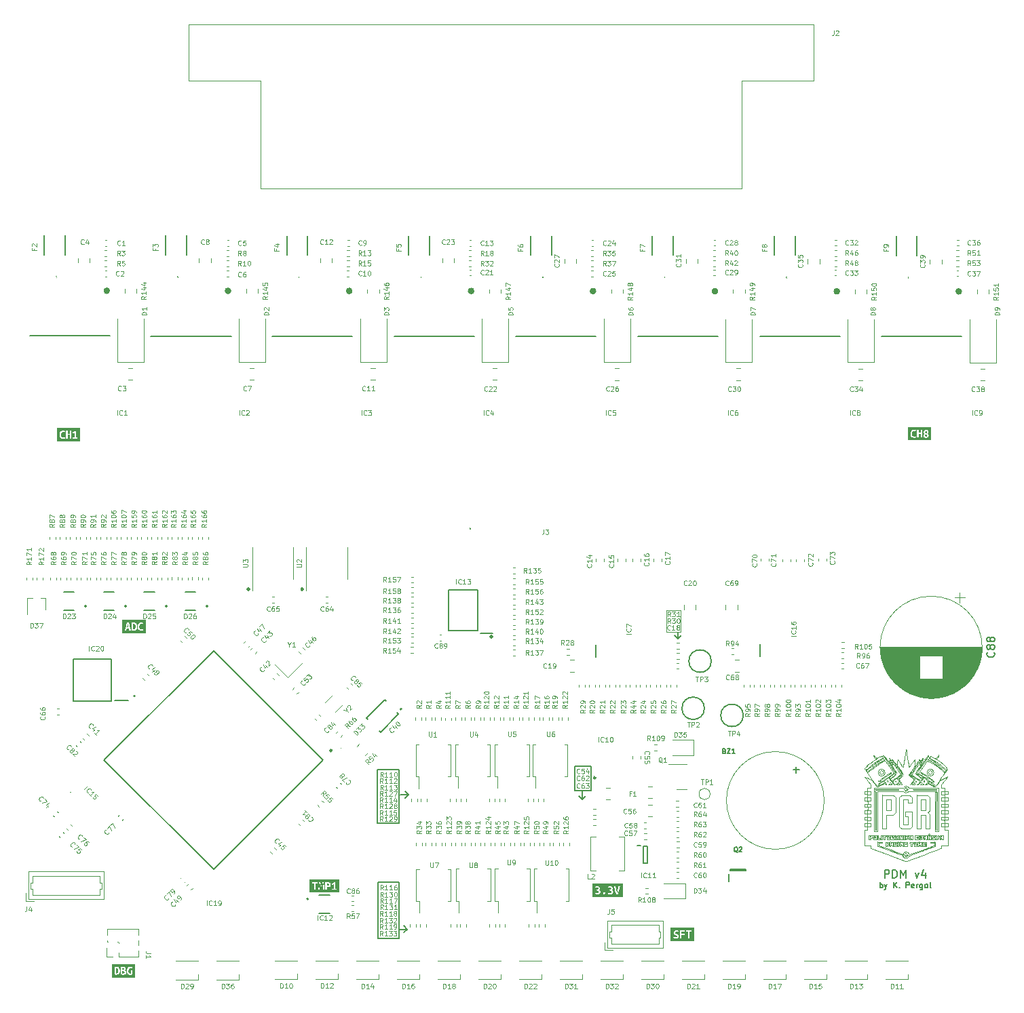
<source format=gbr>
%TF.GenerationSoftware,KiCad,Pcbnew,(6.0.8)*%
%TF.CreationDate,2023-05-29T03:20:34+02:00*%
%TF.ProjectId,pdms,70646d73-2e6b-4696-9361-645f70636258,rev?*%
%TF.SameCoordinates,Original*%
%TF.FileFunction,Legend,Top*%
%TF.FilePolarity,Positive*%
%FSLAX46Y46*%
G04 Gerber Fmt 4.6, Leading zero omitted, Abs format (unit mm)*
G04 Created by KiCad (PCBNEW (6.0.8)) date 2023-05-29 03:20:34*
%MOMM*%
%LPD*%
G01*
G04 APERTURE LIST*
%ADD10C,0.072000*%
%ADD11C,0.150000*%
%ADD12C,0.100000*%
%ADD13C,0.300000*%
%ADD14C,0.175000*%
%ADD15C,0.250000*%
%ADD16C,0.120000*%
%ADD17C,0.200000*%
%ADD18C,0.400000*%
%ADD19C,0.127000*%
G04 APERTURE END LIST*
D10*
X132719372Y-134737678D02*
X132743766Y-134709238D01*
X126525835Y-134816459D02*
G75*
G03*
X126532511Y-134812589I-3931J14476D01*
G01*
X126000216Y-134029294D02*
X125792489Y-133731239D01*
X125450197Y-133224606D02*
G75*
G03*
X125424574Y-133219493I-31660J-91887D01*
G01*
X125653996Y-133739417D02*
X125865176Y-134041508D01*
X129242463Y-134575972D02*
G75*
G03*
X129143061Y-134734860I1614846J-1120805D01*
G01*
X129704518Y-133509100D02*
X129750209Y-133533037D01*
X125865176Y-134041508D02*
X126211650Y-134534350D01*
X129131766Y-134802210D02*
G75*
G03*
X129169913Y-134835436I39823J7209D01*
G01*
X132567352Y-134403357D02*
X132439492Y-134287874D01*
X125424573Y-133219494D02*
G75*
G03*
X125388025Y-133220803I-11615J-186624D01*
G01*
X129750209Y-133533037D02*
X129865405Y-133594168D01*
X126422417Y-134805968D02*
G75*
G03*
X126469471Y-134824905I43914J41188D01*
G01*
X132649690Y-134791633D02*
G75*
G03*
X132662209Y-134794003I8008J8049D01*
G01*
X132780980Y-134661228D02*
G75*
G03*
X132783651Y-134653817I-11412J8299D01*
G01*
X126490661Y-134823139D02*
X126510065Y-134820135D01*
X132764459Y-134683353D02*
X132780980Y-134661228D01*
X132783650Y-134653817D02*
G75*
G03*
X132771073Y-134616805I-51240J3231D01*
G01*
X125476190Y-133483619D02*
X125653996Y-133739417D01*
X129143061Y-134734860D02*
G75*
G03*
X129131767Y-134802209I87995J-49377D01*
G01*
X125649800Y-133410817D02*
G75*
G03*
X125649439Y-133432622I18133J-11206D01*
G01*
X125792489Y-133731239D02*
X125617558Y-133477114D01*
X125458400Y-133236110D02*
G75*
G03*
X125462779Y-133250306I25202J0D01*
G01*
X125316482Y-133252994D02*
X125476190Y-133483619D01*
X130293769Y-133253687D02*
G75*
G03*
X130289061Y-133243289I-20454J-2998D01*
G01*
X132662209Y-134794005D02*
G75*
G03*
X132679083Y-134782096I-20061J46336D01*
G01*
X126211650Y-134534350D02*
X126344758Y-134714736D01*
X132771073Y-134616805D02*
X132680066Y-134516416D01*
X129490316Y-133238661D02*
G75*
G03*
X129465383Y-133248991I15965J-73788D01*
G01*
X125792297Y-133576470D02*
X125898310Y-133520718D01*
X129465383Y-133248991D02*
G75*
G03*
X129442170Y-133269212I58056J-90082D01*
G01*
X126232912Y-133374337D02*
G75*
G03*
X126230565Y-133346430I-37008J10941D01*
G01*
X129612663Y-133437394D02*
G75*
G03*
X129608004Y-133456235I64816J-26024D01*
G01*
X125649438Y-133432622D02*
X125692850Y-133504797D01*
X130277997Y-133234702D02*
G75*
G03*
X130260918Y-133228312I-41612J-85208D01*
G01*
X125739241Y-133574945D02*
G75*
G03*
X125759712Y-133585107I19447J13475D01*
G01*
X125759712Y-133585108D02*
G75*
G03*
X125792297Y-133576471I-3407J78637D01*
G01*
X126134150Y-133238231D02*
G75*
G03*
X126105751Y-133234701I-28399J-112463D01*
G01*
X125814181Y-133323736D02*
X125770320Y-133343669D01*
X125887716Y-133293402D02*
X125854057Y-133306780D01*
X129929744Y-133504613D02*
X129994082Y-133415059D01*
X125658130Y-133402626D02*
G75*
G03*
X125649800Y-133410817I12553J-21097D01*
G01*
X125964771Y-133359173D02*
X125918043Y-133299268D01*
X126068071Y-133237458D02*
G75*
G03*
X126055176Y-133240413I22439J-127542D01*
G01*
X129650572Y-133372356D02*
X129626563Y-133409541D01*
X129608005Y-133456236D02*
G75*
G03*
X129613484Y-133464728I8033J-830D01*
G01*
X129627146Y-133470303D02*
G75*
G03*
X129613484Y-133464728I-49213J-101079D01*
G01*
X129442170Y-133269212D02*
G75*
G03*
X129414187Y-133305061I364911J-313688D01*
G01*
X125918043Y-133299268D02*
G75*
G03*
X125899400Y-133290932I-17558J-14252D01*
G01*
X125727081Y-133364651D02*
X125689097Y-133384791D01*
X130183164Y-133218306D02*
G75*
G03*
X130163900Y-133226710I5215J-38233D01*
G01*
X130289060Y-133243289D02*
G75*
G03*
X130277996Y-133234701I-26102J-22207D01*
G01*
X125770320Y-133343669D02*
X125727081Y-133364651D01*
X130215533Y-133218660D02*
G75*
G03*
X130183164Y-133218306I-17383J-109510D01*
G01*
X126105751Y-133234700D02*
X126085299Y-133235377D01*
X129522764Y-133235084D02*
G75*
G03*
X129490316Y-133238661I1025J-158287D01*
G01*
X129775638Y-133307967D02*
G75*
G03*
X129730307Y-133298960I-41547J-90520D01*
G01*
X125898310Y-133520718D02*
X126008224Y-133460912D01*
X126176291Y-133396425D02*
G75*
G03*
X126216025Y-133390889I-1476J155942D01*
G01*
X126204396Y-133301357D02*
G75*
G03*
X126179384Y-133268382I-328778J-223410D01*
G01*
X129626563Y-133409541D02*
G75*
G03*
X129612663Y-133437394I164406J-99445D01*
G01*
X126105219Y-133331650D02*
X126152494Y-133386151D01*
X129627146Y-133470303D02*
X129662527Y-133487754D01*
X130260918Y-133228313D02*
G75*
G03*
X130215533Y-133218660I-115175J-430029D01*
G01*
X126016400Y-133447077D02*
G75*
G03*
X126008136Y-133420087I-48206J0D01*
G01*
X126085299Y-133235377D02*
G75*
G03*
X126068071Y-133237457I10634J-160450D01*
G01*
X126055177Y-133240412D02*
G75*
G03*
X126052400Y-133244086I1042J-3674D01*
G01*
X125899400Y-133290931D02*
G75*
G03*
X125887716Y-133293402I1794J-37350D01*
G01*
X126008224Y-133460912D02*
G75*
G03*
X126016400Y-133447077I-7617J13835D01*
G01*
X129662527Y-133487754D02*
X129704518Y-133509100D01*
X125692850Y-133504797D02*
X125739241Y-133574945D01*
X126179385Y-133268382D02*
G75*
G03*
X126157417Y-133248643I-82168J-69350D01*
G01*
X130163900Y-133226711D02*
G75*
G03*
X130156400Y-133242570I13015J-15858D01*
G01*
X125689097Y-133384791D02*
X125658130Y-133402626D01*
X129466713Y-133389095D02*
G75*
G03*
X129486620Y-133371375I-32595J56660D01*
G01*
X129526400Y-133315700D02*
X129582129Y-133234700D01*
X129444946Y-133393383D02*
G75*
G03*
X129466713Y-133389094I4571J34180D01*
G01*
X129405187Y-133385431D02*
G75*
G03*
X129444945Y-133393384I81484J304004D01*
G01*
X126230564Y-133346429D02*
G75*
G03*
X126204396Y-133301357I-330783J-161919D01*
G01*
X129486620Y-133371375D02*
X129526400Y-133315700D01*
X126008135Y-133420087D02*
X125964771Y-133359173D01*
X126052400Y-133244086D02*
G75*
G03*
X126061944Y-133274350I52758J0D01*
G01*
X126061943Y-133274351D02*
X126105219Y-133331650D01*
X125854057Y-133306780D02*
X125814181Y-133323736D01*
X129582129Y-133234700D02*
X129522764Y-133235085D01*
X126157416Y-133248644D02*
G75*
G03*
X126134149Y-133238231I-41347J-61190D01*
G01*
X129364975Y-133374652D02*
X129405187Y-133385431D01*
X129414187Y-133305061D02*
X129364975Y-133374652D01*
X126152495Y-133386150D02*
G75*
G03*
X126176291Y-133396424I23493J21722D01*
G01*
X126216025Y-133390888D02*
G75*
G03*
X126232911Y-133374337I-6423J23442D01*
G01*
X129730307Y-133298959D02*
G75*
G03*
X129696212Y-133314810I1846J-48564D01*
G01*
X129865405Y-133594168D02*
X129929744Y-133504613D01*
X127184094Y-142812919D02*
X127189747Y-142744310D01*
X127199751Y-143145912D02*
G75*
G03*
X127220524Y-143151470I23492J46208D01*
G01*
X126619400Y-142846700D02*
G75*
G03*
X126643094Y-142843206I0J82091D01*
G01*
X126488900Y-142670166D02*
X126565400Y-142675700D01*
X127189724Y-143133943D02*
G75*
G03*
X127199751Y-143145912I19047J5773D01*
G01*
X126107486Y-143152700D02*
X125890400Y-143152700D01*
X126412400Y-142664631D02*
X126488900Y-142670166D01*
X127224048Y-142675274D02*
X127271900Y-142670166D01*
X126673400Y-142675700D02*
X126754400Y-142675700D01*
X126835400Y-142675700D02*
X126840422Y-142914200D01*
X126619400Y-142972701D02*
G75*
G03*
X126593843Y-142975942I0J-102373D01*
G01*
X126565400Y-142675700D02*
X126570886Y-142761200D01*
X127131134Y-142739810D02*
X127184094Y-142812919D01*
X127271900Y-142670166D02*
X127348400Y-142664631D01*
X126656273Y-142832685D02*
G75*
G03*
X126663447Y-142810738I-50497J28653D01*
G01*
X126840422Y-142914200D02*
X126845444Y-143152700D01*
X127348400Y-142664631D02*
X127348400Y-142908666D01*
X126412400Y-143152700D02*
X126412400Y-142908666D01*
X127224048Y-142675274D02*
G75*
G03*
X127204950Y-142684203I5046J-35681D01*
G01*
X127186400Y-143111521D02*
G75*
G03*
X127183019Y-143091618I-60269J0D01*
G01*
X126754400Y-142675700D02*
X126835400Y-142675700D01*
X126657650Y-142986200D02*
G75*
G03*
X126644957Y-142975941I-17608J-8804D01*
G01*
X129994082Y-133415059D02*
X129890741Y-133363227D01*
X129890741Y-133363227D02*
X129775638Y-133307967D01*
X127348400Y-142908666D02*
X127348400Y-143152700D01*
X125890400Y-143152700D02*
X125890400Y-142909700D01*
X126663447Y-142810737D02*
X126667913Y-142761200D01*
X126575529Y-143007986D02*
X126574400Y-143062700D01*
X125890400Y-142666700D02*
X126106400Y-142666700D01*
X127892849Y-142774194D02*
X127920005Y-142753841D01*
X128049109Y-142966382D02*
X128088510Y-142996875D01*
X127186400Y-143111521D02*
G75*
G03*
X127189723Y-143133944I77304J0D01*
G01*
X126412400Y-142908666D02*
X126412400Y-142664631D01*
X126106400Y-142666700D02*
X126322400Y-142666700D01*
X125890400Y-142909700D02*
X125890400Y-142666700D01*
X126574400Y-143152700D02*
X126493400Y-143152700D01*
X126593842Y-142975942D02*
G75*
G03*
X126581150Y-142986201I4915J-19062D01*
G01*
X127348400Y-143152700D02*
X127267400Y-143152700D01*
X127099731Y-143152700D02*
X127008065Y-143152700D01*
X126581149Y-142986200D02*
G75*
G03*
X126575529Y-143007986I48003J-24002D01*
G01*
X128114434Y-143142332D02*
G75*
G03*
X128120794Y-143125292I-25305J19151D01*
G01*
X126575352Y-142810737D02*
G75*
G03*
X126582526Y-142832684I57671J6705D01*
G01*
X126493400Y-143152700D02*
X126412400Y-143152700D01*
X126643094Y-142843207D02*
G75*
G03*
X126656274Y-142832684I-6547J21715D01*
G01*
X127438400Y-142909700D02*
X127438400Y-142666700D01*
X128050579Y-142670853D02*
G75*
G03*
X128018888Y-142684412I89812J-253728D01*
G01*
X126667913Y-142761200D02*
X126673400Y-142675700D01*
X127519400Y-143152700D02*
X127438400Y-143152700D01*
X127099520Y-142699778D02*
G75*
G03*
X127075399Y-142679436I-75007J-64467D01*
G01*
X128070933Y-143152700D02*
G75*
G03*
X128100676Y-143150495I0J201725D01*
G01*
X127008065Y-143152700D02*
X126916400Y-143152700D01*
X126318986Y-143085200D02*
X126324573Y-143152700D01*
X126664400Y-143152700D02*
X126664400Y-143062700D01*
X126570886Y-142761200D02*
X126575352Y-142810737D01*
X127204950Y-142684203D02*
G75*
G03*
X127195199Y-142701845I20737J-22977D01*
G01*
X127519400Y-142666700D02*
X127600400Y-142666700D01*
X127976588Y-142915063D02*
X128049109Y-142966382D01*
X127267400Y-143152700D02*
X127220524Y-143151470D01*
X126663270Y-143007986D02*
G75*
G03*
X126657650Y-142986200I-53623J-2216D01*
G01*
X126664400Y-143062700D02*
X126663270Y-143007986D01*
X128074753Y-142666700D02*
G75*
G03*
X128050579Y-142670852I0J-72448D01*
G01*
X126644957Y-142975942D02*
G75*
G03*
X126619400Y-142972700I-25558J-99132D01*
G01*
X127940433Y-143089981D02*
G75*
G03*
X127976564Y-143115911I286140J360566D01*
G01*
X128100675Y-143150497D02*
G75*
G03*
X128114435Y-143142333I-3121J20940D01*
G01*
X128012041Y-143135806D02*
G75*
G03*
X128044438Y-143148623I105919J220384D01*
G01*
X127600400Y-142909700D02*
X127600400Y-143152700D01*
X127438400Y-143152700D02*
X127438400Y-142909700D01*
X127691267Y-142832298D02*
X127693924Y-142755032D01*
X128088914Y-142826054D02*
X128049494Y-142859030D01*
X126324573Y-143152700D02*
X126107486Y-143152700D01*
X126322400Y-142666700D02*
X126322400Y-142773394D01*
X127183018Y-143091618D02*
G75*
G03*
X127171859Y-143065006I-225207J-78793D01*
G01*
X126582526Y-142832685D02*
G75*
G03*
X126595706Y-142843207I19726J11193D01*
G01*
X127155844Y-143036745D02*
G75*
G03*
X127136900Y-143011000I-220770J-142611D01*
G01*
X127600400Y-142666700D02*
X127600400Y-142909700D01*
X126936882Y-142674018D02*
G75*
G03*
X126928400Y-142678700I3870J-17035D01*
G01*
X127984217Y-142704592D02*
G75*
G03*
X127950224Y-142729700I232412J-350220D01*
G01*
X128118744Y-143046987D02*
G75*
G03*
X128108866Y-143020564I-72682J-12112D01*
G01*
X127600400Y-143152700D02*
X127519400Y-143152700D01*
X127171859Y-143065006D02*
G75*
G03*
X127155844Y-143036745I-251451J-123824D01*
G01*
X127136900Y-143011000D02*
X127087400Y-142951660D01*
X126574400Y-143062700D02*
X126574400Y-143152700D01*
X128122015Y-143085200D02*
G75*
G03*
X128118743Y-143046987I-240796J-1371D01*
G01*
X127438400Y-142666700D02*
X127519400Y-142666700D01*
X127976564Y-143115911D02*
G75*
G03*
X128012041Y-143135806I175238J270906D01*
G01*
X127087400Y-142951660D02*
X127093565Y-143052180D01*
X127093565Y-143052180D02*
X127099731Y-143152700D01*
X126916400Y-143152700D02*
X126916400Y-142921701D01*
X126754922Y-143152700D02*
X126664400Y-143152700D01*
X126595705Y-142843207D02*
G75*
G03*
X126619399Y-142846701I23694J78598D01*
G01*
X127195200Y-142701846D02*
G75*
G03*
X127189747Y-142744310I463527J-81103D01*
G01*
X126845444Y-143152700D02*
X126754922Y-143152700D01*
X127690400Y-142921701D02*
X127691267Y-142832298D01*
X127690400Y-143152700D02*
X127690400Y-142921701D01*
X127770313Y-143152700D02*
X127690400Y-143152700D01*
X127048554Y-142669725D02*
G75*
G03*
X127009286Y-142666700I-39267J-253380D01*
G01*
X127861400Y-143027261D02*
X127855813Y-143089981D01*
X128119267Y-142773456D02*
G75*
G03*
X128122399Y-142734849I-236365J38607D01*
G01*
X126936882Y-142674018D02*
X126957110Y-142670225D01*
X127850297Y-143128678D02*
G75*
G03*
X127855813Y-143089981I-363769J71590D01*
G01*
X128120973Y-142695165D02*
X128122400Y-142734848D01*
X128108866Y-143020564D02*
G75*
G03*
X128088511Y-142996875I-83806J-51422D01*
G01*
X128120973Y-142695165D02*
G75*
G03*
X128114753Y-142677637I-34880J-2510D01*
G01*
X127099520Y-142699778D02*
X127131134Y-142739810D01*
X127840335Y-143144354D02*
G75*
G03*
X127850297Y-143128678I-15120J20612D01*
G01*
X127920005Y-142753841D02*
X127950224Y-142729700D01*
X128114753Y-142677637D02*
G75*
G03*
X128101564Y-142669154I-16940J-11844D01*
G01*
X127852400Y-142729700D02*
X127853154Y-142753852D01*
X128101564Y-142669154D02*
G75*
G03*
X128074753Y-142666701I-26811J-145271D01*
G01*
X126919924Y-142755032D02*
X126923573Y-142689406D01*
X128018888Y-142684412D02*
G75*
G03*
X127984218Y-142704592I154175J-304751D01*
G01*
X128044438Y-143148623D02*
G75*
G03*
X128070933Y-143152701I26495J84038D01*
G01*
X127940433Y-143089981D02*
X127861400Y-143027261D01*
X127858764Y-142789536D02*
G75*
G03*
X127862870Y-142792700I4106J1082D01*
G01*
X126916400Y-142921701D02*
X126917267Y-142832298D01*
X127869615Y-142790597D02*
X127892849Y-142774194D01*
X128122015Y-143085200D02*
X128120794Y-143125293D01*
X127820982Y-143151292D02*
X127770313Y-143152700D01*
X126928400Y-142678701D02*
G75*
G03*
X126923574Y-142689406I11728J-11728D01*
G01*
X127855475Y-142774194D02*
G75*
G03*
X127858763Y-142789536I166646J27696D01*
G01*
X129364400Y-142738700D02*
X129364400Y-142810700D01*
X129202400Y-142927700D02*
X129203624Y-142878948D01*
X129238400Y-142810700D02*
X129112400Y-142810700D01*
X128462882Y-143054320D02*
G75*
G03*
X128456685Y-143037500I-33813J-2906D01*
G01*
X129363800Y-143040200D02*
G75*
G03*
X129356565Y-142954724I-542612J-2889D01*
G01*
X127853154Y-142753852D02*
G75*
G03*
X127855475Y-142774195I200038J12518D01*
G01*
X127842971Y-142675309D02*
G75*
G03*
X127826410Y-142668208I-18481J-20241D01*
G01*
X128458767Y-142666700D02*
X128626400Y-142666700D01*
X127862870Y-142792701D02*
G75*
G03*
X127869615Y-142790597I0J11866D01*
G01*
X127820982Y-143151292D02*
G75*
G03*
X127840335Y-143144354I-2005J36054D01*
G01*
X128049494Y-142859030D02*
X127976588Y-142915063D01*
X128626400Y-142666700D02*
X128626400Y-142909700D01*
X127075399Y-142679436D02*
G75*
G03*
X127048554Y-142669725I-38222J-63703D01*
G01*
X128375917Y-143054320D02*
X128374400Y-143089700D01*
X128284400Y-143152700D02*
X128194400Y-143152700D01*
X129298529Y-142859574D02*
G75*
G03*
X129249014Y-142846700I-49515J-88787D01*
G01*
X129182721Y-143005719D02*
G75*
G03*
X129195399Y-142996100I-4587J19210D01*
G01*
X129195399Y-142996100D02*
G75*
G03*
X129201173Y-142975938I-40528J22515D01*
G01*
X127702400Y-142678701D02*
G75*
G03*
X127697574Y-142689406I11728J-11728D01*
G01*
X127710886Y-142674018D02*
X127731143Y-142670225D01*
X128394880Y-143029197D02*
G75*
G03*
X128382114Y-143037500I4201J-20423D01*
G01*
X128933267Y-142832298D02*
X128935924Y-142755032D01*
X128626400Y-142909700D02*
X128626400Y-143152700D01*
X128201210Y-142787670D02*
G75*
G03*
X128195568Y-142839741I290471J-57816D01*
G01*
X128456686Y-143037500D02*
G75*
G03*
X128443919Y-143029196I-16968J-12120D01*
G01*
X127756100Y-142667578D02*
X127783400Y-142666700D01*
X128214965Y-142752943D02*
G75*
G03*
X128201210Y-142787670I88189J-55018D01*
G01*
X129364400Y-143152700D02*
X129148400Y-143152700D01*
X127852401Y-142729700D02*
G75*
G03*
X127850654Y-142690803I-434019J0D01*
G01*
X129112400Y-142810700D02*
X129112400Y-142909700D01*
X128545400Y-143152700D02*
X128492885Y-143151438D01*
X128276436Y-142688108D02*
G75*
G03*
X128242767Y-142717186I136633J-192237D01*
G01*
X129118946Y-142994300D02*
G75*
G03*
X129131673Y-143005189I18035J8198D01*
G01*
X129131673Y-143005190D02*
G75*
G03*
X129157399Y-143008701I25727J92513D01*
G01*
X127693924Y-142755032D02*
X127697573Y-142689406D01*
X128354321Y-142667953D02*
G75*
G03*
X128308035Y-142673854I5453J-227269D01*
G01*
X129201174Y-142975938D02*
X129202400Y-142927700D01*
X128194400Y-142960185D02*
X128195568Y-142839741D01*
X127783400Y-142666700D02*
X127826410Y-142668209D01*
X129209489Y-142859020D02*
G75*
G03*
X129203624Y-142878948I38505J-22159D01*
G01*
X128464400Y-143089700D02*
G75*
G03*
X128466308Y-143129466I415397J-1D01*
G01*
X129249014Y-142846700D02*
G75*
G03*
X129222443Y-142849551I0J-125255D01*
G01*
X129356565Y-142954724D02*
G75*
G03*
X129334735Y-142894825I-170143J-28082D01*
G01*
X129157400Y-143008700D02*
G75*
G03*
X129182721Y-143005719I-1J109032D01*
G01*
X128474685Y-143144701D02*
G75*
G03*
X128492885Y-143151438I19745J25387D01*
G01*
X128466307Y-143129467D02*
G75*
G03*
X128474685Y-143144701I21862J2103D01*
G01*
X128242767Y-142717185D02*
G75*
G03*
X128214965Y-142752943I158896J-152232D01*
G01*
X127710886Y-142674018D02*
G75*
G03*
X127702400Y-142678700I3863J-17032D01*
G01*
X129222444Y-142849551D02*
G75*
G03*
X129209489Y-142859020I4198J-19340D01*
G01*
X126917267Y-142832298D02*
X126919924Y-142755032D01*
X126957110Y-142670225D02*
X126982030Y-142667578D01*
X129334735Y-142894826D02*
G75*
G03*
X129298530Y-142859574I-83483J-49523D01*
G01*
X128626400Y-143152700D02*
X128545400Y-143152700D01*
X128088914Y-142826054D02*
G75*
G03*
X128109386Y-142800834I-72650J79891D01*
G01*
X128382114Y-143037500D02*
G75*
G03*
X128375917Y-143054320I27616J-19726D01*
G01*
X128932400Y-142921701D02*
X128933267Y-142832298D01*
X128374400Y-143089700D02*
X128374400Y-143152700D01*
X128932400Y-143152700D02*
X128932400Y-142921701D01*
X129113454Y-142970908D02*
G75*
G03*
X129118945Y-142994301I61629J2125D01*
G01*
X129363801Y-143040200D02*
X129364400Y-143152700D01*
X126982030Y-142667578D02*
X127009287Y-142666700D01*
X128109385Y-142800834D02*
G75*
G03*
X128119267Y-142773456I-68417J40167D01*
G01*
X129364400Y-142810700D02*
X129238400Y-142810700D01*
X129148400Y-143152700D02*
X128932400Y-143152700D01*
X127127900Y-143977187D02*
X127042400Y-143982673D01*
X129112400Y-142909700D02*
X129113454Y-142970908D01*
X127731143Y-142670225D02*
X127756100Y-142667578D01*
X126961400Y-143503700D02*
X126961400Y-143737700D01*
X127745444Y-143833084D02*
G75*
G03*
X127770364Y-143836701I24921J84047D01*
G01*
X127222400Y-143881700D02*
X127213400Y-143971700D01*
X128374400Y-143152700D02*
X128284400Y-143152700D01*
X128944400Y-142678701D02*
G75*
G03*
X128939574Y-142689406I11728J-11728D01*
G01*
X127397900Y-143498166D02*
X127474400Y-143492631D01*
X127223418Y-143525844D02*
G75*
G03*
X127199311Y-143506912I-72281J-67224D01*
G01*
X126791329Y-143660847D02*
X126794173Y-143583073D01*
X127320058Y-143528937D02*
G75*
G03*
X127312400Y-143565460I290446J-79964D01*
G01*
X127252983Y-143560960D02*
X127303400Y-143627219D01*
X126859985Y-143497246D02*
G75*
G03*
X126833661Y-143498351I-1027J-289486D01*
G01*
X127807851Y-143823804D02*
G75*
G03*
X127815307Y-143803717I-41418J26800D01*
G01*
X128443919Y-143029197D02*
G75*
G03*
X128419399Y-143026701I-24520J-119190D01*
G01*
X127998573Y-143638700D02*
X127862486Y-143638700D01*
X126961400Y-143737700D02*
X126961400Y-143971700D01*
X127992986Y-143571200D02*
X127998573Y-143638700D01*
X127326562Y-143974105D02*
G75*
G03*
X127347965Y-143979461I24579J52777D01*
G01*
X128954947Y-142673887D02*
G75*
G03*
X128944400Y-142678700I1174J-16535D01*
G01*
X128954947Y-142673887D02*
X129012800Y-142670225D01*
X129012800Y-142670225D02*
X129081349Y-142667569D01*
X128935924Y-142755032D02*
X128939573Y-142689406D01*
X127815307Y-143803717D02*
X127819865Y-143760200D01*
X126859985Y-143497245D02*
X126888746Y-143498354D01*
X127062855Y-143502019D02*
X127082874Y-143498225D01*
X127199311Y-143506912D02*
G75*
G03*
X127172396Y-143497631I-39285J-70259D01*
G01*
X126790400Y-143982673D02*
X126790400Y-143750687D01*
X126888746Y-143498354D02*
X126961400Y-143503700D01*
X127172396Y-143497631D02*
G75*
G03*
X127134483Y-143494701I-37912J-243776D01*
G01*
X126961400Y-143971700D02*
X126875900Y-143977187D01*
X126794173Y-143583073D02*
X126798086Y-143517230D01*
X127303400Y-143627219D02*
X127312400Y-143565460D01*
X127351723Y-143503203D02*
G75*
G03*
X127331327Y-143511970I6224J-42588D01*
G01*
X127312401Y-143942979D02*
G75*
G03*
X127309642Y-143924590I-62673J0D01*
G01*
X127474400Y-143736666D02*
X127474400Y-143980700D01*
X127300503Y-143899660D02*
G75*
G03*
X127287401Y-143872988I-264201J-113229D01*
G01*
X126812316Y-143501143D02*
G75*
G03*
X126803247Y-143505853I2910J-16690D01*
G01*
X127794431Y-143833553D02*
G75*
G03*
X127807851Y-143823804I-5925J22267D01*
G01*
X128194400Y-143152700D02*
X128194400Y-142960185D01*
X128308034Y-142673855D02*
G75*
G03*
X128276436Y-142688108I20446J-87477D01*
G01*
X127850653Y-142690804D02*
G75*
G03*
X127842971Y-142675310I-23783J-2140D01*
G01*
X128464400Y-143089700D02*
X128462882Y-143054320D01*
X128419400Y-143026700D02*
G75*
G03*
X128394880Y-143029196I0J-121687D01*
G01*
X128354321Y-142667953D02*
X128458767Y-142666700D01*
X127231400Y-143791700D02*
X127222400Y-143881700D01*
X128284400Y-143493558D02*
X128495900Y-143498629D01*
X127351723Y-143503203D02*
X127397900Y-143498166D01*
X126875900Y-143977187D02*
X126790400Y-143982673D01*
X126790400Y-143750687D02*
X126791329Y-143660847D01*
X127042400Y-143982673D02*
X127042400Y-143750687D01*
X127045924Y-143583321D02*
X127049573Y-143517411D01*
X127727459Y-143798454D02*
G75*
G03*
X127732898Y-143822068I63608J2219D01*
G01*
X127082874Y-143498225D02*
X127107534Y-143495578D01*
X127726400Y-143638700D02*
X127726400Y-143737700D01*
X127862486Y-143638700D02*
X127726400Y-143638700D01*
X129150573Y-143674700D02*
X129144986Y-143742200D01*
X128410400Y-143809700D02*
X128410400Y-143638700D01*
X127474400Y-143980700D02*
X127393400Y-143980700D01*
X127042400Y-143750687D02*
X127043267Y-143660906D01*
X126803246Y-143505854D02*
G75*
G03*
X126798086Y-143517231I12553J-12552D01*
G01*
X127054400Y-143506701D02*
G75*
G03*
X127049573Y-143517411I11728J-11728D01*
G01*
X128968931Y-143643428D02*
G75*
G03*
X128944296Y-143648975I22993J-159596D01*
G01*
X127213400Y-143971700D02*
X127127900Y-143977187D01*
X127726400Y-143737700D02*
X127727459Y-143798454D01*
X126812316Y-143501143D02*
X126833661Y-143498351D01*
X127393400Y-143980700D02*
X127347965Y-143979461D01*
X127309641Y-143924591D02*
G75*
G03*
X127300503Y-143899660I-237139J-72783D01*
G01*
X128572400Y-143638700D02*
X128572400Y-143809700D01*
X129202400Y-143638700D02*
X129066337Y-143638700D01*
X128978345Y-143669412D02*
G75*
G03*
X129012808Y-143673388I59369J363303D01*
G01*
X129009048Y-143639788D02*
G75*
G03*
X128968931Y-143643428I14532J-382956D01*
G01*
X128572400Y-143980700D02*
X128491400Y-143980700D01*
X128951007Y-143663739D02*
X128978345Y-143669413D01*
X128491400Y-143980700D02*
X128410400Y-143980700D01*
X127287400Y-143872988D02*
G75*
G03*
X127271899Y-143848480I-227781J-126910D01*
G01*
X127271900Y-143848479D02*
X127231400Y-143791700D01*
X127732898Y-143822067D02*
G75*
G03*
X127745444Y-143833084I18211J8087D01*
G01*
X127062855Y-143502018D02*
G75*
G03*
X127054399Y-143506700I3919J-17057D01*
G01*
X127252983Y-143560960D02*
G75*
G03*
X127223417Y-143525844I-370161J-281653D01*
G01*
X129051548Y-143674700D02*
X129150573Y-143674700D01*
X127819865Y-143760200D02*
X127824568Y-143716779D01*
X128410400Y-143980700D02*
X128410400Y-143809700D01*
X127770365Y-143836700D02*
G75*
G03*
X127794431Y-143833553I0J93590D01*
G01*
X127331328Y-143511970D02*
G75*
G03*
X127320058Y-143528936I20165J-25621D01*
G01*
X127312399Y-143942979D02*
G75*
G03*
X127316075Y-143962855I55579J0D01*
G01*
X127107534Y-143495578D02*
X127134483Y-143494700D01*
X127043267Y-143660906D02*
X127045924Y-143583321D01*
X127832470Y-143695689D02*
G75*
G03*
X127824568Y-143716779I44361J-28646D01*
G01*
X127316075Y-143962855D02*
G75*
G03*
X127326562Y-143974105I19140J7329D01*
G01*
X127474400Y-143492631D02*
X127474400Y-143736666D01*
X129064399Y-143836700D02*
X129202400Y-143836700D01*
X129202400Y-143908700D02*
X129202400Y-143980700D01*
X128284400Y-143566129D02*
X128284400Y-143493558D01*
X128285824Y-143611959D02*
X128284400Y-143566129D01*
X129202400Y-143836700D02*
X129202400Y-143908700D01*
X128707400Y-143503700D02*
X128712986Y-143571200D01*
X128308204Y-143636909D02*
G75*
G03*
X128347400Y-143638701I39196J427796D01*
G01*
X128961260Y-143835448D02*
X129064399Y-143836700D01*
X127872811Y-143678206D02*
G75*
G03*
X127846810Y-143684299I13417J-115780D01*
G01*
X128410400Y-143638700D02*
X128347400Y-143638700D01*
X127996400Y-143980700D02*
X127780400Y-143980700D01*
X127996400Y-143875128D02*
X127996400Y-143980700D01*
X128645486Y-143638700D02*
X128572400Y-143638700D01*
X128773924Y-143583032D02*
X128777573Y-143517406D01*
X128792947Y-143501887D02*
G75*
G03*
X128782400Y-143506700I1174J-16535D01*
G01*
X127963041Y-143724769D02*
G75*
G03*
X127923325Y-143687771I-89300J-56044D01*
G01*
X129139400Y-143809700D02*
X129044606Y-143811494D01*
X128712986Y-143571200D02*
X128718573Y-143638700D01*
X128782400Y-143506701D02*
G75*
G03*
X128777574Y-143517406I11728J-11728D01*
G01*
X129012808Y-143673388D02*
X129051548Y-143674700D01*
X129202400Y-143566700D02*
X129202400Y-143638700D01*
X127564400Y-143737129D02*
X127564400Y-143493558D01*
X128919349Y-143495569D02*
X128998400Y-143494700D01*
X127988207Y-143788741D02*
G75*
G03*
X127963041Y-143724769I-182867J-35001D01*
G01*
X129044606Y-143811494D02*
X128945544Y-143814698D01*
X128572400Y-143809700D02*
X128572400Y-143980700D01*
X128945544Y-143814698D02*
G75*
G03*
X128940748Y-143825165I296J-6468D01*
G01*
X128944296Y-143648975D02*
G75*
G03*
X128941400Y-143656700I1541J-4983D01*
G01*
X129066337Y-143638700D02*
X129009048Y-143639787D01*
X128285824Y-143611959D02*
G75*
G03*
X128292806Y-143629017I28687J1784D01*
G01*
X129202400Y-143980700D02*
X128986400Y-143980700D01*
X128986400Y-143980700D02*
X128770400Y-143980700D01*
X128940747Y-143825165D02*
G75*
G03*
X128961259Y-143835448I21166J16620D01*
G01*
X128792947Y-143501887D02*
X128850800Y-143498225D01*
X129144986Y-143742200D02*
X129139400Y-143809700D01*
X128771267Y-143660298D02*
X128773924Y-143583032D01*
X128292806Y-143629017D02*
G75*
G03*
X128308204Y-143636909I17514J15204D01*
G01*
X127780400Y-143980700D02*
X127564400Y-143980700D01*
X128495900Y-143498629D02*
X128707400Y-143503700D01*
X128850800Y-143498225D02*
X128919349Y-143495569D01*
X127846811Y-143684299D02*
G75*
G03*
X127832470Y-143695689I9663J-26890D01*
G01*
X128941400Y-143656700D02*
G75*
G03*
X128951008Y-143663738I13489J8337D01*
G01*
X128770400Y-143980700D02*
X128770400Y-143749701D01*
X127564400Y-143493558D02*
X127775900Y-143498629D01*
X127564400Y-143980700D02*
X127564400Y-143737129D01*
X128770400Y-143749701D02*
X128771267Y-143660298D01*
X127987400Y-143503700D02*
X127992986Y-143571200D01*
X128718573Y-143638700D02*
X128645486Y-143638700D01*
X127775900Y-143498629D02*
X127987400Y-143503700D01*
X129355400Y-143980700D02*
X129274400Y-143980700D01*
X129459083Y-143856712D02*
G75*
G03*
X129444757Y-143864450I2904J-22507D01*
G01*
X129963373Y-143685950D02*
X129959591Y-143740210D01*
X130169695Y-143647044D02*
G75*
G03*
X130161610Y-143671701I72234J-37338D01*
G01*
X130363400Y-143503700D02*
X130368422Y-143742200D01*
X129444757Y-143864451D02*
G75*
G03*
X129437985Y-143880602I21685J-18587D01*
G01*
X129274400Y-143980700D02*
X129274400Y-143788185D01*
X129796400Y-143493786D02*
X130079900Y-143498743D01*
X129706400Y-143494700D02*
X129706400Y-143737700D01*
X130161610Y-143671700D02*
G75*
G03*
X130157407Y-143718616I346217J-54666D01*
G01*
X129984028Y-143645206D02*
G75*
G03*
X129976399Y-143638700I-7629J-1220D01*
G01*
X129202400Y-143494700D02*
X129202400Y-143566700D01*
X129388034Y-143501855D02*
G75*
G03*
X129356436Y-143516108I20446J-87477D01*
G01*
X129490400Y-143854700D02*
G75*
G03*
X129459083Y-143856712I-1J-244745D01*
G01*
X129434321Y-143495953D02*
X129538767Y-143494700D01*
X129521716Y-143856712D02*
G75*
G03*
X129490399Y-143854700I-31316J-242733D01*
G01*
X129538767Y-143494700D02*
X129706400Y-143494700D01*
X129437985Y-143880602D02*
X129436400Y-143917700D01*
X129994400Y-143809700D02*
X129993208Y-143740210D01*
X130373444Y-143980700D02*
X130291922Y-143980700D01*
X129993208Y-143740210D02*
X129989426Y-143685950D01*
X130079900Y-143498743D02*
X130363400Y-143503700D01*
X129877400Y-143980700D02*
X129796400Y-143980700D01*
X130291922Y-143980700D02*
X130210400Y-143980700D01*
X130183400Y-143638700D02*
G75*
G03*
X130169695Y-143647044I0J-15428D01*
G01*
X129706400Y-143737700D02*
X129706400Y-143980700D01*
X129546307Y-143957467D02*
G75*
G03*
X129554685Y-143972701I21862J2103D01*
G01*
X130368422Y-143742200D02*
X130373444Y-143980700D01*
X129958400Y-143809700D02*
X129958400Y-143980700D01*
X130157407Y-143718616D02*
X130156400Y-143809700D01*
X130156400Y-143980700D02*
X130075400Y-143980700D01*
X129994400Y-143980700D02*
X129994400Y-143809700D01*
X129544400Y-143917700D02*
X129542814Y-143880602D01*
X129434492Y-143957467D02*
G75*
G03*
X129436400Y-143917701I-413490J39766D01*
G01*
X130210400Y-143980700D02*
X130210400Y-143809700D01*
X129434321Y-143495953D02*
G75*
G03*
X129388035Y-143501854I5453J-227269D01*
G01*
X129968771Y-143645206D02*
X129963373Y-143685950D01*
X129958400Y-143980700D02*
X129877400Y-143980700D01*
X129796400Y-143980700D02*
X129796400Y-143737243D01*
X127923324Y-143687771D02*
G75*
G03*
X127872811Y-143678207I-40580J-76149D01*
G01*
X130210400Y-143809700D02*
X130209392Y-143718616D01*
X129274400Y-143788185D02*
X129275568Y-143667741D01*
X127996400Y-143875128D02*
G75*
G03*
X127988207Y-143788741I-459530J0D01*
G01*
X129989426Y-143685950D02*
X129984028Y-143645206D01*
X129536042Y-143864451D02*
G75*
G03*
X129521716Y-143856713I-17230J-14768D01*
G01*
X129544400Y-143917700D02*
G75*
G03*
X129546308Y-143957466I415397J-1D01*
G01*
X129281210Y-143615670D02*
G75*
G03*
X129275568Y-143667741I290471J-57816D01*
G01*
X129294965Y-143580943D02*
G75*
G03*
X129281210Y-143615670I88189J-55018D01*
G01*
X129554685Y-143972701D02*
G75*
G03*
X129572885Y-143979438I19745J25387D01*
G01*
X128998400Y-143494700D02*
X129202400Y-143494700D01*
X129959591Y-143740210D02*
X129958400Y-143809700D01*
X129625400Y-143980700D02*
X129572885Y-143979438D01*
X129356436Y-143516108D02*
G75*
G03*
X129322767Y-143545186I136633J-192237D01*
G01*
X129976400Y-143638700D02*
G75*
G03*
X129968771Y-143645206I0J-7726D01*
G01*
X129796400Y-143737243D02*
X129796400Y-143493786D01*
X129706400Y-143980700D02*
X129625400Y-143980700D01*
X129542814Y-143880602D02*
G75*
G03*
X129536042Y-143864451I-28457J-2436D01*
G01*
X129322767Y-143545185D02*
G75*
G03*
X129294965Y-143580943I158896J-152232D01*
G01*
X130075400Y-143980700D02*
X129994400Y-143980700D01*
X129407915Y-143979438D02*
G75*
G03*
X129426114Y-143972700I-1546J32124D01*
G01*
X130205189Y-143671700D02*
G75*
G03*
X130197104Y-143647043I-80319J-12682D01*
G01*
X129426114Y-143972701D02*
G75*
G03*
X129434492Y-143957467I-13484J17337D01*
G01*
X130197104Y-143647044D02*
G75*
G03*
X130183399Y-143638700I-13705J-7084D01*
G01*
X130209392Y-143718616D02*
G75*
G03*
X130205189Y-143671700I-350420J-7750D01*
G01*
X130156400Y-143809700D02*
X130156400Y-143980700D01*
X129407915Y-143979438D02*
X129355400Y-143980700D01*
X123286192Y-133696302D02*
G75*
G03*
X122950551Y-133997988I2840889J-3498183D01*
G01*
X124142291Y-133088297D02*
X123702898Y-133379625D01*
X123734871Y-132670081D02*
G75*
G03*
X123731189Y-132673499I-1347J-2241D01*
G01*
X131830400Y-132716537D02*
X131783859Y-132760271D01*
X125094074Y-132891434D02*
G75*
G03*
X125148970Y-132885019I-14690J363746D01*
G01*
X131555898Y-133081269D02*
X131622036Y-133126211D01*
X125009287Y-132694700D02*
G75*
G03*
X124988454Y-132695722I0J-212885D01*
G01*
X131902071Y-132650699D02*
X131868780Y-132680837D01*
X125003016Y-132809565D02*
X125062313Y-132878344D01*
X125167275Y-132867984D02*
G75*
G03*
X125163197Y-132839001I-35936J9721D01*
G01*
X124954515Y-132703239D02*
G75*
G03*
X124947908Y-132708640I4534J-12287D01*
G01*
X131622036Y-133126211D02*
X131740450Y-132941956D01*
X131740450Y-132941956D02*
X131837828Y-132789674D01*
X123991400Y-133122562D02*
X124058900Y-133085317D01*
X124969492Y-132698795D02*
G75*
G03*
X124954514Y-132703239I26592J-117086D01*
G01*
X131489759Y-133036327D02*
X131555898Y-133081269D01*
X131724990Y-132815562D02*
X131664055Y-132872774D01*
X125163197Y-132839001D02*
X125124162Y-132780200D01*
X131610579Y-132922962D02*
X131489759Y-133036327D01*
X123702898Y-133379625D02*
X123286192Y-133696302D01*
X124547563Y-132863641D02*
G75*
G03*
X124142291Y-133088298I2176180J-4403618D01*
G01*
X123759946Y-132728965D02*
X123799915Y-132801078D01*
X125124162Y-132780200D02*
X125090063Y-132736488D01*
X123731189Y-132673499D02*
X123759946Y-132728965D01*
X131896678Y-132695316D02*
X131937923Y-132627284D01*
X123943725Y-132857297D02*
X123777241Y-132701929D01*
X124947909Y-132708641D02*
G75*
G03*
X124948656Y-132736661I21746J-13440D01*
G01*
X125090063Y-132736488D02*
G75*
G03*
X125063918Y-132711789I-118020J-98743D01*
G01*
X130584981Y-132860895D02*
X130630082Y-132795194D01*
X131868780Y-132680837D02*
X131830400Y-132716537D01*
X130661701Y-132742523D02*
G75*
G03*
X130665752Y-132714870I-35788J19367D01*
G01*
X130494247Y-132782886D02*
X130428411Y-132871071D01*
X130665752Y-132714870D02*
G75*
G03*
X130650494Y-132699332I-19717J-4101D01*
G01*
X130650494Y-132699332D02*
G75*
G03*
X130609180Y-132694701I-41315J-181971D01*
G01*
X131935368Y-132623088D02*
G75*
G03*
X131931325Y-132624769I439J-6761D01*
G01*
X130562651Y-132882173D02*
G75*
G03*
X130584982Y-132860895I-43664J68181D01*
G01*
X131837828Y-132789674D02*
X131896678Y-132695316D01*
X124106571Y-133055941D02*
X124123629Y-133043285D01*
X130492750Y-132883140D02*
G75*
G03*
X130538014Y-132888638I65133J347189D01*
G01*
X130538013Y-132888639D02*
G75*
G03*
X130562650Y-132882173I2327J41304D01*
G01*
X131664055Y-132872774D02*
X131610579Y-132922962D01*
X124120199Y-133023256D02*
X123943725Y-132857297D01*
X124084765Y-133070287D02*
X124106571Y-133055941D01*
X124126400Y-133037617D02*
G75*
G03*
X124120199Y-133023256I-19731J0D01*
G01*
X130630082Y-132795194D02*
G75*
G03*
X130661700Y-132742523I-574086J380451D01*
G01*
X131931325Y-132624770D02*
X131902071Y-132650699D01*
X124693640Y-133079116D02*
X124918015Y-132962001D01*
X124774487Y-132772136D02*
G75*
G03*
X124763564Y-132767384I-11482J-11462D01*
G01*
X125062314Y-132878344D02*
G75*
G03*
X125094074Y-132891435I30102J27960D01*
G01*
X123777241Y-132701929D02*
G75*
G03*
X123734870Y-132670081I-174675J-188276D01*
G01*
X124988454Y-132695722D02*
G75*
G03*
X124969492Y-132698795I15010J-152652D01*
G01*
X130609179Y-132694700D02*
G75*
G03*
X130581865Y-132699476I0J-80492D01*
G01*
X130529167Y-132739257D02*
X130494247Y-132782886D01*
X125148970Y-132885019D02*
G75*
G03*
X125167275Y-132867984I-4520J23209D01*
G01*
X125038728Y-132699075D02*
G75*
G03*
X125009287Y-132694700I-29441J-96877D01*
G01*
X125063919Y-132711790D02*
G75*
G03*
X125038728Y-132699075I-49105J-65976D01*
G01*
X130428411Y-132871071D02*
X130492750Y-132883141D01*
X131937923Y-132627284D02*
G75*
G03*
X131935369Y-132623089I-2375J1429D01*
G01*
X131783859Y-132760271D02*
X131724990Y-132815562D01*
X124058900Y-133085317D02*
X124084765Y-133070287D01*
X124394767Y-133247406D02*
X124693640Y-133079116D01*
X130581866Y-132699476D02*
G75*
G03*
X130556550Y-132713317I31887J-88395D01*
G01*
X123851871Y-132889551D02*
X123991400Y-133122562D01*
X130556550Y-132713318D02*
G75*
G03*
X130529167Y-132739257I110744J-144334D01*
G01*
X124918015Y-132962001D02*
X124850707Y-132865034D01*
X124123629Y-133043285D02*
G75*
G03*
X124126400Y-133037618I-4412J5668D01*
G01*
X123799915Y-132801078D02*
X123851871Y-132889551D01*
X124948656Y-132736661D02*
X125003016Y-132809565D01*
X122671762Y-134385463D02*
X122684970Y-134413299D01*
X122668400Y-134369086D02*
G75*
G03*
X122671763Y-134385463I41560J0D01*
G01*
X130716906Y-132958487D02*
X130771240Y-132989666D01*
X131990091Y-133429589D02*
X131501362Y-133101734D01*
X122724810Y-134477172D02*
X122781221Y-134555044D01*
X130733402Y-132922498D02*
X130715905Y-132949086D01*
X130754295Y-132891785D02*
X130733402Y-132922498D01*
X124691930Y-132795377D02*
X124624169Y-132826544D01*
X124763563Y-132767383D02*
G75*
G03*
X124749807Y-132769981I-1098J-31901D01*
G01*
X131224672Y-133244684D02*
X131548228Y-133450421D01*
X130771240Y-132989666D02*
X130833713Y-133024616D01*
X132906719Y-134464795D02*
X132934630Y-134418914D01*
X122703214Y-134445142D02*
X122724810Y-134477172D01*
X130714400Y-132954151D02*
G75*
G03*
X130716906Y-132958487I5005J0D01*
G01*
X130779088Y-132856742D02*
X130754295Y-132891785D01*
X124624169Y-132826544D02*
X124547563Y-132863641D01*
X124749807Y-132769982D02*
X124691930Y-132795377D01*
X124823479Y-132827836D02*
X124797344Y-132796350D01*
X122893859Y-134410121D02*
X123063100Y-134243658D01*
X122684970Y-134413299D02*
X122703214Y-134445142D01*
X122683632Y-134316370D02*
G75*
G03*
X122668400Y-134369086I83604J-52716D01*
G01*
X123730981Y-133690225D02*
X124066364Y-133456235D01*
X132825753Y-134539786D02*
G75*
G03*
X132842876Y-134543599I10897J8581D01*
G01*
X123410519Y-133934876D02*
X123730981Y-133690225D01*
X128455403Y-135194360D02*
X128293652Y-135110713D01*
X128293652Y-135110713D02*
G75*
G03*
X128270763Y-135114338I-8950J-17564D01*
G01*
X128783963Y-135383625D02*
X128624336Y-135287216D01*
X128532861Y-136010859D02*
X128622084Y-135893950D01*
X128306727Y-136317989D02*
G75*
G03*
X128302399Y-136331555I19099J-13566D01*
G01*
X128552790Y-135409519D02*
X128680276Y-135512103D01*
X128947090Y-135553415D02*
G75*
G03*
X128933940Y-135543839I-73762J-87479D01*
G01*
X128858078Y-135583426D02*
G75*
G03*
X128870524Y-135566510I-149442J122990D01*
G01*
X128832050Y-135607867D02*
G75*
G03*
X128844627Y-135597720I-65611J94192D01*
G01*
X128915870Y-133945700D02*
X128905610Y-133702700D01*
X129311936Y-135739839D02*
X129117645Y-135605282D01*
X128796880Y-135601890D02*
G75*
G03*
X128823024Y-135610701I26144J34383D01*
G01*
X128306097Y-136338598D02*
G75*
G03*
X128316935Y-136343679I20616J29873D01*
G01*
X128738379Y-135636733D02*
X128687055Y-135589108D01*
X128268379Y-135134299D02*
G75*
G03*
X128297819Y-135175624I304091J185488D01*
G01*
X128684381Y-135970700D02*
X128531518Y-136167787D01*
X128914387Y-135534252D02*
G75*
G03*
X128900473Y-135534181I-7055J-19116D01*
G01*
X128900473Y-135534181D02*
G75*
G03*
X128887561Y-135543286I9940J-27804D01*
G01*
X128963536Y-135596339D02*
G75*
G03*
X128967898Y-135583530I-18475J13439D01*
G01*
X128348423Y-135230224D02*
X128423217Y-135298947D01*
X128933939Y-135543840D02*
G75*
G03*
X128914387Y-135534253I-56450J-90391D01*
G01*
X128823024Y-135610700D02*
G75*
G03*
X128832050Y-135607866I0J15791D01*
G01*
X129366408Y-136111097D02*
X129530417Y-135895904D01*
X128932055Y-135479909D02*
X128783963Y-135383625D01*
X128297820Y-135175624D02*
G75*
G03*
X128348423Y-135230224I502572J415035D01*
G01*
X128965730Y-135575064D02*
G75*
G03*
X128958129Y-135564376I-63344J-37005D01*
G01*
X128884408Y-135704757D02*
X128792908Y-135827938D01*
X129303538Y-136194396D02*
X129366408Y-136111097D01*
X128963536Y-135596339D02*
X128884408Y-135704757D01*
X128680276Y-135512103D02*
X128796880Y-135601890D01*
X128388982Y-136328388D02*
G75*
G03*
X128446009Y-136270249I-553069J599527D01*
G01*
X128370098Y-136229292D02*
X128444524Y-136127706D01*
X128423217Y-135298947D02*
X128552790Y-135409519D01*
X128967898Y-135583530D02*
G75*
G03*
X128965731Y-135575064I-15907J439D01*
G01*
X128775760Y-135689084D02*
G75*
G03*
X128774439Y-135674877I-10291J6208D01*
G01*
X128531518Y-136167787D02*
X128446009Y-136270249D01*
X128624336Y-135287216D02*
X128455403Y-135194360D01*
X128905610Y-133702700D02*
X128900903Y-133600533D01*
X128332927Y-136346156D02*
G75*
G03*
X128351883Y-136345396I4391J127292D01*
G01*
X128302400Y-136331555D02*
G75*
G03*
X128306097Y-136338598I8557J0D01*
G01*
X128270763Y-135114337D02*
G75*
G03*
X128268379Y-135134298I11495J-11496D01*
G01*
X129117645Y-135605282D02*
X128932055Y-135479909D01*
X128792908Y-135827938D02*
X128684381Y-135970700D01*
X128316935Y-136343680D02*
G75*
G03*
X128332927Y-136346156I18339J65564D01*
G01*
X129488805Y-135865802D02*
X129311936Y-135739839D01*
X129530417Y-135895904D02*
X129488805Y-135865802D01*
X128774439Y-135674877D02*
X128738379Y-135636733D01*
X128306727Y-136317989D02*
X128370098Y-136229292D01*
X128887561Y-135543286D02*
G75*
G03*
X128870524Y-135566510I210894J-172570D01*
G01*
X128844627Y-135597719D02*
G75*
G03*
X128858078Y-135583426I-100685J108227D01*
G01*
X128617626Y-135531275D02*
X128460908Y-135401164D01*
X128958130Y-135564376D02*
G75*
G03*
X128947090Y-135553415I-72805J-62290D01*
G01*
X128351882Y-136345396D02*
G75*
G03*
X128388982Y-136328388I-7525J65382D01*
G01*
X128699278Y-135792110D02*
X128765633Y-135704079D01*
X127754274Y-145891771D02*
G75*
G03*
X127841124Y-145890245I40879J145630D01*
G01*
X128097919Y-145803579D02*
X128567569Y-145631504D01*
X125548400Y-145063780D02*
X126371310Y-145374812D01*
X123208400Y-141550700D02*
X123010400Y-141550700D01*
X128175830Y-135114780D02*
X128138348Y-135054133D01*
X128138348Y-135054133D02*
X128527109Y-134499917D01*
X128527109Y-134499917D02*
X128915870Y-133945700D01*
X132105532Y-144294414D02*
X132158900Y-144273682D01*
X123397400Y-143953700D02*
X123406400Y-144104973D01*
X123415400Y-144256245D02*
X125548400Y-145063780D01*
X127697746Y-145873276D02*
X127754274Y-145891771D01*
X129959274Y-145106400D02*
X130781470Y-144795555D01*
X123208400Y-139948700D02*
X123010400Y-139948700D01*
X133018704Y-143944700D02*
X133014052Y-142950200D01*
X123406400Y-139534700D02*
X123406400Y-139741700D01*
X122596400Y-143944012D02*
X122996900Y-143948856D01*
X133009400Y-141955700D02*
X132815900Y-141950592D01*
X123208400Y-140758700D02*
X123010400Y-140758700D01*
X123397400Y-139142324D02*
X123208400Y-139145012D01*
X130781470Y-144795555D02*
X131484916Y-144529385D01*
X123010400Y-139948700D02*
X123010400Y-140146700D01*
X132226400Y-144095746D02*
X132226400Y-143944700D01*
X123406400Y-141343700D02*
X123406400Y-141550700D01*
X132815900Y-141950592D02*
X132622400Y-141945483D01*
X122803400Y-141946700D02*
X122596400Y-141946700D01*
X133014052Y-142950200D02*
X133009400Y-141955700D01*
X122996900Y-143948856D02*
X123397400Y-143953700D01*
X123406400Y-141550700D02*
X123208400Y-141550700D01*
X122596400Y-142945356D02*
X122596400Y-143944012D01*
X131484916Y-144529385D02*
X132105532Y-144294414D01*
X127076238Y-145640111D02*
X127697746Y-145873276D01*
X127841124Y-145890245D02*
X128097919Y-145803579D01*
X132226400Y-144246792D02*
X132226400Y-144095746D01*
X132622552Y-143944700D02*
X133018704Y-143944700D01*
X123406400Y-144104973D02*
X123415400Y-144256245D01*
X132158900Y-144273682D02*
X132226400Y-144246792D01*
X123406400Y-140344700D02*
X123406400Y-140551700D01*
X123010400Y-141550700D02*
X123010400Y-141748700D01*
X126371310Y-145374812D02*
X127076238Y-145640111D01*
X122596400Y-141946700D02*
X122596400Y-142945356D01*
X123010400Y-141946700D02*
X122803400Y-141946700D01*
X123406400Y-139948700D02*
X123208400Y-139948700D01*
X128765633Y-135704079D02*
G75*
G03*
X128775760Y-135689084I-141228J106296D01*
G01*
X128567569Y-145631504D02*
X129959274Y-145106400D01*
X128687055Y-135589108D02*
X128617626Y-135531275D01*
X123010400Y-141748700D02*
X123010400Y-141946700D01*
X128460908Y-135401164D02*
X128329537Y-135283080D01*
X128444524Y-136127706D02*
X128532861Y-136010859D01*
X128622084Y-135893950D02*
X128699278Y-135792110D01*
X128329537Y-135283080D02*
X128228506Y-135182838D01*
X128175830Y-135114780D02*
G75*
G03*
X128228505Y-135182838I348939J215656D01*
G01*
X132226400Y-143944700D02*
X132622552Y-143944700D01*
X124198518Y-136593720D02*
G75*
G03*
X124236328Y-136586299I-23874J221677D01*
G01*
X125238411Y-136288698D02*
X125197064Y-136228602D01*
X123122149Y-135572210D02*
X122944260Y-135492077D01*
X123010400Y-137744309D02*
X123010400Y-137932700D01*
X123203900Y-137550809D02*
X123010400Y-137555918D01*
X123208400Y-139145012D02*
X123019400Y-139147700D01*
X123397400Y-138938012D02*
X123397400Y-139142324D01*
X123406400Y-137932700D02*
X123406400Y-138139700D01*
X123401538Y-136537700D02*
X123397400Y-136735700D01*
X123009182Y-139534700D02*
X123207791Y-139534700D01*
X123854752Y-136170585D02*
X123584898Y-135782366D01*
X123019400Y-138728388D02*
X123208400Y-138731044D01*
X122944260Y-135492077D02*
X122793458Y-135425610D01*
X123014291Y-138537544D02*
X123019400Y-138728388D01*
X123208400Y-140344700D02*
X123406400Y-140344700D01*
X123010400Y-141136700D02*
X123208400Y-141136700D01*
X125238411Y-136288698D02*
G75*
G03*
X125267019Y-136320362I160389J116151D01*
G01*
X125350392Y-136346551D02*
X125328007Y-136345341D01*
X123208400Y-141136700D02*
X123406400Y-141136700D01*
X123010400Y-140344700D02*
X123208400Y-140344700D01*
X123208989Y-137140700D02*
X123407579Y-137140700D01*
X125369247Y-136345446D02*
G75*
G03*
X125382841Y-136342555I-11069J85446D01*
G01*
X123406400Y-141136700D02*
X123406400Y-141343700D01*
X122793458Y-135425610D02*
X122658869Y-135367185D01*
X125124513Y-136117504D02*
X124998956Y-136197566D01*
X122653021Y-135368257D02*
G75*
G03*
X122652623Y-135373620I2826J-2906D01*
G01*
X123010400Y-136745918D02*
X123010400Y-136943309D01*
X123397400Y-137545700D02*
X123203900Y-137550809D01*
X125382840Y-136342554D02*
G75*
G03*
X125386399Y-136337777I-1427J4777D01*
G01*
X123405677Y-136339700D02*
X123401538Y-136537700D01*
X123208400Y-137932700D02*
X123406400Y-137932700D01*
X124815846Y-136308482D02*
X124610547Y-136421721D01*
X124134425Y-136562671D02*
X124053614Y-136451635D01*
X124152785Y-136582193D02*
G75*
G03*
X124173076Y-136592219I31200J37593D01*
G01*
X123406400Y-138346700D02*
X123207791Y-138346700D01*
X124610547Y-136421721D02*
X124420587Y-136518229D01*
X123406400Y-140551700D02*
X123406400Y-140758700D01*
X122658869Y-135367184D02*
G75*
G03*
X122653020Y-135368257I-2124J-4903D01*
G01*
X123026159Y-135857079D02*
X123405677Y-136339700D01*
X123014291Y-139341200D02*
X123009182Y-139534700D01*
X125197064Y-136228602D02*
X125124513Y-136117504D01*
X123010400Y-137140700D02*
X123208989Y-137140700D01*
X125386400Y-136337777D02*
G75*
G03*
X125380566Y-136317358I-38649J0D01*
G01*
X123406400Y-140758700D02*
X123208400Y-140758700D01*
X123397400Y-138733700D02*
X123397400Y-138938012D01*
X123208400Y-138731044D02*
X123397400Y-138733700D01*
X122652622Y-135373620D02*
X122759999Y-135514407D01*
X123019400Y-139147700D02*
X123014291Y-139341200D01*
X123397400Y-136735700D02*
X123203900Y-136740809D01*
X123960204Y-136321048D02*
X123854752Y-136170585D01*
X122759999Y-135514407D02*
X122881094Y-135671575D01*
X123402489Y-137343200D02*
X123397400Y-137545700D01*
X123406400Y-138139700D02*
X123406400Y-138346700D01*
X123207791Y-139534700D02*
X123406400Y-139534700D01*
X124053614Y-136451635D02*
X123960204Y-136321048D01*
X123203900Y-136740809D02*
X123010400Y-136745918D01*
X122881094Y-135671575D02*
X123026159Y-135857079D01*
X123010400Y-136943309D02*
X123010400Y-137140700D01*
X124134426Y-136562670D02*
G75*
G03*
X124152787Y-136582191I87964J64346D01*
G01*
X123010400Y-140758700D02*
X123010400Y-140947700D01*
X123010400Y-140146700D02*
X123010400Y-140344700D01*
X123010400Y-140947700D02*
X123010400Y-141136700D01*
X123010400Y-137932700D02*
X123208400Y-137932700D01*
X123406400Y-139741700D02*
X123406400Y-139948700D01*
X125051671Y-135902763D02*
G75*
G03*
X125019989Y-135919653I119628J-262554D01*
G01*
X125078640Y-136055822D02*
X125069692Y-136039005D01*
X125069692Y-136039005D02*
X125058107Y-136019170D01*
X124643307Y-136338866D02*
X124849445Y-136215769D01*
X132519261Y-135564108D02*
X132038123Y-135784526D01*
X130595248Y-135967283D02*
X130582973Y-135987916D01*
X131308058Y-136566504D02*
G75*
G03*
X131400387Y-136594606I143801J306738D01*
G01*
X130355638Y-136326969D02*
G75*
G03*
X130383324Y-136294765I-141480J149634D01*
G01*
X124302183Y-136566102D02*
G75*
G03*
X124420586Y-136518229I-285240J875837D01*
G01*
X125294340Y-136337216D02*
G75*
G03*
X125328007Y-136345341I45555J114945D01*
G01*
X125044400Y-135997700D02*
X125015951Y-135952490D01*
X125091481Y-135892898D02*
G75*
G03*
X125075007Y-135894024I-5731J-37247D01*
G01*
X125019990Y-135919653D02*
G75*
G03*
X125011503Y-135933571I9417J-15289D01*
G01*
X125105541Y-135898937D02*
G75*
G03*
X125091481Y-135892899I-18709J-24177D01*
G01*
X130604378Y-135949608D02*
G75*
G03*
X130606399Y-135940751I-18390J8856D01*
G01*
X130682490Y-136233025D02*
X130497580Y-136116881D01*
X132997339Y-135349986D02*
X132859065Y-135410874D01*
X130359779Y-136129428D02*
X130470598Y-135952107D01*
X124849445Y-136215769D02*
X125070500Y-136080218D01*
X132605722Y-135842278D02*
X132757046Y-135656876D01*
X130301786Y-136348700D02*
X130282107Y-136347929D01*
X130301786Y-136348700D02*
G75*
G03*
X130330610Y-136343068I0J76581D01*
G01*
X130248910Y-136342266D02*
G75*
G03*
X130263817Y-136345610I43125J157342D01*
G01*
X132757046Y-135656876D02*
X132884463Y-135499429D01*
X130606400Y-135940752D02*
G75*
G03*
X130597460Y-135921726I-24716J0D01*
G01*
X130240216Y-136324170D02*
X130359779Y-136129428D01*
X132211044Y-136324279D02*
X132605722Y-135842278D01*
X130330611Y-136343069D02*
G75*
G03*
X130355638Y-136326969I-30325J74642D01*
G01*
X132231749Y-136744700D02*
X132221396Y-136534490D01*
X130263816Y-136345610D02*
G75*
G03*
X130282106Y-136347929I33416J190277D01*
G01*
X132884463Y-135499429D02*
X132998296Y-135357956D01*
X132859065Y-135410874D02*
X132703766Y-135480178D01*
X130875053Y-136346629D02*
X130682490Y-136233025D01*
X124302183Y-136566102D02*
X124236328Y-136586299D01*
X125058107Y-136019170D02*
X125044400Y-135997700D01*
X125075008Y-135894025D02*
G75*
G03*
X125051672Y-135902763I51349J-172655D01*
G01*
X130424376Y-136232791D02*
X130383324Y-136294764D01*
X130582973Y-135987916D02*
X130568436Y-136009458D01*
X130497580Y-136116881D02*
X130424376Y-136232791D01*
X130567065Y-135901331D02*
G75*
G03*
X130533985Y-135887835I-82229J-154268D01*
G01*
X133000400Y-135351983D02*
G75*
G03*
X132997338Y-135349985I-2183J0D01*
G01*
X130554350Y-136030335D02*
X130543523Y-136048901D01*
X123407579Y-137140700D02*
X123402489Y-137343200D01*
X123207791Y-138346700D02*
X123009182Y-138346700D01*
X125120630Y-135913374D02*
G75*
G03*
X125105541Y-135898937I-76213J-64552D01*
G01*
X130536012Y-136064166D02*
G75*
G03*
X130536936Y-136068863I3744J-1703D01*
G01*
X125267539Y-136136296D02*
X125380565Y-136317358D01*
X125161913Y-135969323D02*
X125267539Y-136136296D01*
X130568436Y-136009458D02*
X130554350Y-136030335D01*
X123584898Y-135782366D02*
X123122149Y-135572210D01*
X125350392Y-136346552D02*
G75*
G03*
X125369247Y-136345446I1575J134499D01*
G01*
X130543523Y-136048901D02*
X130536012Y-136064166D01*
X125080281Y-136062482D02*
G75*
G03*
X125078640Y-136055822I-15006J-165D01*
G01*
X125070500Y-136080218D02*
G75*
G03*
X125080282Y-136062482I-10779J17510D01*
G01*
X125161913Y-135969323D02*
G75*
G03*
X125120630Y-135913374I-437133J-279335D01*
G01*
X125267019Y-136320362D02*
G75*
G03*
X125294341Y-136337216I61213J68661D01*
G01*
X123010400Y-137555918D02*
X123010400Y-137744309D01*
X125011502Y-135933571D02*
G75*
G03*
X125015950Y-135952490I32022J-2453D01*
G01*
X123009182Y-138346700D02*
X123014291Y-138537544D01*
X132221396Y-136534490D02*
X132211044Y-136324279D01*
X124173076Y-136592218D02*
G75*
G03*
X124198518Y-136593720I17196J75063D01*
G01*
X124998956Y-136197566D02*
X124815846Y-136308482D01*
X131751749Y-136194561D02*
X131465374Y-136604595D01*
X132998296Y-135357956D02*
G75*
G03*
X133000400Y-135351983I-7426J5973D01*
G01*
X125750253Y-135624543D02*
X125659876Y-135500915D01*
X127811135Y-131901803D02*
G75*
G03*
X127799829Y-131902700I-5594J-1196D01*
G01*
X124403917Y-136463725D02*
X124495897Y-136419433D01*
X125658804Y-135482988D02*
G75*
G03*
X125656399Y-135490252I9769J-7265D01*
G01*
X126151343Y-135966613D02*
X126200754Y-136035480D01*
X131098594Y-136464680D02*
X130875053Y-136346629D01*
X128193874Y-134140846D02*
G75*
G03*
X128238765Y-134097481I-158984J209496D01*
G01*
X130516294Y-135892723D02*
G75*
G03*
X130470598Y-135952107I303117J-280521D01*
G01*
X125751854Y-135453251D02*
G75*
G03*
X125734206Y-135441215I-36205J-34130D01*
G01*
X128070378Y-133451508D02*
X128004459Y-133038670D01*
X126109284Y-135906501D02*
X126151343Y-135966613D01*
X131465374Y-136604595D02*
X131400387Y-136594605D01*
X128125892Y-133802486D02*
X128070378Y-133451508D01*
X130533985Y-135887835D02*
G75*
G03*
X130516294Y-135892722I-4900J-16725D01*
G01*
X130597460Y-135921726D02*
G75*
G03*
X130567065Y-135901331I-115534J-139332D01*
G01*
X130240216Y-136324170D02*
G75*
G03*
X130241878Y-136338180I9723J-5950D01*
G01*
X127845679Y-132077179D02*
X127811134Y-131901803D01*
X124368886Y-136386298D02*
X124326734Y-136430233D01*
X125611275Y-135933925D02*
G75*
G03*
X125602400Y-135898700I-75002J-165D01*
G01*
X128895247Y-133494499D02*
X128889512Y-133399267D01*
X126257081Y-136286054D02*
G75*
G03*
X126309230Y-136333424I255963J229395D01*
G01*
X128889512Y-133399267D02*
X128884742Y-133335164D01*
X125602878Y-135970058D02*
G75*
G03*
X125611274Y-135933926I-72787J35954D01*
G01*
X128884742Y-133335164D02*
X128874136Y-133210627D01*
X124301825Y-136491594D02*
G75*
G03*
X124340396Y-136486890I3991J127760D01*
G01*
X126174491Y-136186606D02*
X125975900Y-135926499D01*
X126751534Y-135566145D02*
X126766170Y-135583204D01*
X126862801Y-135588732D02*
X127095033Y-135387302D01*
X126781169Y-135597612D02*
G75*
G03*
X126794652Y-135608034I103924J120523D01*
G01*
X126376319Y-136347359D02*
G75*
G03*
X126395215Y-136344197I-11088J124281D01*
G01*
X125734205Y-135441215D02*
G75*
G03*
X125717348Y-135440750I-9057J-22533D01*
G01*
X126448827Y-135642485D02*
X126272404Y-135766561D01*
X126803206Y-135610700D02*
G75*
G03*
X126862801Y-135588731I-1J91817D01*
G01*
X125679860Y-135461802D02*
G75*
G03*
X125667566Y-135472761I77522J-99337D01*
G01*
X126731061Y-135542590D02*
G75*
G03*
X126716449Y-135533464I-25322J-24282D01*
G01*
X125667566Y-135472761D02*
G75*
G03*
X125658805Y-135482988I69653J-68538D01*
G01*
X130604378Y-135949608D02*
X130595248Y-135967283D01*
X128840612Y-133254164D02*
X128817447Y-133285527D01*
X128625041Y-133558249D02*
X128508024Y-133725200D01*
X128817447Y-133285527D02*
X128729086Y-133410490D01*
X128508024Y-133725200D02*
X128327019Y-133981680D01*
X125717348Y-135440750D02*
G75*
G03*
X125694412Y-135451621I35330J-104170D01*
G01*
X132038123Y-135784526D02*
X131751749Y-136194561D01*
X128900903Y-133600533D02*
X128895247Y-133494499D01*
X128874136Y-133210627D02*
X128840612Y-133254164D01*
X128327019Y-133981680D02*
X128238765Y-134097481D01*
X125975900Y-135926499D02*
X125853413Y-135763892D01*
X128176400Y-134132170D02*
G75*
G03*
X128193873Y-134140845I10890J0D01*
G01*
X127902675Y-132409247D02*
X127845679Y-132077179D01*
X128175121Y-134115784D02*
X128125892Y-133802486D01*
X126766170Y-135583204D02*
G75*
G03*
X126781169Y-135597612I141421J132206D01*
G01*
X126115046Y-135880331D02*
G75*
G03*
X126106400Y-135897303I12335J-16972D01*
G01*
X127095033Y-135387302D02*
X127325951Y-135180692D01*
X128729086Y-133410490D02*
X128625041Y-133558249D01*
X128176400Y-134132170D02*
G75*
G03*
X128175121Y-134115783I-105636J0D01*
G01*
X128004459Y-133038670D02*
X127902675Y-132409247D01*
X125694412Y-135451621D02*
G75*
G03*
X125679859Y-135461802I90128J-144318D01*
G01*
X124340396Y-136486891D02*
G75*
G03*
X124403916Y-136463725I-120835J430003D01*
G01*
X126309230Y-136333424D02*
G75*
G03*
X126353900Y-136348277I45222J61408D01*
G01*
X132703766Y-135480178D02*
X132519261Y-135564108D01*
X132427683Y-136744700D02*
X132231749Y-136744700D01*
X131308058Y-136566504D02*
X131098594Y-136464680D01*
X126751535Y-135566145D02*
G75*
G03*
X126731062Y-135542589I-250604J-197124D01*
G01*
X130241879Y-136338180D02*
G75*
G03*
X130248910Y-136342266I11228J11229D01*
G01*
X125830476Y-135545331D02*
X126016796Y-135402516D01*
X126794652Y-135608034D02*
G75*
G03*
X126803205Y-135610701I8554J12384D01*
G01*
X124873177Y-135952442D02*
G75*
G03*
X124418900Y-136337014I2752145J-3711575D01*
G01*
X126479900Y-134949787D02*
G75*
G03*
X126298303Y-134980218I-55455J-226123D01*
G01*
X127330400Y-136338281D02*
G75*
G03*
X127327943Y-136330799I-12620J0D01*
G01*
X126408691Y-136339534D02*
G75*
G03*
X126412399Y-136333795I-2588J5739D01*
G01*
X127423642Y-134152700D02*
G75*
G03*
X127429656Y-134149976I0J8002D01*
G01*
X127012990Y-135525055D02*
X126830581Y-135671766D01*
X125781450Y-135486606D02*
X125830476Y-135545331D01*
X126367456Y-136263287D02*
X126409200Y-136323502D01*
X127321068Y-135112859D02*
X127144799Y-135203060D01*
X126395215Y-136344197D02*
G75*
G03*
X126408691Y-136339534I-18969J76625D01*
G01*
X127144799Y-135203060D02*
X126919155Y-135333759D01*
X126200754Y-136035480D02*
X126259400Y-136114700D01*
X127325951Y-135180692D02*
G75*
G03*
X127348399Y-135129991I-46032J50701D01*
G01*
X126701514Y-135533740D02*
G75*
G03*
X126681229Y-135543608I36465J-100738D01*
G01*
X126298303Y-134980218D02*
X125569608Y-135460245D01*
X125853413Y-135763892D02*
X125750253Y-135624543D01*
X126412400Y-136333795D02*
G75*
G03*
X126409200Y-136323502I-18156J0D01*
G01*
X126919155Y-135333759D02*
X126646400Y-135508912D01*
X127239685Y-136335034D02*
G75*
G03*
X127278811Y-136348701I39126J49172D01*
G01*
X126654510Y-135587872D02*
G75*
G03*
X126663199Y-135603731I62799J24098D01*
G01*
X126830581Y-135671766D02*
X127080490Y-135999814D01*
X127205819Y-133857382D02*
X127077485Y-133673754D01*
X124418900Y-136337014D02*
X124368886Y-136386298D01*
X126357743Y-135108593D02*
X126487735Y-134976367D01*
X127437794Y-135132555D02*
G75*
G03*
X127467170Y-135079055I-87421J82814D01*
G01*
X127176300Y-136126331D02*
X127256989Y-136234559D01*
X124326734Y-136430233D02*
X124292048Y-136468225D01*
X126646400Y-135508912D02*
X126448827Y-135642485D01*
X127298585Y-136347948D02*
G75*
G03*
X127315245Y-136345640I-10378J136183D01*
G01*
X126016796Y-135402516D02*
X126195327Y-135257528D01*
X124292048Y-136468225D02*
G75*
G03*
X124288400Y-136477743I10589J-9517D01*
G01*
X125751854Y-135453251D02*
X125781450Y-135486606D01*
X126195327Y-135257528D02*
X126357743Y-135108593D01*
X126106400Y-135897303D02*
G75*
G03*
X126109284Y-135906500I16106J0D01*
G01*
X125656400Y-135490253D02*
G75*
G03*
X125659876Y-135500915I18088J0D01*
G01*
X127348400Y-135129991D02*
G75*
G03*
X127321067Y-135112858I-19036J0D01*
G01*
X127256989Y-136234559D02*
X127327943Y-136330800D01*
X124495897Y-136419433D02*
X124643307Y-136338866D01*
X127442119Y-134127709D02*
G75*
G03*
X127446521Y-134112200I-121835J42958D01*
G01*
X126668378Y-135553682D02*
G75*
G03*
X126658837Y-135565694I41834J-43024D01*
G01*
X127467170Y-135079055D02*
G75*
G03*
X127462214Y-135046113I-41961J10531D01*
G01*
X127436167Y-134140804D02*
G75*
G03*
X127442119Y-134127709I-71562J40426D01*
G01*
X127298585Y-136347948D02*
X127278811Y-136348700D01*
X126727949Y-133525238D02*
X126722360Y-133631297D01*
X127327489Y-136342342D02*
G75*
G03*
X127330400Y-136338281I-1377J4061D01*
G01*
X127627398Y-132997080D02*
X127462691Y-134026473D01*
X127080490Y-135999814D02*
X127176300Y-136126331D01*
X126318042Y-136194040D02*
X126367456Y-136263287D01*
X126257081Y-136286054D02*
X126174491Y-136186606D01*
X126716449Y-135533463D02*
G75*
G03*
X126701514Y-135533740I-7061J-22028D01*
G01*
X126259400Y-136114700D02*
X126318042Y-136194040D01*
X124288400Y-136477742D02*
G75*
G03*
X124301825Y-136491593I13858J0D01*
G01*
X125569608Y-135460245D02*
X124873177Y-135952442D01*
X127276042Y-134758029D02*
X127388044Y-134926968D01*
X126713531Y-133799262D02*
X126706114Y-133940823D01*
X127316153Y-134012010D02*
X127205819Y-133857382D01*
X126487735Y-134976367D02*
G75*
G03*
X126479899Y-134949786I-11654J11010D01*
G01*
X127316914Y-135255628D02*
X127170640Y-135392013D01*
X126272404Y-135766561D02*
X126115046Y-135880331D01*
X126353900Y-136348277D02*
G75*
G03*
X126376319Y-136347360I1689J233274D01*
G01*
X127414745Y-134148164D02*
X127316153Y-134012010D01*
X127091281Y-134491457D02*
X127276042Y-134758029D01*
X125458400Y-135928015D02*
G75*
G03*
X125466100Y-135953507I46049J0D01*
G01*
X127429656Y-134149977D02*
G75*
G03*
X127436167Y-134140804I-41096J36067D01*
G01*
X126743402Y-135712063D02*
X126663199Y-135603731D01*
X127414745Y-134148164D02*
G75*
G03*
X127423642Y-134152701I8897J6455D01*
G01*
X132410316Y-137136795D02*
X132613400Y-137131700D01*
X130151963Y-135949075D02*
G75*
G03*
X130145492Y-135903200I-54697J15678D01*
G01*
X125466100Y-135953507D02*
G75*
G03*
X125489295Y-135979884I108956J72428D01*
G01*
X130017961Y-135947976D02*
G75*
G03*
X130022874Y-135966426I86935J13271D01*
G01*
X126706114Y-133940823D02*
X127091281Y-134491457D01*
X132217400Y-138337700D02*
X132217400Y-138139700D01*
X132618508Y-136938200D02*
X132623617Y-136744700D01*
X132207232Y-137141890D02*
X132410316Y-137136795D01*
X126722360Y-133631297D02*
X126717218Y-133729006D01*
X125580031Y-135996832D02*
G75*
G03*
X125602878Y-135970058I-41531J58574D01*
G01*
X130038706Y-135870783D02*
G75*
G03*
X130028115Y-135883516I17682J-25479D01*
G01*
X125549052Y-136006700D02*
G75*
G03*
X125580031Y-135996832I0J53560D01*
G01*
X130078712Y-135866065D02*
G75*
G03*
X130054289Y-135865368I-16044J-133979D01*
G01*
X132419900Y-137550790D02*
X132217400Y-137545700D01*
X132217400Y-137545700D02*
X132212316Y-137343795D01*
X130073547Y-136002601D02*
G75*
G03*
X130122732Y-135989462I5777J77006D01*
G01*
X127110060Y-136193340D02*
X126945134Y-135979410D01*
X127077485Y-133673754D02*
X126745400Y-133194807D01*
X126681230Y-135543608D02*
G75*
G03*
X126668379Y-135553681I40661J-65109D01*
G01*
X125519677Y-135999943D02*
G75*
G03*
X125549052Y-136006701I29375J60468D01*
G01*
X130031315Y-135980802D02*
G75*
G03*
X130073547Y-136002601I46780J38823D01*
G01*
X125518410Y-135866113D02*
G75*
G03*
X125475139Y-135888781I17526J-86089D01*
G01*
X125489295Y-135979884D02*
G75*
G03*
X125519678Y-135999944I91129J104988D01*
G01*
X126836398Y-135836259D02*
X126743402Y-135712063D01*
X126653867Y-135577727D02*
G75*
G03*
X126654509Y-135587873I16533J-4048D01*
G01*
X127794929Y-131949042D02*
G75*
G03*
X127799829Y-131902700I-433425J69261D01*
G01*
X126717218Y-133729006D02*
X126713531Y-133799262D01*
X132622400Y-137931521D02*
X132622400Y-137743700D01*
X126658837Y-135565693D02*
G75*
G03*
X126653868Y-135577727I36929J-22293D01*
G01*
X126945134Y-135979410D02*
X126836398Y-135836259D01*
X130020016Y-135906799D02*
G75*
G03*
X130016929Y-135927427I104085J-26124D01*
G01*
X132420502Y-138342796D02*
X132217400Y-138337700D01*
X130028115Y-135883517D02*
G75*
G03*
X130020018Y-135906799I126699J-57114D01*
G01*
X130022874Y-135966426D02*
G75*
G03*
X130031314Y-135980802I48245J18658D01*
G01*
X132618502Y-138538079D02*
X132623605Y-138347891D01*
X130016930Y-135927427D02*
G75*
G03*
X130017961Y-135947976I101536J-5207D01*
G01*
X127462691Y-134026473D02*
X127446520Y-134112200D01*
X127170640Y-135392013D02*
X127012990Y-135525055D01*
X132419900Y-137936611D02*
X132622400Y-137931521D01*
X125568501Y-135869594D02*
G75*
G03*
X125518410Y-135866113I-31329J-88681D01*
G01*
X125602400Y-135898700D02*
G75*
G03*
X125568502Y-135869593I-54482J-29158D01*
G01*
X130122732Y-135989462D02*
G75*
G03*
X130151963Y-135949075I-41164J60565D01*
G01*
X130098174Y-135870548D02*
G75*
G03*
X130078711Y-135866065I-30559J-88184D01*
G01*
X132217400Y-138139700D02*
X132217400Y-137941700D01*
X132217400Y-137941700D02*
X132419900Y-137936611D01*
X132212316Y-137343795D02*
X132207232Y-137141890D01*
X130054289Y-135865369D02*
G75*
G03*
X130038706Y-135870783I1904J-30612D01*
G01*
X132623605Y-138347891D02*
X132420502Y-138342796D01*
X132622400Y-137743700D02*
X132622400Y-137555880D01*
X132622400Y-137555880D02*
X132419900Y-137550790D01*
X132613400Y-137131700D02*
X132618508Y-136938200D01*
X125475139Y-135888781D02*
G75*
G03*
X125458400Y-135928015I37610J-39234D01*
G01*
X127188949Y-136287382D02*
X127110060Y-136193340D01*
X126745400Y-133194807D02*
X126733173Y-133426254D01*
X127437795Y-135132556D02*
X127316914Y-135255628D01*
X126733173Y-133426254D02*
X126727949Y-133525238D01*
X127388044Y-134926968D02*
X127462215Y-135046114D01*
X127188949Y-136287382D02*
G75*
G03*
X127239685Y-136335034I315442J285022D01*
G01*
X127315245Y-136345640D02*
G75*
G03*
X127327489Y-136342342I-19671J97401D01*
G01*
X127794929Y-131949042D02*
X127627398Y-132997080D01*
X129725305Y-133243700D02*
X129780946Y-133267107D01*
X125762957Y-133241514D02*
G75*
G03*
X125770499Y-133266228I201748J48058D01*
G01*
X130457198Y-133042365D02*
G75*
G03*
X130472511Y-133013861I-106769J75725D01*
G01*
X122893860Y-134410122D02*
G75*
G03*
X122817490Y-134502373I481871J-476648D01*
G01*
X122950551Y-133997988D02*
X122836075Y-134117892D01*
X132842876Y-134543598D02*
G75*
G03*
X132866142Y-134523828I-28973J57670D01*
G01*
X122781221Y-134555044D02*
X122817490Y-134502372D01*
X132950173Y-134362775D02*
G75*
G03*
X132944126Y-134335722I-96687J-7408D01*
G01*
X124797344Y-132796350D02*
X124774487Y-132772136D01*
X132399654Y-134095975D02*
X132598702Y-134278264D01*
X124066364Y-133456235D02*
X124394767Y-133247406D01*
X131501362Y-133101734D02*
X131339761Y-133007276D01*
X131874490Y-133679152D02*
X132199400Y-133928179D01*
X130860365Y-132766700D02*
G75*
G03*
X130851018Y-132770588I0J-13178D01*
G01*
X132934630Y-134418914D02*
G75*
G03*
X132947537Y-134388319I-123555J70144D01*
G01*
X130715905Y-132949086D02*
G75*
G03*
X130714400Y-132954151I7768J-5065D01*
G01*
X130907900Y-133064709D02*
X131224672Y-133244684D01*
X122746290Y-134226014D02*
G75*
G03*
X122683632Y-134316370I1000721J-760864D01*
G01*
X131339761Y-133007276D02*
X131124724Y-132891764D01*
X130903141Y-132777031D02*
G75*
G03*
X130860365Y-132766700I-42776J-83397D01*
G01*
X132811394Y-134512684D02*
G75*
G03*
X132772346Y-134448320I-152188J-48302D01*
G01*
X132199400Y-133928179D02*
X132399654Y-134095975D01*
X131548228Y-133450421D02*
X131874490Y-133679152D01*
X132947537Y-134388319D02*
G75*
G03*
X132950173Y-134362775I-69159J20043D01*
G01*
X132442368Y-133786324D02*
X131990091Y-133429589D01*
X132803355Y-134119048D02*
X132442368Y-133786324D01*
X132811394Y-134512684D02*
G75*
G03*
X132825753Y-134539787I81706J25933D01*
G01*
X125745752Y-133139666D02*
X125751927Y-133178319D01*
X130829647Y-132793150D02*
X130805077Y-132822244D01*
X123063100Y-134243658D02*
X123249137Y-134071412D01*
X124850707Y-132865034D02*
X124823479Y-132827836D01*
X132866142Y-134523829D02*
X132906719Y-134464795D01*
X132598702Y-134278264D02*
X132772346Y-134448320D01*
X132944126Y-134335722D02*
G75*
G03*
X132803355Y-134119048I-571685J-217354D01*
G01*
X122836075Y-134117892D02*
X122746290Y-134226014D01*
X129894211Y-133001679D02*
X129869347Y-133036391D01*
X123249137Y-134071412D02*
X123410519Y-133934876D01*
X125146212Y-132992123D02*
G75*
G03*
X125146144Y-133007293I23811J-7692D01*
G01*
X130851018Y-132770589D02*
X130829647Y-132793150D01*
X130805077Y-132822244D02*
X130779088Y-132856742D01*
X129823217Y-133280663D02*
G75*
G03*
X129839593Y-133282994I28309J140187D01*
G01*
X131124724Y-132891764D02*
X130903141Y-132777031D01*
X125292250Y-133015621D02*
X125280971Y-132994770D01*
X130375454Y-132968459D02*
G75*
G03*
X130338554Y-132995736I37133J-88830D01*
G01*
X129809208Y-133122200D02*
X129725305Y-133243700D01*
X129839593Y-133282994D02*
G75*
G03*
X129846713Y-133280387I751J8975D01*
G01*
X130267160Y-133124141D02*
X130318656Y-133142093D01*
X125146144Y-133007293D02*
G75*
G03*
X125156699Y-133029779I87815J27501D01*
G01*
X130833713Y-133024616D02*
X130907900Y-133064709D01*
X125278400Y-132983901D02*
G75*
G03*
X125267570Y-132970290I-13968J0D01*
G01*
X130306280Y-133045309D02*
X130267160Y-133124141D01*
X130368761Y-133147883D02*
G75*
G03*
X130386814Y-133135009I-19010J45752D01*
G01*
X129896118Y-133000700D02*
G75*
G03*
X129894211Y-133001679I0J-2347D01*
G01*
X125739674Y-133102292D02*
X125745752Y-133139666D01*
X125229732Y-132965480D02*
G75*
G03*
X125186630Y-132968545I-5860J-222214D01*
G01*
X129802997Y-133275334D02*
G75*
G03*
X129823217Y-133280662I55674J170240D01*
G01*
X129854579Y-133265380D02*
X129877582Y-133137162D01*
X125757218Y-133212200D02*
X125762957Y-133241514D01*
X130386814Y-133135009D02*
X130413051Y-133102872D01*
X125182101Y-133066863D02*
X125222886Y-133120511D01*
X129780946Y-133267107D02*
X129802997Y-133275334D01*
X129877582Y-133137162D02*
X129900544Y-133005960D01*
X129846713Y-133280387D02*
G75*
G03*
X129854579Y-133265379I-20103J20102D01*
G01*
X125186630Y-132968545D02*
G75*
G03*
X125155101Y-132980650I14364J-84524D01*
G01*
X130318656Y-133142093D02*
G75*
G03*
X130349047Y-133150039I64934J186270D01*
G01*
X129869347Y-133036391D02*
X129841593Y-133075616D01*
X125222885Y-133120511D02*
G75*
G03*
X125245540Y-133139253I56058J44697D01*
G01*
X125267570Y-132970292D02*
G75*
G03*
X125229732Y-132965480I-42869J-185940D01*
G01*
X125734734Y-133072700D02*
X125739674Y-133102292D01*
X130413051Y-133102872D02*
X130457198Y-133042365D01*
X130349047Y-133150038D02*
G75*
G03*
X130368761Y-133147883I6178J34733D01*
G01*
X125270848Y-133144402D02*
G75*
G03*
X125316983Y-133137884I-33976J407074D01*
G01*
X125316984Y-133137884D02*
X125372702Y-133126740D01*
X125325551Y-133064921D02*
X125307496Y-133039845D01*
X125155101Y-132980649D02*
G75*
G03*
X125146211Y-132992124I11431J-18038D01*
G01*
X128111745Y-136674017D02*
G75*
G03*
X128089306Y-136651209I-157647J-132651D01*
G01*
X129792943Y-136125807D02*
X129932698Y-136222080D01*
X128155932Y-136726530D02*
X129988666Y-136731115D01*
X129008859Y-135937356D02*
G75*
G03*
X129007659Y-135965336I58315J-16518D01*
G01*
X130008056Y-136281165D02*
X130034512Y-136306393D01*
X126608008Y-135937170D02*
G75*
G03*
X126604693Y-135919910I-79754J-6371D01*
G01*
X125822900Y-136344738D02*
X125708005Y-136341170D01*
X126763110Y-136136414D02*
X126796168Y-136115745D01*
X126599066Y-136250156D02*
G75*
G03*
X126594271Y-136261419I14402J-12783D01*
G01*
X128994610Y-136322385D02*
G75*
G03*
X129016529Y-136301335I-36036J59460D01*
G01*
X126027586Y-136296371D02*
X126050103Y-136330540D01*
X126591927Y-135984019D02*
G75*
G03*
X126607474Y-135954736I-32633J36095D01*
G01*
X130145492Y-135903200D02*
G75*
G03*
X130134521Y-135890721I-43718J-27374D01*
G01*
X129013809Y-135979813D02*
G75*
G03*
X129025207Y-135989954I27295J19202D01*
G01*
X125934825Y-136167721D02*
X125967928Y-136211745D01*
X126625452Y-136329184D02*
G75*
G03*
X126650680Y-136342669I35827J36685D01*
G01*
X125722222Y-136200350D02*
X125838870Y-136111235D01*
X125984984Y-136344920D02*
X125910900Y-136345844D01*
X129021333Y-136256465D02*
G75*
G03*
X128997187Y-136232315I-96498J-72335D01*
G01*
X129022347Y-135909102D02*
G75*
G03*
X129008861Y-135937357I75901J-53575D01*
G01*
X129101713Y-135896836D02*
G75*
G03*
X129089727Y-135888378I-57880J-69302D01*
G01*
X126048013Y-136342839D02*
G75*
G03*
X126052399Y-136338283I-173J4556D01*
G01*
X126934400Y-136208376D02*
X126965868Y-136251837D01*
X126523988Y-135992256D02*
G75*
G03*
X126560388Y-135998318I28690J59951D01*
G01*
X129067400Y-135880700D02*
G75*
G03*
X129043678Y-135888054I-1J-41936D01*
G01*
X126488949Y-135930345D02*
G75*
G03*
X126496405Y-135967709I52502J-8950D01*
G01*
X125593400Y-136315815D02*
G75*
G03*
X125602853Y-136328087I12692J0D01*
G01*
X127021399Y-136333851D02*
G75*
G03*
X127016156Y-136324040I-48383J-19549D01*
G01*
X128639659Y-136344242D02*
G75*
G03*
X128687784Y-136346919I43988J356791D01*
G01*
X129042766Y-135995842D02*
G75*
G03*
X129067399Y-135997700I24633J162352D01*
G01*
X129043678Y-135888054D02*
G75*
G03*
X129022347Y-135909102I48014J-69995D01*
G01*
X129973576Y-136252274D02*
X130008056Y-136281165D01*
X126611223Y-136240282D02*
X126626407Y-136230889D01*
X126965868Y-136251837D02*
X126993368Y-136290867D01*
X125910900Y-136345844D02*
X125822900Y-136344738D01*
X126048013Y-136342839D02*
X125984984Y-136344920D01*
X126598249Y-135905498D02*
G75*
G03*
X126589475Y-135896512I-23373J-14045D01*
G01*
X129564548Y-136333109D02*
X129589471Y-136298391D01*
X129564548Y-136333109D02*
G75*
G03*
X129562399Y-136339837I9460J-6728D01*
G01*
X126604693Y-135919910D02*
G75*
G03*
X126598249Y-135905498I-62668J-19374D01*
G01*
X125604064Y-136293625D02*
X125722222Y-136200350D01*
X126052400Y-136338283D02*
G75*
G03*
X126050103Y-136330540I-14200J0D01*
G01*
X126966921Y-136344338D02*
X126903750Y-136347637D01*
X129067400Y-135997700D02*
G75*
G03*
X129103912Y-135990182I0J92419D01*
G01*
X126547746Y-135884565D02*
G75*
G03*
X126508469Y-135898024I474J-65422D01*
G01*
X126560389Y-135998318D02*
G75*
G03*
X126591927Y-135984019I-6597J56480D01*
G01*
X129619236Y-136258321D02*
X129654558Y-136212658D01*
X127017814Y-136339797D02*
X126966921Y-136344338D01*
X129077616Y-135882567D02*
G75*
G03*
X129067400Y-135880700I-10217J-27021D01*
G01*
X125967928Y-136211745D02*
X126000300Y-136256666D01*
X125879574Y-136100190D02*
G75*
G03*
X125873428Y-136097728I-5420J-4628D01*
G01*
X129654558Y-136212658D02*
X129724998Y-136127349D01*
X128111745Y-136674017D02*
X128155932Y-136726530D01*
X126606337Y-136301973D02*
G75*
G03*
X126625451Y-136329184I82320J37507D01*
G01*
X129007659Y-135965336D02*
G75*
G03*
X129013809Y-135979813I36804J7088D01*
G01*
X125708005Y-136341170D02*
X125642087Y-136335702D01*
X126496405Y-135967709D02*
G75*
G03*
X126523988Y-135992255I56336J35535D01*
G01*
X124007182Y-142144700D02*
X123802400Y-142144700D01*
X128614686Y-136322282D02*
G75*
G03*
X128618938Y-136336252I11090J-4256D01*
G01*
X126845712Y-136101819D02*
G75*
G03*
X126835342Y-136097226I-10805J-10392D01*
G01*
X129988666Y-136731115D02*
X131821400Y-136735700D01*
X129016528Y-136301336D02*
G75*
G03*
X129026251Y-136276662I-53043J35155D01*
G01*
X126656131Y-136210823D02*
X126690987Y-136186727D01*
X128702955Y-136192314D02*
X128772014Y-136106102D01*
X129983783Y-136335872D02*
X129912439Y-136341277D01*
X129792943Y-136125807D02*
G75*
G03*
X129756056Y-136113803I-39257J-57955D01*
G01*
X131825958Y-139440200D02*
X131830516Y-142144700D01*
X126727342Y-136161009D02*
X126763110Y-136136414D01*
X129026250Y-136276662D02*
G75*
G03*
X129021332Y-136256466I-26056J4351D01*
G01*
X126626407Y-136230889D02*
X126656131Y-136210823D01*
X128838145Y-136121121D02*
X128879572Y-136147983D01*
X126835342Y-136097225D02*
G75*
G03*
X126824229Y-136099869I-639J-21989D01*
G01*
X128102734Y-137216478D02*
G75*
G03*
X128123571Y-137193056I-97317J107554D01*
G01*
X129912439Y-136341277D02*
X129800900Y-136344723D01*
X126845712Y-136101819D02*
X126871889Y-136130092D01*
X128791837Y-136096700D02*
G75*
G03*
X128772014Y-136106102I0J-25598D01*
G01*
X128802878Y-136099722D02*
X128838145Y-136121121D01*
X126690987Y-136186727D02*
X126727342Y-136161009D01*
X128575952Y-138567165D02*
G75*
G03*
X128582955Y-138564200I-120J10035D01*
G01*
X128582955Y-138564200D02*
G75*
G03*
X128585986Y-138557110I-7421J7366D01*
G01*
X129784193Y-137145105D02*
X128160987Y-137140510D01*
X126796168Y-136115745D02*
X126824229Y-136099870D01*
X130039400Y-136318262D02*
G75*
G03*
X130034513Y-136306392I-16858J0D01*
G01*
X128051599Y-138560864D02*
X128046499Y-138368282D01*
X129589471Y-136298391D02*
X129619236Y-136258321D01*
X128879572Y-136147983D02*
X128925452Y-136179836D01*
X129756056Y-136113803D02*
G75*
G03*
X129724998Y-136127349I-1332J-39323D01*
G01*
X128500748Y-138567906D02*
X128414512Y-138567819D01*
X128963885Y-136334319D02*
G75*
G03*
X128994610Y-136322385I-18510J93172D01*
G01*
X128639580Y-136276339D02*
X128702955Y-136192314D01*
X130030607Y-136328869D02*
G75*
G03*
X130039400Y-136318262I-2001J10607D01*
G01*
X128023111Y-136602257D02*
G75*
G03*
X127990296Y-136584103I-182871J-291821D01*
G01*
X126902053Y-136165950D02*
X126934400Y-136208376D01*
X129562400Y-136339837D02*
G75*
G03*
X129566236Y-136343779I3943J0D01*
G01*
X127443459Y-137140507D02*
X125825429Y-137145104D01*
X128639580Y-136276339D02*
G75*
G03*
X128614686Y-136322283I163058J-118068D01*
G01*
X126611223Y-136240282D02*
G75*
G03*
X126599065Y-136250156I23983J-41951D01*
G01*
X128313555Y-138566282D02*
X128051599Y-138560864D01*
X128802878Y-136099722D02*
G75*
G03*
X128791837Y-136096701I-11041J-18664D01*
G01*
X128925452Y-136179836D02*
X128997187Y-136232315D01*
X126871889Y-136130092D02*
X126902053Y-136165950D01*
X129932698Y-136222080D02*
X129973576Y-136252274D01*
X125368400Y-140092700D02*
X125368400Y-140975182D01*
X128414512Y-138567819D02*
X128313555Y-138566282D01*
X128069705Y-137243841D02*
G75*
G03*
X128102733Y-137216478I-297016J392129D01*
G01*
X128057843Y-136625944D02*
X128089307Y-136651209D01*
X128023111Y-136602257D02*
X128057843Y-136625944D01*
X128911247Y-136340718D02*
G75*
G03*
X128963885Y-136334319I-16183J352821D01*
G01*
X128911247Y-136340718D02*
X128797582Y-136344831D01*
X124211964Y-142144700D02*
X124007182Y-142144700D01*
X131821400Y-136735700D02*
X131825958Y-139440200D01*
X128618939Y-136336253D02*
G75*
G03*
X128639659Y-136344241I26314J37386D01*
G01*
X125368400Y-141857663D02*
X125102900Y-141852682D01*
X128797582Y-136344831D02*
X128687784Y-136346919D01*
X126484718Y-137941700D02*
X126484559Y-138877302D01*
X131411963Y-139647200D02*
X131407400Y-137149700D01*
X129709447Y-136345937D02*
X129632459Y-136345359D01*
X131830516Y-142144700D02*
X131623521Y-142144700D01*
X130030607Y-136328869D02*
X129983783Y-136335872D01*
X129800900Y-136344723D02*
X129709447Y-136345937D01*
X129632459Y-136345359D02*
X129566236Y-136343779D01*
X124837400Y-141847700D02*
X124832766Y-139759700D01*
X127635356Y-137296201D02*
G75*
G03*
X127750730Y-137334443I171762J325040D01*
G01*
X124209682Y-139647200D02*
X124211964Y-142144700D01*
X126484400Y-139812904D02*
X126345322Y-139952802D01*
X125102900Y-141852682D02*
X124837400Y-141847700D01*
X124831606Y-138957518D02*
X124832011Y-138278441D01*
X128069705Y-137243841D02*
X128031249Y-137270474D01*
X124836701Y-137649200D02*
G75*
G03*
X124833204Y-137668100I49919J-19010D01*
G01*
X125787322Y-140092700D02*
X125368400Y-140092700D01*
X125168432Y-137627667D02*
X125498575Y-137626700D01*
X131416526Y-142144700D02*
X131411963Y-139647200D01*
X128588213Y-138467905D02*
X128585987Y-138557110D01*
X127870968Y-136549352D02*
G75*
G03*
X127741635Y-136553610I-50467J-433418D01*
G01*
X122596400Y-138138578D02*
X122596400Y-138326455D01*
X132622400Y-137950700D02*
X132622400Y-138139700D01*
X127766900Y-138170732D02*
X127492400Y-138165763D01*
X127492400Y-138165763D02*
X127492400Y-139741700D01*
X133018400Y-140740700D02*
X133018400Y-140542700D01*
X122794436Y-138332078D02*
X122992473Y-138337700D01*
X127750731Y-137334444D02*
G75*
G03*
X127871157Y-137332746I55212J355708D01*
G01*
X127467664Y-136726700D02*
X127520532Y-136670431D01*
X125825429Y-137145104D02*
X124207400Y-137149700D01*
X127741635Y-136553610D02*
G75*
G03*
X127619360Y-136595592I78712J-428319D01*
G01*
X124207400Y-137149700D02*
X124209682Y-139647200D01*
X128421306Y-137781917D02*
X128590400Y-137937134D01*
X131623521Y-142144700D02*
X131416526Y-142144700D01*
X126151880Y-137626700D02*
X126318299Y-137784200D01*
X127990296Y-136584103D02*
G75*
G03*
X127870967Y-136549353I-162449J-335575D01*
G01*
X127992742Y-137292152D02*
G75*
G03*
X128031249Y-137270474I-195470J392260D01*
G01*
X125368400Y-140975182D02*
X125368400Y-141857663D01*
X126484559Y-138877302D02*
X126484400Y-139812904D01*
X128575952Y-138567166D02*
X128500748Y-138567906D01*
X128046499Y-138368282D02*
X128041400Y-138175700D01*
X133018400Y-140542700D02*
X133018400Y-140344700D01*
X132622400Y-138328700D02*
X132820400Y-138328700D01*
X124980349Y-137631415D02*
X125168432Y-137627667D01*
X124832766Y-139759700D02*
X124831606Y-138957518D01*
X124853622Y-137636875D02*
X124980349Y-137631415D01*
X126318299Y-137784200D02*
X126484718Y-137941700D01*
X124853622Y-137636875D02*
G75*
G03*
X124836701Y-137649201I1000J-19150D01*
G01*
X132697024Y-137144714D02*
X132645812Y-137147243D01*
X128589863Y-138366217D02*
X128588213Y-138467905D01*
X122992400Y-139138700D02*
X122992400Y-138940700D01*
X124832011Y-138278441D02*
X124833204Y-137668101D01*
X128160987Y-137140510D02*
X128123570Y-137193056D01*
X131407400Y-137149700D02*
X129784193Y-137145105D01*
X128590400Y-137937134D02*
X128590400Y-138246917D01*
X122794400Y-139138700D02*
X122992400Y-139138700D01*
X128590400Y-138246917D02*
X128589863Y-138366217D01*
X127492400Y-139741700D02*
X127492400Y-141317638D01*
X126345322Y-139952802D02*
X126206244Y-140092700D01*
X125498575Y-137626700D02*
X126151880Y-137626700D01*
X127528552Y-137220101D02*
G75*
G03*
X127635356Y-137296201I337926J361270D01*
G01*
X127871157Y-137332746D02*
G75*
G03*
X127992742Y-137292152I-83171J451488D01*
G01*
X126206244Y-140092700D02*
X125787322Y-140092700D01*
X132820400Y-140740700D02*
X133018400Y-140740700D01*
X123802400Y-142144700D02*
X123802400Y-139435700D01*
X128041400Y-138175700D02*
X127766900Y-138170732D01*
X123802400Y-139435700D02*
X123802400Y-136726700D01*
X123802400Y-136726700D02*
X125635032Y-136726700D01*
X127528552Y-137220101D02*
X127443459Y-137140507D01*
X125635032Y-136726700D02*
X127467664Y-136726700D01*
X132645812Y-137147243D02*
G75*
G03*
X132634990Y-137152110I1001J-16691D01*
G01*
X127619360Y-136595592D02*
G75*
G03*
X127520532Y-136670431I170650J-328023D01*
G01*
X122600291Y-141348200D02*
X122605400Y-141541700D01*
X127823278Y-137147608D02*
G75*
G03*
X127886257Y-137136549I-38179J402258D01*
G01*
X122595182Y-141154700D02*
X122600291Y-141348200D01*
X132631400Y-141541700D02*
X132820400Y-141541700D01*
X133009400Y-141541700D02*
X133014508Y-141348200D01*
X127661328Y-136789225D02*
G75*
G03*
X127641639Y-136812148I190158J-183246D01*
G01*
X127627626Y-136834263D02*
G75*
G03*
X127609106Y-136885300I187220J-96816D01*
G01*
X127852274Y-136730997D02*
G75*
G03*
X127802645Y-136728726I-35926J-241718D01*
G01*
X127634135Y-137024511D02*
X127673969Y-136994506D01*
X127852922Y-136987174D02*
X127802688Y-137039713D01*
X127704126Y-136754877D02*
G75*
G03*
X127683272Y-136768930I62654J-115471D01*
G01*
X127762585Y-137086146D02*
X127732237Y-137125113D01*
X127732964Y-137135265D02*
G75*
G03*
X127763276Y-137148805I32856J32856D01*
G01*
X127950938Y-136892202D02*
X127905025Y-136935632D01*
X127905025Y-136935632D02*
X127852922Y-136987174D01*
X127609106Y-136885300D02*
G75*
G03*
X127601272Y-136946016I330152J-73461D01*
G01*
X126890936Y-136959691D02*
G75*
G03*
X126907400Y-136942700I-535J16991D01*
G01*
X128024491Y-136959847D02*
G75*
G03*
X128022990Y-136904836I-144597J23582D01*
G01*
X132820400Y-140344700D02*
X132622400Y-140344700D01*
X132626291Y-141348200D02*
X132631400Y-141541700D01*
X132820400Y-141541700D02*
X133009400Y-141541700D01*
X133014508Y-141348200D02*
X133019617Y-141154700D01*
X127931819Y-137116391D02*
G75*
G03*
X127973942Y-137077087I-92910J141797D01*
G01*
X127802688Y-137039713D02*
X127762585Y-137086146D01*
X133019617Y-141154700D02*
X132820400Y-141154700D01*
X122798900Y-141546809D02*
X122992400Y-141551918D01*
X127802645Y-136728726D02*
G75*
G03*
X127749975Y-136736878I15356J-273435D01*
G01*
X127601272Y-136946015D02*
G75*
G03*
X127604121Y-137000064I299718J-11303D01*
G01*
X124151196Y-136973730D02*
X124459355Y-136976750D01*
X122605400Y-141541700D02*
X122798900Y-141546809D01*
X126656882Y-136919513D02*
X126281399Y-136914539D01*
X123964400Y-139601952D02*
X123964400Y-141985204D01*
X127673969Y-136994506D02*
X127722336Y-136953037D01*
X127749975Y-136736879D02*
G75*
G03*
X127704126Y-136754878I49837J-194349D01*
G01*
X128022990Y-136904836D02*
X128017693Y-136884861D01*
X127777934Y-136899573D02*
X127849583Y-136826093D01*
X124005922Y-137197704D02*
G75*
G03*
X123994125Y-137198740I-141J-66117D01*
G01*
X132820400Y-141154700D02*
X132621182Y-141154700D01*
X127849583Y-136826093D02*
G75*
G03*
X127883158Y-136785426I-268681J256017D01*
G01*
X127973941Y-137077087D02*
G75*
G03*
X128006583Y-137021132I-213434J162003D01*
G01*
X127722336Y-136953037D02*
X127777934Y-136899573D01*
X127732237Y-137125113D02*
G75*
G03*
X127732964Y-137135266I6222J-4657D01*
G01*
X128004557Y-136855748D02*
G75*
G03*
X127999019Y-136852701I-5538J-3509D01*
G01*
X127999019Y-136852700D02*
G75*
G03*
X127990857Y-136855836I0J-12189D01*
G01*
X123964400Y-136942700D02*
G75*
G03*
X123987166Y-136966913I24259J0D01*
G01*
X128017693Y-136884861D02*
G75*
G03*
X128011225Y-136868015I-133912J-41751D01*
G01*
X127883158Y-136785426D02*
G75*
G03*
X127894697Y-136760317I-60124J42837D01*
G01*
X128006582Y-137021132D02*
G75*
G03*
X128024490Y-136959847I-239690J103296D01*
G01*
X127990857Y-136855837D02*
X127950938Y-136892202D01*
X133018400Y-140344700D02*
X132820400Y-140344700D01*
X122992400Y-141551918D02*
X122992400Y-141353309D01*
X123987166Y-136966914D02*
X124151196Y-136973730D01*
X122992400Y-141353309D02*
X122992400Y-141154700D01*
X122992400Y-141154700D02*
X122793791Y-141154700D01*
X122793791Y-141154700D02*
X122595182Y-141154700D01*
X127683272Y-136768931D02*
G75*
G03*
X127661328Y-136789226I165222J-200657D01*
G01*
X127620434Y-137024958D02*
G75*
G03*
X127634134Y-137024512I6514J10539D01*
G01*
X124044633Y-138188663D02*
X124040837Y-137593626D01*
X131621246Y-141979145D02*
X131659400Y-141973700D01*
X131659400Y-141973700D02*
X131664333Y-139624700D01*
X126281399Y-136970862D02*
X126656882Y-136965888D01*
X123968107Y-137915073D02*
X123965307Y-138687232D01*
X131664333Y-139624700D02*
X131665520Y-138721204D01*
X124040837Y-137593626D02*
X124035617Y-137220377D01*
X131665520Y-138721204D02*
X131664945Y-137953822D01*
X131663461Y-137268245D02*
G75*
G03*
X131659490Y-137235200I-142224J-328D01*
G01*
X123964400Y-141985204D02*
X124004900Y-141979452D01*
X128716400Y-136942700D02*
G75*
G03*
X128739166Y-136966913I24259J0D01*
G01*
X131659400Y-136942700D02*
G75*
G03*
X131642935Y-136925710I-16999J-1D01*
G01*
X125435900Y-136911095D02*
X124459355Y-136908651D01*
X123971831Y-137218515D02*
X123968107Y-137915073D01*
X125963989Y-134887820D02*
G75*
G03*
X125971399Y-134861739I-42192J26081D01*
G01*
X126210091Y-134948908D02*
X126240614Y-134929341D01*
X124151196Y-136911671D02*
X123987166Y-136918487D01*
X124543292Y-134465518D02*
G75*
G03*
X124456017Y-134532819I151198J-286312D01*
G01*
X131642936Y-136925710D02*
X131408882Y-136919513D01*
X126907400Y-136942700D02*
G75*
G03*
X126890935Y-136925710I-16999J-1D01*
G01*
X124346753Y-134827700D02*
G75*
G03*
X124374992Y-134988894I474174J-1D01*
G01*
X123027205Y-134917609D02*
G75*
G03*
X123042933Y-134947197I46918J5966D01*
G01*
X124456017Y-134532818D02*
G75*
G03*
X124374992Y-134666506I292639J-268758D01*
G01*
X131408882Y-136965888D02*
X131642936Y-136959691D01*
X124646269Y-136007934D02*
G75*
G03*
X124295974Y-136321909I2615922J-3270916D01*
G01*
X129211355Y-136976750D02*
X130187900Y-136974306D01*
X128903196Y-136911671D02*
X128739166Y-136918487D01*
X123983859Y-137201621D02*
G75*
G03*
X123977021Y-137206078I7153J-18448D01*
G01*
X130187900Y-136974306D02*
X131033399Y-136970862D01*
X125038907Y-134502130D02*
G75*
G03*
X124901798Y-134425247I-240494J-268185D01*
G01*
X123977022Y-137206078D02*
G75*
G03*
X123971831Y-137218515I12533J-12533D01*
G01*
X131408882Y-136919513D02*
X131033399Y-136914539D01*
X125158636Y-133310574D02*
X125093880Y-133345580D01*
X128903196Y-136973730D02*
X129211355Y-136976750D01*
X126281399Y-136914539D02*
X125435900Y-136911095D01*
X124035617Y-137220377D02*
G75*
G03*
X124017522Y-137198825I-22316J-364D01*
G01*
X128739166Y-136966914D02*
X128903196Y-136973730D01*
X131033399Y-136970862D02*
X131408882Y-136965888D01*
X123994125Y-137198741D02*
G75*
G03*
X123983859Y-137201622I9771J-54555D01*
G01*
X131642936Y-136959691D02*
G75*
G03*
X131659400Y-136942700I-535J16991D01*
G01*
X126890936Y-136925710D02*
X126656882Y-136919513D01*
X129211355Y-136908651D02*
X128903196Y-136911671D01*
X130187900Y-136911095D02*
X129211355Y-136908651D01*
X131560349Y-139572368D02*
X131557347Y-141831360D01*
X124045400Y-141973700D02*
X124045400Y-139588947D01*
X124414816Y-135968884D02*
G75*
G03*
X124488303Y-135918647I-186715J351994D01*
G01*
X131664945Y-137953822D02*
X131663460Y-137268245D01*
X128739166Y-136918487D02*
G75*
G03*
X128716399Y-136942701I1493J-24214D01*
G01*
X123987166Y-136918487D02*
G75*
G03*
X123964399Y-136942701I1493J-24214D01*
G01*
X123965307Y-138687232D02*
X123964400Y-139601952D01*
X124459355Y-136908651D02*
X124151196Y-136911671D01*
X123602975Y-135729885D02*
X124132550Y-136485847D01*
X131579033Y-137229517D02*
G75*
G03*
X131563968Y-137289381I112257J-60078D01*
G01*
X131033399Y-136914539D02*
X130187900Y-136911095D01*
X131563968Y-137289382D02*
X131560349Y-139572368D01*
X124004900Y-141979452D02*
X124045400Y-141973700D01*
X124045400Y-139588947D02*
X124044633Y-138188663D01*
X131557347Y-141831360D02*
G75*
G03*
X131571992Y-141943145I430127J-501D01*
G01*
X131571992Y-141943145D02*
G75*
G03*
X131579282Y-141961856I88478J23698D01*
G01*
X131579281Y-141961856D02*
G75*
G03*
X131589414Y-141973632I30313J15834D01*
G01*
X131589414Y-141973632D02*
G75*
G03*
X131603151Y-141979186I17883J24467D01*
G01*
X131603151Y-141979186D02*
G75*
G03*
X131621246Y-141979145I8902J64462D01*
G01*
X124017522Y-137198825D02*
G75*
G03*
X124005922Y-137197706I-11732J-60919D01*
G01*
X126656882Y-136965888D02*
X126890936Y-136959691D01*
X127886257Y-137136549D02*
G75*
G03*
X127931819Y-137116391I-38314J148168D01*
G01*
X127888400Y-136744528D02*
G75*
G03*
X127852275Y-136730997I-49676J-77632D01*
G01*
X122794400Y-138742700D02*
X122596400Y-138742700D01*
X122992400Y-138742700D02*
X122794400Y-138742700D01*
X133018400Y-137950700D02*
X132820400Y-137950700D01*
X133018400Y-138940700D02*
X133018400Y-138742700D01*
X122596400Y-137950700D02*
X122596400Y-138138578D01*
X122596400Y-140740700D02*
X122794400Y-140740700D01*
X122596400Y-139552700D02*
X122596400Y-139741700D01*
X122596400Y-138742700D02*
X122596400Y-138940700D01*
X132622400Y-138742700D02*
X132622400Y-138940700D01*
X122596400Y-139930700D02*
X122794400Y-139930700D01*
X132622400Y-139741700D02*
X132622400Y-139930700D01*
X132820400Y-139930700D02*
X133018400Y-139930700D01*
X122992400Y-140542700D02*
X122992400Y-140344700D01*
X125435900Y-136974306D02*
X126281399Y-136970862D01*
X122992400Y-139741700D02*
X122992400Y-139552700D01*
X122596400Y-138940700D02*
X122596400Y-139138700D01*
X122794400Y-139552700D02*
X122596400Y-139552700D01*
X122596400Y-139741700D02*
X122596400Y-139930700D01*
X132622400Y-139138700D02*
X132820400Y-139138700D01*
X133018400Y-138742700D02*
X132820400Y-138742700D01*
X132622400Y-140542700D02*
X132622400Y-140740700D01*
X127894697Y-136760317D02*
G75*
G03*
X127888399Y-136744529I-14159J3502D01*
G01*
X122794400Y-140740700D02*
X122992400Y-140740700D01*
X122794400Y-140344700D02*
X122596400Y-140344700D01*
X127604121Y-137000064D02*
G75*
G03*
X127620434Y-137024958I34795J5010D01*
G01*
X122992400Y-137950700D02*
X122794400Y-137950700D01*
X122992400Y-139552700D02*
X122794400Y-139552700D01*
X132622400Y-138940700D02*
X132622400Y-139138700D01*
X132820400Y-139552700D02*
X132622400Y-139552700D01*
X122992400Y-139930700D02*
X122992400Y-139741700D01*
X122992400Y-140740700D02*
X122992400Y-140542700D01*
X132758250Y-137143572D02*
X132697024Y-137144714D01*
X132820400Y-138742700D02*
X132622400Y-138742700D01*
X122794400Y-139930700D02*
X122992400Y-139930700D01*
X122596400Y-140542700D02*
X122596400Y-140740700D01*
X127641639Y-136812148D02*
G75*
G03*
X127627626Y-136834262I118930J-90862D01*
G01*
X133018400Y-139741700D02*
X133018400Y-139552700D01*
X132622400Y-139930700D02*
X132820400Y-139930700D01*
X132621182Y-141154700D02*
X132626291Y-141348200D01*
X132622400Y-139552700D02*
X132622400Y-139741700D01*
X133018400Y-139552700D02*
X132820400Y-139552700D01*
X122992400Y-140344700D02*
X122794400Y-140344700D01*
X122794400Y-137950700D02*
X122596400Y-137950700D01*
X132622400Y-140740700D02*
X132820400Y-140740700D01*
X132820400Y-137950700D02*
X132622400Y-137950700D01*
X124459355Y-136976750D02*
X125435900Y-136974306D01*
X132820400Y-138328700D02*
X133018400Y-138328700D01*
X132622400Y-140344700D02*
X132622400Y-140542700D01*
X122992400Y-138940700D02*
X122992400Y-138742700D01*
X132622400Y-138139700D02*
X132622400Y-138328700D01*
X127763276Y-137148805D02*
G75*
G03*
X127823279Y-137147609I22012J401469D01*
G01*
X122596400Y-138326455D02*
X122794436Y-138332078D01*
X122992436Y-138144200D02*
X122992400Y-137950700D01*
X133018400Y-139930700D02*
X133018400Y-139741700D01*
X122596400Y-140344700D02*
X122596400Y-140542700D01*
X132820400Y-139138700D02*
X133018400Y-139138700D01*
X128011225Y-136868015D02*
G75*
G03*
X128004557Y-136855747I-94863J-43617D01*
G01*
X133018400Y-139138700D02*
X133018400Y-138940700D01*
X122596400Y-139138700D02*
X122794400Y-139138700D01*
X122992473Y-138337700D02*
X122992436Y-138144200D01*
X133018400Y-138328700D02*
X133018400Y-138139700D01*
X133018400Y-138139700D02*
X133018400Y-137950700D01*
X129354191Y-134918988D02*
X129414227Y-134952818D01*
X130427333Y-135593689D02*
X130687400Y-135781823D01*
X125426078Y-135062559D02*
X125651033Y-134941680D01*
X130659065Y-134454356D02*
G75*
G03*
X130564090Y-134523388I163676J-325035D01*
G01*
X125949941Y-134827078D02*
G75*
G03*
X125935400Y-134822608I-21325J-43482D01*
G01*
X130804946Y-135245121D02*
G75*
G03*
X130982089Y-135229329I50935J430070D01*
G01*
X131144198Y-133713574D02*
X130628900Y-133400899D01*
X132236919Y-135421937D02*
X132415494Y-135170067D01*
X130462401Y-133309255D02*
X129902165Y-134109743D01*
X129508477Y-134676591D02*
X129347872Y-134910423D01*
X125242400Y-135175552D02*
X125426078Y-135062559D01*
X124967165Y-135373997D02*
X125242400Y-135175552D01*
X132599476Y-134919934D02*
G75*
G03*
X132599215Y-134900619I-25392J9315D01*
G01*
X129414227Y-134952818D02*
X129482565Y-134991163D01*
X130106420Y-135375813D02*
X130427333Y-135593689D01*
X130564090Y-134523388D02*
G75*
G03*
X130447002Y-134731414I320826J-317542D01*
G01*
X131078460Y-136092540D02*
X131228112Y-136226388D01*
X131259981Y-134704909D02*
G75*
G03*
X131206640Y-134590924I-415088J-124773D01*
G01*
X130588578Y-135154769D02*
G75*
G03*
X130804946Y-135245120I266669J334358D01*
G01*
X130447002Y-134731415D02*
G75*
G03*
X130456005Y-134965017I405283J-101355D01*
G01*
X125971400Y-134861739D02*
G75*
G03*
X125968830Y-134847637I-39970J0D01*
G01*
X131209952Y-135979047D02*
X131163969Y-135946166D01*
X125651033Y-134941680D02*
X125871320Y-134832563D01*
X130456005Y-134965016D02*
G75*
G03*
X130588578Y-135154770I386883J129110D01*
G01*
X131228112Y-136226388D02*
X131357309Y-136354658D01*
X131739210Y-134131090D02*
X131144198Y-133713574D01*
X132278672Y-134547416D02*
X131739210Y-134131090D01*
X131487219Y-136491567D02*
X132028238Y-135718931D01*
X131357309Y-136354658D02*
X131487219Y-136491567D01*
X125961467Y-134835687D02*
G75*
G03*
X125949941Y-134827078I-28695J-26399D01*
G01*
X130777416Y-134413520D02*
G75*
G03*
X130659065Y-134454357I92025J-458612D01*
G01*
X131277717Y-134828424D02*
G75*
G03*
X131259981Y-134704909I-419230J2829D01*
G01*
X130902325Y-134405544D02*
G75*
G03*
X130777416Y-134413519I-32936J-466330D01*
G01*
X130901158Y-135946738D02*
X131078460Y-136092540D01*
X129348664Y-134915351D02*
G75*
G03*
X129354191Y-134918987I29308J38535D01*
G01*
X132028238Y-135718931D02*
X132236919Y-135421937D01*
X130935334Y-135602237D02*
X131100096Y-135756553D01*
X131206642Y-134590925D02*
G75*
G03*
X131122872Y-134497175I-360979J-238249D01*
G01*
X129347872Y-134910423D02*
G75*
G03*
X129348664Y-134915352I2983J-2049D01*
G01*
X129872789Y-134889583D02*
X130095242Y-135002791D01*
X131239981Y-135002018D02*
G75*
G03*
X131277718Y-134828425I-393804J176506D01*
G01*
X129687827Y-134417057D02*
X129508477Y-134676591D01*
X132586828Y-134935436D02*
G75*
G03*
X132575006Y-134946497I21573J-34905D01*
G01*
X125968829Y-134847637D02*
G75*
G03*
X125961467Y-134835687I-34486J-13003D01*
G01*
X129634400Y-134882349D02*
G75*
G03*
X129636767Y-134886238I4378J0D01*
G01*
X131270188Y-135963418D02*
G75*
G03*
X131271853Y-135955407I-43600J13239D01*
G01*
X131135701Y-135143591D02*
G75*
G03*
X131239982Y-135002018I-274361J311283D01*
G01*
X125935400Y-134822609D02*
G75*
G03*
X125871320Y-134832563I-15639J-110553D01*
G01*
X132415494Y-135170067D02*
X132575006Y-134946497D01*
X132599215Y-134900619D02*
G75*
G03*
X132582540Y-134870448I-127270J-50644D01*
G01*
X131016478Y-134432613D02*
G75*
G03*
X130902326Y-134405544I-139725J-335002D01*
G01*
X129562400Y-135035703D02*
X129792626Y-135172490D01*
X130687400Y-135781823D02*
X130901158Y-135946738D01*
X129792626Y-135172490D02*
X130106420Y-135375813D01*
X130628900Y-133400899D02*
X130462401Y-133309255D01*
X130982089Y-135229328D02*
G75*
G03*
X131135701Y-135143590I-121056J397367D01*
G01*
X131122871Y-134497175D02*
G75*
G03*
X131016477Y-134432612I-266390J-319043D01*
G01*
X124941782Y-133082575D02*
X124893022Y-133104605D01*
X131272400Y-135945908D02*
G75*
G03*
X131258162Y-135911698I-48218J0D01*
G01*
X122890583Y-134567137D02*
G75*
G03*
X122857119Y-134621584I92726J-94498D01*
G01*
X126293327Y-133586787D02*
G75*
G03*
X126314451Y-133601897I54547J53935D01*
G01*
X131251492Y-135973795D02*
X131240956Y-135977201D01*
X126363321Y-133603116D02*
X126412018Y-133590894D01*
X131163969Y-135946166D02*
X131103001Y-135895508D01*
X131267771Y-135969020D02*
G75*
G03*
X131270189Y-135963418I-23560J13490D01*
G01*
X129755163Y-134839522D02*
X129811726Y-134862436D01*
X129669024Y-134823912D02*
G75*
G03*
X129651404Y-134838964I36198J-60213D01*
G01*
X129638767Y-134859963D02*
G75*
G03*
X129634400Y-134882349I55190J-22386D01*
G01*
X129707446Y-134822037D02*
X129755163Y-134839522D01*
X131271853Y-135955407D02*
G75*
G03*
X131272400Y-135945908I-82255J9499D01*
G01*
X129781457Y-134960064D02*
X129704459Y-134921144D01*
X131240956Y-135977201D02*
X131229895Y-135981234D01*
X131100096Y-135756553D02*
X131258162Y-135911698D01*
X129300471Y-133609909D02*
G75*
G03*
X129320060Y-133606813I5112J31178D01*
G01*
X124157604Y-133554250D02*
X123767673Y-133826955D01*
X129687808Y-134818700D02*
G75*
G03*
X129669024Y-134823912I0J-36458D01*
G01*
X129811726Y-134862436D02*
X129872789Y-134889583D01*
X126350917Y-133506000D02*
G75*
G03*
X126362502Y-133526137I208000J106257D01*
G01*
X126227716Y-133508659D02*
X126264996Y-133555519D01*
X131264872Y-135970701D02*
G75*
G03*
X131267771Y-135969020I0J3341D01*
G01*
X130455219Y-135352728D02*
X130165334Y-135163336D01*
X131264872Y-135970700D02*
G75*
G03*
X131260441Y-135971272I0J-17442D01*
G01*
X130741210Y-135572249D02*
X130455219Y-135352728D01*
X122981273Y-134778832D02*
X123000232Y-134755154D01*
X129221566Y-133590807D02*
X129261483Y-133601508D01*
X123767673Y-133826955D02*
X123421389Y-134089183D01*
X129872900Y-135005002D02*
X129781457Y-134960064D01*
X126223428Y-133473198D02*
G75*
G03*
X126217804Y-133486910I7359J-11028D01*
G01*
X126264996Y-133555519D02*
G75*
G03*
X126293327Y-133586787I372506J309048D01*
G01*
X122859181Y-134653849D02*
X122893962Y-134721360D01*
X131260440Y-135971273D02*
X131251492Y-135973795D01*
X124534807Y-133308557D02*
X124157604Y-133554250D01*
X130165334Y-135163336D02*
G75*
G03*
X129872899Y-135005002I-1955462J-3262418D01*
G01*
X126412018Y-133590894D02*
X126376209Y-133545370D01*
X126340401Y-133475273D02*
G75*
G03*
X126342732Y-133487726I34423J0D01*
G01*
X131209952Y-135979047D02*
G75*
G03*
X131229894Y-135981234I12094J18267D01*
G01*
X126362503Y-133526137D02*
G75*
G03*
X126376209Y-133545370I209744J134971D01*
G01*
X125802096Y-133285556D02*
X125836224Y-133270905D01*
X129651404Y-134838965D02*
G75*
G03*
X129638767Y-134859963I60263J-50568D01*
G01*
X131103001Y-135895508D02*
X131021970Y-135820939D01*
X126316397Y-133454047D02*
G75*
G03*
X126287216Y-133454467I-13128J-101989D01*
G01*
X129707446Y-134822037D02*
G75*
G03*
X129687808Y-134818701I-19638J-56130D01*
G01*
X129320060Y-133606813D02*
G75*
G03*
X129336538Y-133592301I-20653J40063D01*
G01*
X123096845Y-134635098D02*
G75*
G03*
X123020622Y-134726937I489979J-484217D01*
G01*
X126333680Y-133461350D02*
G75*
G03*
X126316397Y-133454048I-21745J-27363D01*
G01*
X129261483Y-133520892D02*
X129221566Y-133590807D01*
X126340400Y-133475273D02*
G75*
G03*
X126333680Y-133461349I-17785J0D01*
G01*
X126287216Y-133454467D02*
G75*
G03*
X126245900Y-133463108I66682J-421908D01*
G01*
X124997558Y-133077143D02*
X124991254Y-133068962D01*
X126335819Y-133606672D02*
G75*
G03*
X126363321Y-133603116I-1328J118427D01*
G01*
X131021970Y-135820939D02*
X130741210Y-135572249D01*
X126342731Y-133487727D02*
G75*
G03*
X126350918Y-133506001I182856J70957D01*
G01*
X129261483Y-133601508D02*
G75*
G03*
X129300471Y-133609909I103952J387759D01*
G01*
X125731306Y-133030923D02*
G75*
G03*
X125731071Y-133046564I61969J-8755D01*
G01*
X129336538Y-133592302D02*
X129365531Y-133547870D01*
X129365531Y-133547870D02*
X129386014Y-133512604D01*
X126217803Y-133486909D02*
G75*
G03*
X126227716Y-133508659I52720J10894D01*
G01*
X129386014Y-133512604D02*
G75*
G03*
X129393204Y-133492346I-60085J32732D01*
G01*
X126245900Y-133463108D02*
G75*
G03*
X126223428Y-133473197I18801J-71946D01*
G01*
X126314451Y-133601897D02*
G75*
G03*
X126335819Y-133606671I20832J43035D01*
G01*
X129704459Y-134921144D02*
X129636767Y-134886239D01*
X124901798Y-134425246D02*
G75*
G03*
X124783590Y-134407558I-120720J-402929D01*
G01*
X124595832Y-135211908D02*
G75*
G03*
X124684786Y-135240785I229835J556539D01*
G01*
X124132550Y-136485847D02*
X124295975Y-136321910D01*
X124627205Y-135795099D02*
X124488304Y-135918646D01*
X124669315Y-135618181D02*
X124967165Y-135373997D01*
X124393722Y-135861586D02*
G75*
G03*
X124360399Y-135936627I67832J-75041D01*
G01*
X124374992Y-134988894D02*
G75*
G03*
X124456016Y-135122582I373664J135069D01*
G01*
X132586828Y-134935436D02*
G75*
G03*
X132599477Y-134919934I-16098J26047D01*
G01*
X132582540Y-134870447D02*
X132536900Y-134809965D01*
X123033611Y-134882549D02*
G75*
G03*
X123027205Y-134917609I52053J-27626D01*
G01*
X123068916Y-134831601D02*
G75*
G03*
X123033611Y-134882549I197105J-174297D01*
G01*
X123397786Y-135438192D02*
X123602975Y-135729885D01*
X124893927Y-135229057D02*
G75*
G03*
X125014925Y-135167092I-151749J445434D01*
G01*
X123220013Y-135188136D02*
X123397786Y-135438192D01*
X124360400Y-135936627D02*
G75*
G03*
X124378353Y-135968060I36493J0D01*
G01*
X126173881Y-134969758D02*
X126210091Y-134948908D01*
X124458399Y-133727831D02*
X123932939Y-134094612D01*
X124456017Y-135122583D02*
G75*
G03*
X124514160Y-135170404I199226J182969D01*
G01*
X123063876Y-134970287D02*
X123220013Y-135188136D01*
X124684786Y-135240785D02*
G75*
G03*
X124765400Y-135250348I80613J334980D01*
G01*
X130326068Y-135140861D02*
X130558560Y-135299418D01*
X124374992Y-134666507D02*
G75*
G03*
X124346753Y-134827701I445935J-161193D01*
G01*
X123456083Y-134460788D02*
G75*
G03*
X123152931Y-134739942I1933757J-2404175D01*
G01*
X125138804Y-134633754D02*
G75*
G03*
X125038907Y-134502129I-391093J-193100D01*
G01*
X125943507Y-134908512D02*
G75*
G03*
X125963989Y-134887820I-34624J54756D01*
G01*
X126264909Y-134912122D02*
G75*
G03*
X126268381Y-134905269I-5051J6865D01*
G01*
X125710400Y-135026782D02*
X125439398Y-135173902D01*
X125175980Y-135345685D02*
X124909032Y-135549966D01*
X125111199Y-135074497D02*
G75*
G03*
X125167854Y-134964099I-269845J208219D01*
G01*
X124514159Y-135170404D02*
G75*
G03*
X124595832Y-135211908I304557J498205D01*
G01*
X125161937Y-133311285D02*
G75*
G03*
X125158637Y-133310573I-2067J-1576D01*
G01*
X125739845Y-134137436D02*
X125248935Y-133430716D01*
X129902165Y-134109743D02*
X129687827Y-134417057D01*
X125248935Y-133430716D02*
X125161937Y-133311285D01*
X130786067Y-135474218D02*
X130935334Y-135602237D01*
X124393722Y-135861586D02*
X124669315Y-135618181D01*
X129696212Y-133314810D02*
G75*
G03*
X129650572Y-133372356I400372J-364410D01*
G01*
X123152931Y-134739943D02*
X123068917Y-134831602D01*
X124783590Y-134407558D02*
G75*
G03*
X124658195Y-134422094I-3112J-521282D01*
G01*
X124658195Y-134422094D02*
G75*
G03*
X124543292Y-134465518I115982J-480632D01*
G01*
X125675628Y-135267596D02*
X126173881Y-134969758D01*
X132536900Y-134809965D02*
G75*
G03*
X132278673Y-134547415I-1263029J-983972D01*
G01*
X129482565Y-134991163D02*
X129562400Y-135035703D01*
X125014924Y-135167092D02*
G75*
G03*
X125111198Y-135074497I-263086J369887D01*
G01*
X125138418Y-135634331D02*
X125675628Y-135267596D01*
X124646269Y-136007934D02*
X125138418Y-135634331D01*
X125167855Y-134964099D02*
G75*
G03*
X125184736Y-134797094I-424917J127308D01*
G01*
X125184736Y-134797094D02*
G75*
G03*
X125138804Y-134633754I-460566J-41383D01*
G01*
X125093880Y-133345580D02*
X125020957Y-133385715D01*
X124934984Y-133434235D02*
X124458399Y-133727831D01*
X124765400Y-135250349D02*
G75*
G03*
X124893927Y-135229056I-1J398563D01*
G01*
X124909032Y-135549966D02*
X124627205Y-135795099D01*
X130558560Y-135299418D02*
X130786067Y-135474218D01*
X126268381Y-134905269D02*
G75*
G03*
X126264771Y-134893707I-20225J29D01*
G01*
X126240614Y-134929341D02*
X126264909Y-134912122D01*
X126264771Y-134893708D02*
X125739845Y-134137436D01*
X125894681Y-134935948D02*
G75*
G03*
X125943508Y-134908512I-239498J483395D01*
G01*
X125439398Y-135173902D02*
X125175980Y-135345685D01*
X130095242Y-135002791D02*
X130326068Y-135140861D01*
X123063876Y-134970287D02*
G75*
G03*
X123042933Y-134947197I-111283J-79891D01*
G01*
X124378353Y-135968060D02*
G75*
G03*
X124414816Y-135968884I18968J32158D01*
G01*
X125894681Y-134935948D02*
X125710400Y-135026782D01*
X125020957Y-133385715D02*
X124934984Y-133434235D01*
X123932939Y-134094612D02*
X123456083Y-134460788D01*
X124991254Y-133068962D02*
G75*
G03*
X124982321Y-133066497I-6158J-4898D01*
G01*
X125889219Y-133233419D02*
X125830530Y-133147211D01*
X125869692Y-133254549D02*
G75*
G03*
X125888053Y-133242109I-45044J86253D01*
G01*
X123245261Y-134235805D02*
X123059474Y-134404630D01*
X123242587Y-134493267D02*
X123418448Y-134335168D01*
X125097971Y-133213737D02*
X125049678Y-133147719D01*
X122964799Y-134797461D02*
X122981273Y-134778832D01*
X122893962Y-134721360D02*
X122933993Y-134786011D01*
X123096845Y-134635098D02*
X123242587Y-134493267D01*
X125775420Y-133069045D02*
G75*
G03*
X125741092Y-133027700I-331762J-240534D01*
G01*
X123604400Y-134180596D02*
X123922121Y-133937515D01*
X123059474Y-134404630D02*
X122890583Y-134567137D01*
X123922121Y-133937515D02*
X124250377Y-133708220D01*
X125836224Y-133270905D02*
X125869692Y-133254549D01*
X125770499Y-133266229D02*
G75*
G03*
X125778637Y-133284334I145594J54557D01*
G01*
X122857118Y-134621584D02*
G75*
G03*
X122859181Y-134653849I42484J-13483D01*
G01*
X125830530Y-133147211D02*
X125775420Y-133069045D01*
X122958451Y-134800017D02*
G75*
G03*
X122964798Y-134797461I491J7939D01*
G01*
X125731071Y-133046564D02*
X125734734Y-133072700D01*
X132436184Y-134553395D02*
X132585821Y-134704989D01*
X125888054Y-133242108D02*
G75*
G03*
X125889218Y-133233419I-4294J4998D01*
G01*
X130537999Y-133221794D02*
X130575378Y-133243680D01*
X132636220Y-134773678D02*
G75*
G03*
X132585821Y-134704989I-280494J-152975D01*
G01*
X122933992Y-134786011D02*
G75*
G03*
X122958451Y-134800018I26424J17782D01*
G01*
X124250377Y-133708220D02*
X124576248Y-133501296D01*
X124886685Y-133325567D02*
X125097971Y-133213737D01*
X124893022Y-133104605D02*
X124837067Y-133133194D01*
X130589279Y-133128344D02*
X130568252Y-133158194D01*
X132439492Y-134287874D02*
X132067015Y-133985925D01*
X129327596Y-134643917D02*
X129499492Y-134407046D01*
X131385305Y-133717437D02*
X131770732Y-133988671D01*
X130534401Y-133215454D02*
G75*
G03*
X130538000Y-133221793I7381J0D01*
G01*
X132067015Y-133985925D02*
X131629206Y-133666672D01*
X130575378Y-133243680D02*
X130620426Y-133268411D01*
X130150661Y-133261324D02*
G75*
G03*
X130156400Y-133242569I-27778J18755D01*
G01*
X126469471Y-134824906D02*
X126490661Y-134823139D01*
X130620426Y-133268411D02*
X130673900Y-133295602D01*
X125030444Y-133121506D02*
X125012595Y-133097351D01*
X130536415Y-133208157D02*
G75*
G03*
X130534399Y-133215454I12200J-7297D01*
G01*
X123421389Y-134089183D02*
X123245261Y-134235805D01*
X123000232Y-134755154D02*
X123020622Y-134726937D01*
X124576248Y-133501296D02*
X124886685Y-133325567D01*
X129997900Y-133487187D02*
X129823682Y-133741716D01*
X130292471Y-133265400D02*
G75*
G03*
X130293770Y-133253688I-21727J8338D01*
G01*
X132118400Y-134261695D02*
X132269947Y-134394589D01*
X125049678Y-133147719D02*
X125030444Y-133121506D01*
X125012595Y-133097351D02*
X124997558Y-133077143D01*
X126510065Y-134820135D02*
X126525835Y-134816459D01*
X126380076Y-134578569D02*
X126207286Y-134326675D01*
X125458400Y-133236110D02*
G75*
G03*
X125450197Y-133224607I-12167J0D01*
G01*
X131178009Y-133365776D02*
X130764779Y-133119623D01*
X125345900Y-133229108D02*
G75*
G03*
X125333834Y-133232916I31923J-122161D01*
G01*
X132269947Y-134394589D02*
X132436184Y-134553395D01*
X132680066Y-134516416D02*
X132567352Y-134403357D01*
X130126503Y-133510710D02*
X130282293Y-133284723D01*
X126533303Y-134804239D02*
X126380076Y-134578569D01*
X125741092Y-133027700D02*
G75*
G03*
X125735221Y-133026229I-4092J-3879D01*
G01*
X125785883Y-133288700D02*
G75*
G03*
X125802095Y-133285555I0J43364D01*
G01*
X125323653Y-133237562D02*
G75*
G03*
X125316359Y-133242334I26449J-48386D01*
G01*
X123418448Y-134335168D02*
X123604400Y-134180596D01*
X124982320Y-133066497D02*
X124941782Y-133082575D01*
X130673900Y-133295602D02*
X131004815Y-133476156D01*
X125735221Y-133026229D02*
G75*
G03*
X125731306Y-133030923I1830J-5506D01*
G01*
X125778636Y-133284334D02*
G75*
G03*
X125785883Y-133288700I7247J3831D01*
G01*
X129169913Y-134835435D02*
G75*
G03*
X129192786Y-134824596I1126J27177D01*
G01*
X130282293Y-133284723D02*
G75*
G03*
X130292471Y-133265400I-76138J52446D01*
G01*
X125388026Y-133220802D02*
G75*
G03*
X125345900Y-133229108I47005J-349379D01*
G01*
X132636221Y-134773678D02*
G75*
G03*
X132649690Y-134791633I68506J37361D01*
G01*
X129949592Y-133765960D02*
X130126503Y-133510710D01*
X129741466Y-134064034D02*
X129949592Y-133765960D01*
X125314400Y-133246328D02*
G75*
G03*
X125316482Y-133252994I11710J0D01*
G01*
X125333834Y-133232918D02*
G75*
G03*
X125323653Y-133237563I27024J-72705D01*
G01*
X130150661Y-133261324D02*
X129997900Y-133487187D01*
X132679082Y-134782096D02*
X132719372Y-134737678D01*
X132743766Y-134709238D02*
X132764459Y-134683353D01*
X126344758Y-134714736D02*
G75*
G03*
X126422418Y-134805968I985185J759949D01*
G01*
X129499492Y-134407046D02*
X129741466Y-134064034D01*
X125316359Y-133242334D02*
G75*
G03*
X125314399Y-133246328I3090J-3994D01*
G01*
X124837067Y-133133194D02*
X124534807Y-133308557D01*
X129192786Y-134824597D02*
X129327596Y-134643917D01*
X126207286Y-134326675D02*
X126000216Y-134029294D01*
X131004815Y-133476156D02*
X131385305Y-133717437D01*
X131770732Y-133988671D02*
X132118400Y-134261695D01*
X125617558Y-133477114D02*
X125462778Y-133250307D01*
X126532510Y-134812590D02*
G75*
G03*
X126533304Y-134804240I-4654J4655D01*
G01*
X129616826Y-134038983D02*
X129242463Y-134575972D01*
X131629206Y-133666672D02*
X131178009Y-133365776D01*
X130644158Y-133052585D02*
X130589279Y-133128344D01*
X130568252Y-133158194D02*
X130550520Y-133185183D01*
X130550520Y-133185183D02*
X130536415Y-133208157D01*
X129823682Y-133741716D02*
X129616826Y-134038983D01*
X130764779Y-133119623D02*
X130644158Y-133052585D01*
X125751927Y-133178319D02*
X125757218Y-133212200D01*
X125245540Y-133139253D02*
G75*
G03*
X125270848Y-133144401I21475J40785D01*
G01*
X130472511Y-133013861D02*
G75*
G03*
X130472457Y-132995789I-23182J8967D01*
G01*
X130338554Y-132995736D02*
G75*
G03*
X130306279Y-133045308I195682J-162693D01*
G01*
X129900544Y-133005960D02*
G75*
G03*
X129896119Y-133000700I-4426J768D01*
G01*
X125278400Y-132983901D02*
G75*
G03*
X125280971Y-132994769I24253J0D01*
G01*
X130416299Y-132963935D02*
G75*
G03*
X130375454Y-132968459I-12720J-71803D01*
G01*
X125307496Y-133039845D02*
X125292250Y-133015621D01*
X125156699Y-133029779D02*
X125182101Y-133066863D01*
X125372702Y-133126740D02*
X125325551Y-133064921D01*
X130472457Y-132995788D02*
G75*
G03*
X130460205Y-132980963I-28831J-11351D01*
G01*
X129841593Y-133075616D02*
X129809208Y-133122200D01*
X132618502Y-139340605D02*
X132613400Y-139147700D01*
X132217400Y-140749700D02*
X132212316Y-140547795D01*
X132613400Y-140335700D02*
X132618502Y-140142796D01*
X129150994Y-134945182D02*
G75*
G03*
X129135354Y-134965858I-1306J-15265D01*
G01*
X132623605Y-139533510D02*
X132618502Y-139340605D01*
X132217400Y-139543700D02*
X132420502Y-139538605D01*
X132622400Y-141945483D02*
X132622400Y-141748681D01*
X132622400Y-141551880D02*
X132419900Y-141546790D01*
X130688452Y-136163545D02*
X130779378Y-136219330D01*
X132419900Y-141140611D02*
X132622400Y-141135521D01*
X132622400Y-140947700D02*
X132622400Y-140759880D01*
X132217400Y-141541700D02*
X132217400Y-141343700D01*
X131092921Y-136215573D02*
X130493681Y-135769149D01*
X132217400Y-139142203D02*
X132217400Y-138937952D01*
X132420502Y-139538605D02*
X132623605Y-139533510D01*
X132217400Y-139939700D02*
X132217400Y-139741700D01*
X132212316Y-140547795D02*
X132207232Y-140345890D01*
X132217400Y-141343700D02*
X132217400Y-141145700D01*
X132622400Y-140759880D02*
X132419900Y-140754790D01*
X131309176Y-136492700D02*
X131346851Y-136492700D01*
X132419900Y-140754790D02*
X132217400Y-140749700D01*
X132415400Y-139144952D02*
X132217400Y-139142203D01*
X132622400Y-141135521D02*
X132622400Y-140947700D01*
X132410316Y-140340795D02*
X132613400Y-140335700D01*
X132207232Y-140345890D02*
X132410316Y-140340795D01*
X129204939Y-136329610D02*
X129250577Y-136266368D01*
X132622400Y-141748681D02*
X132622400Y-141551880D01*
X129846902Y-135485847D02*
X129879417Y-135448535D01*
X130536936Y-136068862D02*
G75*
G03*
X130542452Y-136073107I23979J25455D01*
G01*
X129263813Y-136348700D02*
X129240271Y-136347892D01*
X130972589Y-136334299D02*
X131129762Y-136420248D01*
X129250577Y-136266368D02*
X129303538Y-136194396D01*
X129205668Y-136341876D02*
G75*
G03*
X129220440Y-136345409I39907J134223D01*
G01*
X131252896Y-136480355D02*
G75*
G03*
X131309176Y-136492701I56280J122109D01*
G01*
X132618502Y-140142796D02*
X132623605Y-139949891D01*
X132217400Y-141145700D02*
X132419900Y-141140611D01*
X129202401Y-136337495D02*
G75*
G03*
X129205668Y-136341875I4569J0D01*
G01*
X132623605Y-139949891D02*
X132420502Y-139944796D01*
X130779378Y-136219330D02*
X130972589Y-136334299D01*
X129220440Y-136345409D02*
G75*
G03*
X129240272Y-136347892I32099J175928D01*
G01*
X129310448Y-136334213D02*
G75*
G03*
X129362098Y-136289023I-167477J243531D01*
G01*
X130542452Y-136073107D02*
X130610820Y-136115574D01*
X132623617Y-136744700D02*
X132427683Y-136744700D01*
X132613400Y-138728268D02*
X132618502Y-138538079D01*
X132419900Y-141546790D02*
X132217400Y-141541700D01*
X132217400Y-138937952D02*
X132217400Y-138733700D01*
X129224785Y-135083091D02*
X129417291Y-135247649D01*
X132217400Y-138733700D02*
X132415400Y-138730984D01*
X132415400Y-138730984D02*
X132613400Y-138728268D01*
X132420502Y-139944796D02*
X132217400Y-139939700D01*
X132217400Y-139741700D02*
X132217400Y-139543700D01*
X132613400Y-139147700D02*
X132415400Y-139144952D01*
X129443657Y-136191459D02*
X129362098Y-136289023D01*
X127112082Y-141700443D02*
X126952400Y-141544186D01*
X131129762Y-136420248D02*
X131252896Y-136480355D01*
X129861341Y-135331766D02*
G75*
G03*
X129371845Y-135040929I-3226287J-4872692D01*
G01*
X129679400Y-141847700D02*
X129413900Y-141852682D01*
X129151924Y-138265073D02*
X129155465Y-137650515D01*
X129797851Y-135544602D02*
X129846902Y-135485847D01*
X130246400Y-140974700D02*
X130246400Y-140092700D01*
X129570682Y-137627565D02*
X129819717Y-137626700D01*
X128252213Y-137626700D02*
X128421306Y-137781917D01*
X127118900Y-137781639D02*
X127285400Y-137627391D01*
X128041400Y-140281700D02*
X127892900Y-140276473D01*
X127744400Y-139732037D02*
X128162900Y-139736869D01*
X126952400Y-139740036D02*
X126952400Y-137935887D01*
X127771400Y-141856700D02*
X127271764Y-141856700D01*
X130701041Y-142630700D02*
X130660712Y-142629323D01*
X127766900Y-141312669D02*
X128041400Y-141307700D01*
X127492400Y-141317638D02*
X127766900Y-141312669D01*
X130246400Y-140092700D02*
X129967571Y-140092700D01*
X129148400Y-141857663D02*
X129148400Y-139754182D01*
X131346851Y-136492700D02*
X131309314Y-136439985D01*
X129417291Y-135247649D02*
X129608412Y-135406449D01*
X129976296Y-135493700D02*
X129650761Y-135921200D01*
X129171904Y-137633800D02*
G75*
G03*
X129160400Y-137638700I334J-16739D01*
G01*
X129936125Y-135460396D02*
G75*
G03*
X129909942Y-135441226I-172025J-207489D01*
G01*
X129204939Y-136329610D02*
G75*
G03*
X129202399Y-136337495I10969J-7885D01*
G01*
X128041400Y-140794700D02*
X128041400Y-140281700D01*
X129135353Y-134965857D02*
G75*
G03*
X129167860Y-135023469I203301J76734D01*
G01*
X129608412Y-135406449D02*
X129722949Y-135492696D01*
X129894806Y-135438984D02*
G75*
G03*
X129879416Y-135448534I9069J-31792D01*
G01*
X128041400Y-141307700D02*
X128041400Y-140794700D01*
X130786400Y-141856700D02*
X130516400Y-141856700D01*
X130786400Y-139542854D02*
X130656350Y-139673777D01*
X130246400Y-141856700D02*
X130246400Y-140974700D01*
X129819717Y-137626700D02*
X130467035Y-137626700D01*
X129149262Y-138946782D02*
X129151924Y-138265073D01*
X129371845Y-135040929D02*
X129220143Y-134964139D01*
X131309313Y-136439985D02*
G75*
G03*
X131092921Y-136215573I-858585J-611368D01*
G01*
X130117739Y-135879298D02*
G75*
G03*
X130098174Y-135870548I-59969J-107844D01*
G01*
X130610820Y-136115574D02*
X130688452Y-136163545D01*
X129263813Y-136348700D02*
G75*
G03*
X129310447Y-136334213I1J82299D01*
G01*
X130526300Y-139804700D02*
X130656350Y-139935624D01*
X130786400Y-138741035D02*
X130786400Y-139542854D01*
X130516400Y-141856700D02*
X130246400Y-141856700D01*
X129220143Y-134964139D02*
G75*
G03*
X129150995Y-134945181I-86021J-178169D01*
G01*
X130701041Y-142630700D02*
G75*
G03*
X130738027Y-142628659I0J336151D01*
G01*
X130656350Y-139673777D02*
X130526300Y-139804700D01*
X127271764Y-141856700D02*
X127112082Y-141700443D01*
X126952400Y-137935887D02*
X127118900Y-137781639D01*
X128430882Y-141700282D02*
X128271035Y-141856700D01*
X129722949Y-135492696D02*
X129797851Y-135544602D01*
X130755797Y-142620706D02*
G75*
G03*
X130766201Y-142603625I-23180J25827D01*
G01*
X130786400Y-140066547D02*
X130786400Y-140961624D01*
X130493681Y-135769149D02*
X129861341Y-135331766D01*
X130777771Y-142538578D02*
X130774369Y-142564889D01*
X129167860Y-135023469D02*
G75*
G03*
X129224784Y-135083091I338882J266564D01*
G01*
X129936125Y-135460396D02*
X129976296Y-135493700D01*
X129909942Y-135441226D02*
G75*
G03*
X129894807Y-135438986I-10044J-15609D01*
G01*
X129967571Y-140092700D02*
X129688742Y-140092700D01*
X128586064Y-140642782D02*
X128590729Y-141543864D01*
X129688742Y-140092700D02*
X129684071Y-140970200D01*
X130786400Y-137939215D02*
X130786400Y-138741035D01*
X128581400Y-139741700D02*
X128586064Y-140642782D01*
X129650761Y-135921200D02*
X129443657Y-136191459D01*
X129359024Y-137630225D02*
X129570682Y-137627565D01*
X130778713Y-142493536D02*
G75*
G03*
X130775661Y-142483889I-20638J-1222D01*
G01*
X127744400Y-140271245D02*
X127744400Y-140001641D01*
X123175017Y-142844644D02*
X123175415Y-142769853D01*
X124666400Y-142908666D02*
X124666400Y-142664631D01*
X124666400Y-142664631D02*
X124742900Y-142670166D01*
X124742900Y-142670166D02*
X124819400Y-142675700D01*
X128271035Y-141856700D02*
X127771400Y-141856700D01*
X129413900Y-141852682D02*
X129148400Y-141857663D01*
X123351334Y-143065147D02*
G75*
G03*
X123349506Y-143099251I106077J-22786D01*
G01*
X130778713Y-142493536D02*
X130779154Y-142513948D01*
X130779154Y-142513948D02*
X130777771Y-142538578D01*
X130738028Y-142628659D02*
G75*
G03*
X130755797Y-142620705I-3505J31657D01*
G01*
X130708160Y-142472550D02*
G75*
G03*
X130684551Y-142482517I17711J-74904D01*
G01*
X123194186Y-142677706D02*
G75*
G03*
X123180453Y-142689675I4420J-18934D01*
G01*
X124824422Y-142914200D02*
X124829444Y-143152700D01*
X124747922Y-143152700D02*
X124666400Y-143152700D01*
X123700811Y-142670470D02*
X123760207Y-142669444D01*
X123689376Y-142826611D02*
X123689379Y-142748594D01*
X123175415Y-142769853D02*
X123176954Y-142707025D01*
X123180454Y-142689674D02*
G75*
G03*
X123176955Y-142707025I49592J-19030D01*
G01*
X124666400Y-143152700D02*
X124666400Y-142908666D01*
X123906908Y-143148763D02*
X123696416Y-143153826D01*
X124590986Y-143085200D02*
X124596573Y-143152700D01*
X123268366Y-143149247D02*
X123181400Y-143143700D01*
X123689379Y-142748594D02*
X123690279Y-142681018D01*
X123349506Y-143099251D02*
X123355332Y-143154793D01*
X124585400Y-143017700D02*
X124590986Y-143085200D01*
X124397486Y-143152700D02*
X124198400Y-143152700D01*
X124198400Y-143152700D02*
X124198400Y-142909700D01*
X130684552Y-142482517D02*
G75*
G03*
X130675684Y-142491920I14132J-22211D01*
G01*
X124829444Y-143152700D02*
X124747922Y-143152700D01*
X124596573Y-143152700D02*
X124397486Y-143152700D01*
X129171904Y-137633800D02*
X129359024Y-137630225D01*
X127285400Y-137627391D02*
X127768806Y-137627046D01*
X123760207Y-142669444D02*
X123829146Y-142669304D01*
X130736407Y-142469473D02*
G75*
G03*
X130708161Y-142472552I-1734J-115205D01*
G01*
X123181400Y-143143700D02*
X123176298Y-142928748D01*
X124360400Y-142836842D02*
X124360400Y-143006983D01*
X124360400Y-142666700D02*
X124360400Y-142836842D01*
X130761641Y-142473243D02*
G75*
G03*
X130736407Y-142469473I-26679J-92227D01*
G01*
X130626717Y-137782958D02*
X130786400Y-137939215D01*
X124117400Y-142909700D02*
X124117400Y-143143700D01*
X129160400Y-137638701D02*
G75*
G03*
X129155466Y-137650514I11912J-11912D01*
G01*
X130675684Y-142491920D02*
G75*
G03*
X130666110Y-142511702I167503J-93275D01*
G01*
X124198400Y-142909700D02*
X124198400Y-142666700D01*
X127768806Y-137627046D02*
X128252213Y-137626700D01*
X123294449Y-142669122D02*
G75*
G03*
X123232163Y-142671671I-2871J-692224D01*
G01*
X128162900Y-139736869D02*
X128581400Y-139741700D01*
X130786400Y-140961624D02*
X130786400Y-141856700D01*
X123696416Y-143153826D02*
X123690908Y-142917701D01*
X124279400Y-142666700D02*
X124360400Y-142666700D01*
X130657424Y-142536444D02*
G75*
G03*
X130651048Y-142563241I274759J-79539D01*
G01*
X126952400Y-141544186D02*
X126952400Y-139740036D01*
X123693441Y-142673598D02*
G75*
G03*
X123690279Y-142681017I7534J-7593D01*
G01*
X130656350Y-139935624D02*
X130786400Y-140066547D01*
X130766201Y-142603624D02*
G75*
G03*
X130774369Y-142564888I-408191J106301D01*
G01*
X129684071Y-140970200D02*
X129679400Y-141847700D01*
X130467035Y-137626700D02*
X130626717Y-137782958D01*
X127744400Y-140001641D02*
X127744400Y-139732037D01*
X128590729Y-141543864D02*
X128430882Y-141700282D01*
X129148400Y-139754182D02*
X129149262Y-138946782D01*
X127892900Y-140276473D02*
X127744400Y-140271245D01*
X123909440Y-142670660D02*
X124117400Y-142675700D01*
X125107400Y-143152700D02*
X125026400Y-143152700D01*
X125386400Y-143152700D02*
X125386400Y-142909129D01*
X125026400Y-143152700D02*
X125026400Y-142981700D01*
X126136581Y-142813252D02*
G75*
G03*
X126109813Y-142810676I-26840J-138532D01*
G01*
X125111900Y-142670629D02*
X125323400Y-142675700D01*
X123829146Y-142669304D02*
X123909440Y-142670660D01*
X125814986Y-142743200D02*
X125820573Y-142810700D01*
X125255900Y-142807287D02*
X125188400Y-142812874D01*
X125666462Y-142846700D02*
X125764400Y-142846700D01*
X125764400Y-142846700D02*
X125764400Y-142909700D01*
X125678332Y-143012400D02*
X125809400Y-143017700D01*
X125820573Y-143152700D02*
X125603486Y-143152700D01*
X123294449Y-142669122D02*
X123401555Y-142670626D01*
X123478540Y-142967148D02*
X123396587Y-143015164D01*
X123613400Y-142890587D02*
X123478540Y-142967148D01*
X124900400Y-142738129D02*
X124900400Y-142665558D01*
X125814986Y-143085200D02*
X125820573Y-143152700D01*
X125809400Y-143017700D02*
X125814986Y-143085200D01*
X124117400Y-142675700D02*
X124117400Y-142909700D01*
X123690908Y-142917701D02*
X123689376Y-142826611D01*
X125559205Y-142990248D02*
G75*
G03*
X125578685Y-143006100I21395J6397D01*
G01*
X124472900Y-143012342D02*
X124585400Y-143017700D01*
X130647811Y-142622264D02*
G75*
G03*
X130660713Y-142629322I14098J10449D01*
G01*
X123176298Y-142928748D02*
X123175017Y-142844644D01*
X130643968Y-142607375D02*
G75*
G03*
X130647810Y-142622265I20281J-2707D01*
G01*
X125764400Y-142909700D02*
X125764400Y-142972700D01*
X130775662Y-142483889D02*
G75*
G03*
X130761640Y-142473243I-20824J-12870D01*
G01*
X126150981Y-142821842D02*
G75*
G03*
X126136581Y-142813252I-19095J-15645D01*
G01*
X125188400Y-142812874D02*
X125188400Y-142982787D01*
X126068650Y-142823715D02*
G75*
G03*
X126064523Y-142845506I46785J-20147D01*
G01*
X126081037Y-142813614D02*
G75*
G03*
X126068649Y-142823715I3505J-16945D01*
G01*
X126197646Y-142945571D02*
G75*
G03*
X126231620Y-142943774I14775J42720D01*
G01*
X125683424Y-142810700D02*
X125625653Y-142811787D01*
X130643968Y-142607375D02*
X130651048Y-142563242D01*
X125026400Y-142981700D02*
X125026400Y-142810700D01*
X125188400Y-143152700D02*
X125107400Y-143152700D01*
X124198400Y-142666700D02*
X124279400Y-142666700D01*
X123355332Y-143154793D02*
X123268366Y-143149247D01*
X125809400Y-142675700D02*
X125814986Y-142743200D01*
X125188400Y-142982787D02*
X125188400Y-143152700D01*
X125386400Y-142665558D02*
X125597900Y-142670629D01*
X125578685Y-143006100D02*
X125678332Y-143012400D01*
X125625653Y-142811787D02*
G75*
G03*
X125585202Y-142815427I14646J-389393D01*
G01*
X124360400Y-143006983D02*
X124472900Y-143012342D01*
X123364511Y-143040597D02*
G75*
G03*
X123351333Y-143065147I35934J-35100D01*
G01*
X125296787Y-142802207D02*
G75*
G03*
X125313679Y-142793433I-5046J30365D01*
G01*
X123613400Y-142675700D02*
X123613400Y-142783144D01*
X123396587Y-143015164D02*
G75*
G03*
X123364511Y-143040597I83744J-138562D01*
G01*
X123700811Y-142670470D02*
G75*
G03*
X123693440Y-142673598I227J-10784D01*
G01*
X123401555Y-142670626D02*
X123613400Y-142675700D01*
X126163813Y-142876585D02*
G75*
G03*
X126174699Y-142923491I167803J14228D01*
G01*
X125313679Y-142793433D02*
G75*
G03*
X125321506Y-142776741I-19758J19446D01*
G01*
X125603486Y-143152700D02*
X125386400Y-143152700D01*
X130666110Y-142511702D02*
G75*
G03*
X130657425Y-142536444I217102J-90105D01*
G01*
X123232163Y-142671671D02*
G75*
G03*
X123194187Y-142677706I23040J-267445D01*
G01*
X124117400Y-143143700D02*
X123906908Y-143148763D01*
X123613400Y-142783144D02*
X123613400Y-142890587D01*
X125569930Y-142975080D02*
G75*
G03*
X125559206Y-142990248I582J-11787D01*
G01*
X125296787Y-142802206D02*
X125255900Y-142807287D01*
X125560314Y-142820969D02*
G75*
G03*
X125557400Y-142828700I1523J-4989D01*
G01*
X126109813Y-142810676D02*
G75*
G03*
X126081037Y-142813614I-72J-141682D01*
G01*
X125321506Y-142776741D02*
G75*
G03*
X125323400Y-142738701I-381100J38041D01*
G01*
X125594025Y-142841413D02*
G75*
G03*
X125628137Y-142845388I58820J356389D01*
G01*
X125666462Y-142972700D02*
X125569930Y-142975081D01*
X131645859Y-137207427D02*
G75*
G03*
X131624209Y-137196077I-23800J-19074D01*
G01*
X128454276Y-142874601D02*
G75*
G03*
X128461834Y-142863535I-14315J17893D01*
G01*
X125566976Y-142835737D02*
X125594025Y-142841413D01*
X126313400Y-143017700D02*
X126318986Y-143085200D01*
X125647400Y-139534700D02*
X125926400Y-139534700D01*
X126193520Y-143012415D02*
X126313400Y-143017700D01*
X129967400Y-138166700D02*
X129688400Y-138166700D01*
X126073640Y-143007130D02*
X126193520Y-143012415D01*
X124901824Y-142783959D02*
X124900400Y-142738129D01*
X126314483Y-142867686D02*
G75*
G03*
X126320751Y-142833546I-130805J41660D01*
G01*
X124900400Y-142665558D02*
X125111900Y-142670629D01*
X128461833Y-142829866D02*
G75*
G03*
X128454274Y-142818801I-21872J-6827D01*
G01*
X126301189Y-142892132D02*
G75*
G03*
X126314483Y-142867686I-56995J46833D01*
G01*
X126231620Y-142943774D02*
G75*
G03*
X126277060Y-142915752I-99738J212587D01*
G01*
X123361741Y-142854604D02*
G75*
G03*
X123374420Y-142853098I3409J25422D01*
G01*
X123438193Y-142815906D02*
G75*
G03*
X123433232Y-142811221I-5089J-419D01*
G01*
X125820573Y-142810700D02*
X125683424Y-142810700D01*
X126163813Y-142876585D02*
X126159034Y-142839451D01*
X125628138Y-142845388D02*
X125666462Y-142846700D01*
X126277060Y-142915752D02*
G75*
G03*
X126301189Y-142892132I-96634J122850D01*
G01*
X131599858Y-137203944D02*
G75*
G03*
X131579033Y-137229518I55366J-66350D01*
G01*
X128419400Y-142882700D02*
G75*
G03*
X128440690Y-142880783I-1J119214D01*
G01*
X128419400Y-142810700D02*
G75*
G03*
X128398110Y-142812616I0J-119215D01*
G01*
X125368400Y-139534700D02*
X125647400Y-139534700D01*
X126159034Y-142839451D02*
G75*
G03*
X126150981Y-142821842I-37460J-6485D01*
G01*
X131659490Y-137235200D02*
G75*
G03*
X131645859Y-137207426I-69095J-16679D01*
G01*
X130246400Y-139534700D02*
X130246400Y-138850700D01*
X128454275Y-142818799D02*
G75*
G03*
X128440690Y-142812616I-19024J-23781D01*
G01*
X124819400Y-142675700D02*
X124824422Y-142914200D01*
X125323400Y-142675700D02*
X125323400Y-142738700D01*
X123364638Y-142811906D02*
G75*
G03*
X123350054Y-142816511I3118J-35270D01*
G01*
X124924204Y-142808909D02*
G75*
G03*
X124963400Y-142810701I39196J427796D01*
G01*
X124908806Y-142801017D02*
G75*
G03*
X124924204Y-142808909I17514J15204D01*
G01*
X125764400Y-142972700D02*
X125666462Y-142972700D01*
X126322400Y-142773394D02*
X126320751Y-142833545D01*
X129688400Y-139534700D02*
X129967400Y-139534700D01*
X125647400Y-138166700D02*
X125368400Y-138166700D01*
X128440689Y-142812617D02*
G75*
G03*
X128419399Y-142810701I-21290J-117298D01*
G01*
X126067520Y-142908890D02*
X126073640Y-143007130D01*
X126174699Y-142923492D02*
G75*
G03*
X126197646Y-142945571I35346J13771D01*
G01*
X130246400Y-138166700D02*
X129967400Y-138166700D01*
X126064523Y-142845506D02*
X126067520Y-142908890D01*
X125926400Y-139534700D02*
X125926400Y-138850700D01*
X123344376Y-142824880D02*
G75*
G03*
X123345764Y-142837371I24580J-3591D01*
G01*
X123939648Y-142824199D02*
G75*
G03*
X123926199Y-142813783I-17555J-8776D01*
G01*
X125926400Y-138166700D02*
X125647400Y-138166700D01*
X123946400Y-142909700D02*
X123945359Y-142846722D01*
X123374420Y-142853098D02*
G75*
G03*
X123394699Y-142843933I-73552J189751D01*
G01*
X125597900Y-142670629D02*
X125809400Y-142675700D01*
X128464400Y-142846700D02*
G75*
G03*
X128461834Y-142829865I-56503J0D01*
G01*
X125026400Y-142810700D02*
X124963400Y-142810700D01*
X125368400Y-138166700D02*
X125368400Y-138850700D01*
X123433232Y-142811220D02*
X123391964Y-142810700D01*
X125585202Y-142815426D02*
G75*
G03*
X125560314Y-142820968I23358J-163538D01*
G01*
X125386400Y-142909129D02*
X125386400Y-142665558D01*
X125926400Y-138850700D02*
X125926400Y-138166700D01*
X123926199Y-142813783D02*
G75*
G03*
X123896899Y-142810676I-29369J-137266D01*
G01*
X128461833Y-142863535D02*
G75*
G03*
X128464399Y-142846700I-53936J16834D01*
G01*
X123945358Y-142846722D02*
G75*
G03*
X123939648Y-142824199I-54362J-1798D01*
G01*
X124901824Y-142783959D02*
G75*
G03*
X124908806Y-142801017I28687J1784D01*
G01*
X125557400Y-142828700D02*
G75*
G03*
X125566976Y-142835736I13506J8347D01*
G01*
X123867216Y-142813542D02*
G75*
G03*
X123854673Y-142823594I3322J-16997D01*
G01*
X123854674Y-142823594D02*
G75*
G03*
X123850501Y-142845312I45847J-20069D01*
G01*
X123345764Y-142837371D02*
G75*
G03*
X123352821Y-142849595I42101J16156D01*
G01*
X132267693Y-142872490D02*
G75*
G03*
X132277061Y-142860500I-19005J24505D01*
G01*
X127666737Y-145194911D02*
X127715145Y-145151552D01*
X125368400Y-138850700D02*
X125368400Y-139534700D01*
X129622951Y-142825069D02*
G75*
G03*
X129617369Y-142849163I56597J-25807D01*
G01*
X129694638Y-142953591D02*
G75*
G03*
X129704060Y-142924641I-122626J55916D01*
G01*
X127610064Y-145090642D02*
G75*
G03*
X127601326Y-145151484I392221J-87376D01*
G01*
X132172400Y-142852583D02*
G75*
G03*
X132174525Y-142875021I119533J0D01*
G01*
X130129496Y-142885532D02*
G75*
G03*
X130143258Y-142889560I12993J18870D01*
G01*
X132174524Y-142875021D02*
G75*
G03*
X132181849Y-142885749I15994J3056D01*
G01*
X132277061Y-142860500D02*
G75*
G03*
X132280400Y-142844657I-35918J15843D01*
G01*
X132280400Y-142844658D02*
G75*
G03*
X132277366Y-142828475I-44670J1D01*
G01*
X129659766Y-142996041D02*
G75*
G03*
X129680194Y-142976634I-70943J95130D01*
G01*
X129636474Y-142814042D02*
G75*
G03*
X129622951Y-142825069I4398J-19199D01*
G01*
X127769785Y-145098324D02*
X127841225Y-145024828D01*
X132226400Y-142886539D02*
G75*
G03*
X132251213Y-142880999I-24982J170210D01*
G01*
X123939930Y-142993920D02*
G75*
G03*
X123945338Y-142970168I-59472J26032D01*
G01*
X130209649Y-142818299D02*
G75*
G03*
X130194706Y-142812444I-20004J-29055D01*
G01*
X127875241Y-144983816D02*
G75*
G03*
X127886466Y-144959605I-57086J41175D01*
G01*
X132197962Y-142812416D02*
G75*
G03*
X132182701Y-142818691I3724J-30752D01*
G01*
X130170542Y-142887106D02*
G75*
G03*
X130193277Y-142881776I-20075J136781D01*
G01*
X128398110Y-142880784D02*
G75*
G03*
X128419400Y-142882700I21290J117298D01*
G01*
X123896900Y-142810676D02*
G75*
G03*
X123867217Y-142813542I-77J-154339D01*
G01*
X128376966Y-142863535D02*
G75*
G03*
X128384525Y-142874600I21872J6827D01*
G01*
X127625425Y-145229099D02*
X127666737Y-145194911D01*
X123350054Y-142816511D02*
G75*
G03*
X123344376Y-142824881I5800J-10046D01*
G01*
X130246400Y-138850700D02*
X130246400Y-138166700D01*
X132174859Y-142830958D02*
G75*
G03*
X132172399Y-142852583I93832J-21625D01*
G01*
X123858407Y-142968766D02*
G75*
G03*
X123865520Y-142993277I70485J7167D01*
G01*
X128398110Y-142812616D02*
G75*
G03*
X128384525Y-142818800I5438J-29964D01*
G01*
X128384525Y-142818800D02*
G75*
G03*
X128376966Y-142829865I14313J-17893D01*
G01*
X129688400Y-138166700D02*
X129688400Y-138850700D01*
X127715145Y-145151552D02*
X127769785Y-145098324D01*
X127615220Y-145229735D02*
G75*
G03*
X127625425Y-145229099I4653J7529D01*
G01*
X128374400Y-142846700D02*
G75*
G03*
X128376966Y-142863535I56502J-1D01*
G01*
X123352821Y-142849595D02*
G75*
G03*
X123361741Y-142854604I10760J8714D01*
G01*
X132181850Y-142885749D02*
G75*
G03*
X132196323Y-142889519I13192J20979D01*
G01*
X127627626Y-145042263D02*
G75*
G03*
X127610064Y-145090642I177650J-91866D01*
G01*
X131624209Y-137196076D02*
G75*
G03*
X131599858Y-137203942I-2413J-34157D01*
G01*
X123394699Y-142843933D02*
X123434500Y-142822748D01*
X129688400Y-138850700D02*
X129688400Y-139534700D01*
X123853565Y-142909676D02*
X123858407Y-142968766D01*
X123391964Y-142810701D02*
G75*
G03*
X123364638Y-142811906I0J-310314D01*
G01*
X130122444Y-142874679D02*
G75*
G03*
X130129497Y-142885533I16667J3112D01*
G01*
X130193278Y-142881776D02*
G75*
G03*
X130208690Y-142873249I-14402J44222D01*
G01*
X123850501Y-142845312D02*
X123853565Y-142909676D01*
X128440689Y-142880785D02*
G75*
G03*
X128454274Y-142874601I-5438J29964D01*
G01*
X132251213Y-142880999D02*
G75*
G03*
X132267693Y-142872489I-14750J48775D01*
G01*
X132277366Y-142828475D02*
G75*
G03*
X132268743Y-142818030I-20104J-7814D01*
G01*
X127601513Y-145207128D02*
G75*
G03*
X127615219Y-145229735I28985J2114D01*
G01*
X123945338Y-142970168D02*
X123946400Y-142909700D01*
X128376966Y-142829866D02*
G75*
G03*
X128374400Y-142846701I53936J-16834D01*
G01*
X123927498Y-143005017D02*
G75*
G03*
X123939930Y-142993919I-5900J19121D01*
G01*
X123434500Y-142822748D02*
G75*
G03*
X123438193Y-142815906I-3410J6258D01*
G01*
X123903065Y-143008700D02*
G75*
G03*
X123927497Y-143005017I0J82874D01*
G01*
X127683272Y-144976931D02*
G75*
G03*
X127661328Y-144997226I165222J-200657D01*
G01*
X123878831Y-143004796D02*
G75*
G03*
X123903065Y-143008700I24234J73258D01*
G01*
X123865520Y-142993277D02*
G75*
G03*
X123878831Y-143004796I20514J10254D01*
G01*
X128384526Y-142874599D02*
G75*
G03*
X128398110Y-142880783I19022J23778D01*
G01*
X130143259Y-142889559D02*
G75*
G03*
X130170543Y-142887106I-8217J244336D01*
G01*
X129617369Y-142849163D02*
X129616400Y-142919541D01*
X130120400Y-142852583D02*
G75*
G03*
X130122445Y-142874678I120406J0D01*
G01*
X132196323Y-142889519D02*
G75*
G03*
X132226399Y-142886540I-16623J321163D01*
G01*
X127641639Y-145020148D02*
G75*
G03*
X127627626Y-145042262I118930J-90862D01*
G01*
X129967400Y-139534700D02*
X130246400Y-139534700D01*
X132268743Y-142818030D02*
G75*
G03*
X132252816Y-142812345I-20765J-33022D01*
G01*
X129666029Y-142810700D02*
G75*
G03*
X129636474Y-142814042I0J-132365D01*
G01*
X129616400Y-142919541D02*
X129616400Y-143028381D01*
X127851949Y-145196274D02*
X127781101Y-145269326D01*
X128011225Y-145076015D02*
G75*
G03*
X128004557Y-145063747I-94863J-43617D01*
G01*
X126031901Y-143691318D02*
G75*
G03*
X126034399Y-143674700I-54021J16617D01*
G01*
X127601326Y-145151484D02*
G75*
G03*
X127601514Y-145207129I400048J-26474D01*
G01*
X127839452Y-144936809D02*
G75*
G03*
X127793087Y-144936787I-23299J-242913D01*
G01*
X127889415Y-145344339D02*
G75*
G03*
X127936807Y-145321123I-69037J200908D01*
G01*
X130144721Y-142812534D02*
G75*
G03*
X130130287Y-142818960I4081J-28591D01*
G01*
X129616400Y-143028381D02*
X129659766Y-142996041D01*
X127999019Y-145060701D02*
G75*
G03*
X127990854Y-145063842I0J-12181D01*
G01*
X125936621Y-143655975D02*
G75*
G03*
X125939184Y-143674701I79102J1290D01*
G01*
X129490400Y-143638700D02*
G75*
G03*
X129463383Y-143640361I0J-220606D01*
G01*
X125422400Y-143666334D02*
G75*
G03*
X125424273Y-143679614I48013J0D01*
G01*
X129707719Y-142821569D02*
G75*
G03*
X129695346Y-142812999I-15073J-8544D01*
G01*
X129712146Y-142839585D02*
G75*
G03*
X129707718Y-142821569I-34175J1153D01*
G01*
X125449711Y-143640419D02*
G75*
G03*
X125434717Y-143645791I7407J-44284D01*
G01*
X128022990Y-145112836D02*
X128017693Y-145092861D01*
X127781101Y-145269326D02*
G75*
G03*
X127748565Y-145309182I252770J-239557D01*
G01*
X126024537Y-143702424D02*
G75*
G03*
X126031901Y-143691318I-15125J18024D01*
G01*
X129680193Y-142976634D02*
G75*
G03*
X129694637Y-142953591I-79488J65875D01*
G01*
X130122758Y-142831299D02*
G75*
G03*
X130120399Y-142852583I94850J-21284D01*
G01*
X132252817Y-142812345D02*
G75*
G03*
X132226400Y-142810700I-26418J-211337D01*
G01*
X127748564Y-145309182D02*
G75*
G03*
X127737859Y-145333837I55136J-38592D01*
G01*
X125424273Y-143679614D02*
G75*
G03*
X125430063Y-143684751I6947J1999D01*
G01*
X127744400Y-145349927D02*
G75*
G03*
X127779032Y-145361194I37247J55628D01*
G01*
X127661328Y-144997225D02*
G75*
G03*
X127641639Y-145020148I190158J-183246D01*
G01*
X126031588Y-143657259D02*
G75*
G03*
X126023361Y-143646297I-20423J-6760D01*
G01*
X130130287Y-142818959D02*
G75*
G03*
X130122758Y-142831299I14421J-17265D01*
G01*
X132182701Y-142818690D02*
G75*
G03*
X132174859Y-142830958I13293J-17138D01*
G01*
X130170542Y-142810700D02*
G75*
G03*
X130144721Y-142812533I0J-182755D01*
G01*
X127832451Y-145358267D02*
G75*
G03*
X127889415Y-145344339I-47669J318430D01*
G01*
X127737859Y-145333837D02*
G75*
G03*
X127744400Y-145349927I15165J-3210D01*
G01*
X129463383Y-143640361D02*
G75*
G03*
X129447649Y-143646201I4458J-36127D01*
G01*
X126034400Y-143674700D02*
G75*
G03*
X126031588Y-143657258I-55502J0D01*
G01*
X127779032Y-145361195D02*
G75*
G03*
X127832451Y-145358267I11152J285273D01*
G01*
X127886466Y-144959605D02*
G75*
G03*
X127879493Y-144946227I-11053J2745D01*
G01*
X130194706Y-142812443D02*
G75*
G03*
X130170542Y-142810700I-24164J-166661D01*
G01*
X130220685Y-142845224D02*
G75*
G03*
X130217839Y-142828922I-48107J0D01*
G01*
X132226400Y-142810700D02*
G75*
G03*
X132197962Y-142812416I0J-236554D01*
G01*
X129517416Y-143640361D02*
G75*
G03*
X129490399Y-143638700I-27017J-218945D01*
G01*
X125430063Y-143684751D02*
G75*
G03*
X125440907Y-143683389I3102J19146D01*
G01*
X127841225Y-145024828D02*
G75*
G03*
X127875241Y-144983816I-286140J271941D01*
G01*
X129695346Y-142812999D02*
G75*
G03*
X129666029Y-142810700I-29317J-185801D01*
G01*
X129704059Y-142924641D02*
G75*
G03*
X129709395Y-142887201I-309618J63228D01*
G01*
X130217839Y-142828922D02*
G75*
G03*
X130209649Y-142818299I-20616J-7425D01*
G01*
X127704126Y-144962877D02*
G75*
G03*
X127683272Y-144976930I62654J-115471D01*
G01*
X127879493Y-144946227D02*
G75*
G03*
X127839451Y-144936809I-54589J-142258D01*
G01*
X129709395Y-142887200D02*
X129712146Y-142839585D01*
X130208690Y-142873249D02*
G75*
G03*
X130217551Y-142861143I-19980J23921D01*
G01*
X130217551Y-142861143D02*
G75*
G03*
X130220685Y-142845224I-38861J15919D01*
G01*
X130845538Y-134602843D02*
G75*
G03*
X130757386Y-134620342I1911J-240402D01*
G01*
X130934474Y-134618768D02*
G75*
G03*
X130845538Y-134602842I-86985J-229458D01*
G01*
X130637668Y-134882975D02*
G75*
G03*
X130685032Y-134969386I234288J72234D01*
G01*
X128017693Y-145092861D02*
G75*
G03*
X128011225Y-145076015I-133912J-41751D01*
G01*
X127950652Y-145100525D02*
X127904425Y-145144311D01*
X127746095Y-144945694D02*
G75*
G03*
X127704126Y-144962877I57849J-201149D01*
G01*
X129544400Y-143674700D02*
G75*
G03*
X129541530Y-143657144I-55125J0D01*
G01*
X131083776Y-134844794D02*
G75*
G03*
X131063586Y-134736419I-214711J16069D01*
G01*
X130679705Y-134687778D02*
G75*
G03*
X130649115Y-134739112I251977J-184934D01*
G01*
X129541529Y-143657145D02*
G75*
G03*
X129533149Y-143646201I-20200J-6787D01*
G01*
X124571783Y-134714288D02*
G75*
G03*
X124552306Y-134745027I98757J-84114D01*
G01*
X124983862Y-134898857D02*
G75*
G03*
X124988655Y-134865963I-100732J31476D01*
G01*
X127990854Y-145063842D02*
X127950652Y-145100525D01*
X126023360Y-143646297D02*
G75*
G03*
X126008020Y-143640402I-19935J-28969D01*
G01*
X125982085Y-143638700D02*
G75*
G03*
X125954359Y-143640047I0J-285988D01*
G01*
X124610282Y-134672583D02*
X124571783Y-134714288D01*
X130763084Y-135030800D02*
G75*
G03*
X130854793Y-135052633I91941J182673D01*
G01*
X124843476Y-134613929D02*
G75*
G03*
X124809798Y-134605376I-48758J-121399D01*
G01*
X127936807Y-145321124D02*
G75*
G03*
X127976225Y-145283437I-82163J125397D01*
G01*
X128007248Y-145227797D02*
G75*
G03*
X128024529Y-145166715I-252075J104301D01*
G01*
X125470400Y-143638700D02*
G75*
G03*
X125449711Y-143640418I0J-125413D01*
G01*
X125972538Y-143708358D02*
G75*
G03*
X125991499Y-143710700I18961J75574D01*
G01*
X125503370Y-143651370D02*
G75*
G03*
X125508776Y-143644176I-5172J9514D01*
G01*
X125954359Y-143640048D02*
G75*
G03*
X125941407Y-143645488I2300J-23615D01*
G01*
X129436400Y-143674700D02*
G75*
G03*
X129439270Y-143692256I55124J-1D01*
G01*
X124969154Y-134928092D02*
G75*
G03*
X124983860Y-134898857I-81407J59268D01*
G01*
X127793087Y-144936788D02*
G75*
G03*
X127746094Y-144945696I24422J-257221D01*
G01*
X128024529Y-145166715D02*
G75*
G03*
X128022990Y-145112836I-142643J22887D01*
G01*
X129533150Y-143703201D02*
G75*
G03*
X129541530Y-143692256I-11821J17732D01*
G01*
X129541529Y-143692256D02*
G75*
G03*
X129544399Y-143674700I-52254J17555D01*
G01*
X125505052Y-143639362D02*
X125470400Y-143638700D01*
X129447650Y-143703200D02*
G75*
G03*
X129463383Y-143709039I20191J30287D01*
G01*
X124651771Y-134634287D02*
X124610282Y-134672583D01*
X125957215Y-143701437D02*
G75*
G03*
X125972538Y-143708358I26848J39015D01*
G01*
X124978316Y-134762565D02*
G75*
G03*
X124966456Y-134727723I-140612J-28423D01*
G01*
X124985726Y-134812401D02*
G75*
G03*
X124978316Y-134762565I-484090J-46516D01*
G01*
X125939185Y-143674700D02*
G75*
G03*
X125946044Y-143690058I49748J13009D01*
G01*
X125991499Y-143710700D02*
G75*
G03*
X126011472Y-143708709I0J101196D01*
G01*
X126008020Y-143640402D02*
G75*
G03*
X125982084Y-143638700I-25935J-196780D01*
G01*
X130632416Y-134790617D02*
G75*
G03*
X130637668Y-134882975I189503J-35551D01*
G01*
X129490400Y-143710700D02*
G75*
G03*
X129517416Y-143709039I-1J220605D01*
G01*
X130854793Y-135052633D02*
G75*
G03*
X130964723Y-135025346I265J234011D01*
G01*
X130685032Y-134969386D02*
G75*
G03*
X130763084Y-135030801I190217J161440D01*
G01*
X125440907Y-143683388D02*
X125462900Y-143672896D01*
X125508776Y-143644176D02*
G75*
G03*
X125505052Y-143639362I-3875J850D01*
G01*
X124568549Y-134936878D02*
G75*
G03*
X124600539Y-134972440I352263J284712D01*
G01*
X129439270Y-143692256D02*
G75*
G03*
X129447650Y-143703200I20200J6787D01*
G01*
X125434716Y-143645791D02*
G75*
G03*
X125425698Y-143654586I12677J-22020D01*
G01*
X125946044Y-143690059D02*
G75*
G03*
X125957215Y-143701437I34874J23067D01*
G01*
X127976226Y-145283437D02*
G75*
G03*
X128007248Y-145227798I-222586J160575D01*
G01*
X129517416Y-143709040D02*
G75*
G03*
X129533150Y-143703200I-4458J36127D01*
G01*
X129439270Y-143657145D02*
G75*
G03*
X129436400Y-143674701I52254J-17555D01*
G01*
X124551273Y-134907820D02*
G75*
G03*
X124568548Y-134936878I109286J45308D01*
G01*
X125462900Y-143672896D02*
X125503370Y-143651370D01*
X126011472Y-143708710D02*
G75*
G03*
X126024537Y-143702424I-5789J28753D01*
G01*
X125425698Y-143654585D02*
G75*
G03*
X125422399Y-143666334I19272J-11749D01*
G01*
X129463383Y-143709040D02*
G75*
G03*
X129490400Y-143710701I27017J218945D01*
G01*
X129533150Y-143646201D02*
G75*
G03*
X129517416Y-143640361I-20192J-30287D01*
G01*
X124542930Y-134875080D02*
G75*
G03*
X124551273Y-134907820I117464J12500D01*
G01*
X124911981Y-134662317D02*
G75*
G03*
X124874391Y-134631251I-322204J-351585D01*
G01*
X128004557Y-145063748D02*
G75*
G03*
X127999019Y-145060701I-5538J-3509D01*
G01*
X130964723Y-135025346D02*
G75*
G03*
X131047922Y-134949761I-106567J200884D01*
G01*
X127904425Y-145144311D02*
X127851949Y-145196274D01*
X125941407Y-143645487D02*
G75*
G03*
X125936620Y-143655974I8617J-10269D01*
G01*
X126029900Y-143495348D02*
X126196400Y-143494700D01*
X126115400Y-143980700D02*
X126062885Y-143979438D01*
X124552306Y-134745027D02*
G75*
G03*
X124543165Y-134778278I101299J-45730D01*
G01*
X126196400Y-143980700D02*
X126115400Y-143980700D01*
X125471900Y-143498629D02*
X125683400Y-143503700D01*
X124874391Y-134631251D02*
G75*
G03*
X124843476Y-134613929I-82328J-110686D01*
G01*
X126497900Y-143498629D02*
X126709400Y-143503700D01*
X125341400Y-143980700D02*
X125260400Y-143980700D01*
X124600538Y-134972439D02*
G75*
G03*
X124684086Y-135032097I220584J220583D01*
G01*
X130717925Y-134645210D02*
G75*
G03*
X130679705Y-134687778I196293J-214684D01*
G01*
X130757386Y-134620342D02*
G75*
G03*
X130717926Y-134645210I49248J-121887D01*
G01*
X126469248Y-143641499D02*
G75*
G03*
X126455324Y-143651552I3411J-19393D01*
G01*
X130649116Y-134739111D02*
G75*
G03*
X130632415Y-134790617I191572J-90578D01*
G01*
X124946261Y-134697405D02*
G75*
G03*
X124911981Y-134662317I-334502J-292510D01*
G01*
X124809798Y-134605375D02*
G75*
G03*
X124763546Y-134602700I-46251J-398559D01*
G01*
X126559813Y-143704809D02*
X126554929Y-143666585D01*
X124682491Y-134614743D02*
G75*
G03*
X124651771Y-134634286I54588J-119721D01*
G01*
X124966457Y-134727723D02*
G75*
G03*
X124946261Y-134697404I-125239J-61538D01*
G01*
X126503486Y-143980700D02*
X126286400Y-143980700D01*
X126286400Y-143980700D02*
X126286400Y-143737129D01*
X126044685Y-143972701D02*
G75*
G03*
X126062885Y-143979438I19745J25387D01*
G01*
X126568797Y-143755562D02*
G75*
G03*
X126587247Y-143774546I26394J7194D01*
G01*
X126559813Y-143704809D02*
G75*
G03*
X126568797Y-143755562I282912J23908D01*
G01*
X126501313Y-143638700D02*
G75*
G03*
X126469247Y-143641499I0J-185081D01*
G01*
X131063585Y-134736419D02*
G75*
G03*
X131010967Y-134665584I-204851J-97209D01*
G01*
X126720573Y-143980700D02*
X126503486Y-143980700D01*
X125847551Y-143514896D02*
G75*
G03*
X125813899Y-143536524I76921J-156676D01*
G01*
X125260400Y-143737129D02*
X125260400Y-143493558D01*
X131047922Y-134949762D02*
G75*
G03*
X131083775Y-134844794I-183879J121413D01*
G01*
X124937034Y-134968227D02*
G75*
G03*
X124969154Y-134928092I-423559J371890D01*
G01*
X125849900Y-143977187D02*
X125764400Y-143982673D01*
X124684086Y-135032097D02*
G75*
G03*
X124772870Y-135052058I86324J176534D01*
G01*
X124543165Y-134778278D02*
G75*
G03*
X124540400Y-134827383I434588J-49105D01*
G01*
X126286400Y-143737129D02*
X126286400Y-143493558D01*
X126554929Y-143666585D02*
G75*
G03*
X126546640Y-143649298I-34513J-5919D01*
G01*
X126587247Y-143774546D02*
G75*
G03*
X126615789Y-143770674I10044J33098D01*
G01*
X126036307Y-143957467D02*
G75*
G03*
X126044685Y-143972701I21862J2103D01*
G01*
X125943388Y-143864484D02*
G75*
G03*
X125936789Y-143880100I21726J-18383D01*
G01*
X126455325Y-143651553D02*
G75*
G03*
X126449440Y-143673368I43490J-23432D01*
G01*
X126034400Y-143917700D02*
G75*
G03*
X126036308Y-143957466I415397J-1D01*
G01*
X125957050Y-143856825D02*
G75*
G03*
X125943388Y-143864484I3416J-22110D01*
G01*
X124715507Y-134605519D02*
G75*
G03*
X124682491Y-134614744I12951J-110039D01*
G01*
X126662994Y-143736121D02*
G75*
G03*
X126695237Y-143705587I-243775J289709D01*
G01*
X125904094Y-143972426D02*
G75*
G03*
X125923893Y-143964580I-4491J40236D01*
G01*
X126286400Y-143493558D02*
X126497900Y-143498629D01*
X126196400Y-143737700D02*
X126196400Y-143980700D01*
X125764400Y-143982673D02*
X125764400Y-143779863D01*
X125770897Y-143598355D02*
G75*
G03*
X125765421Y-143648795I268996J-54719D01*
G01*
X129447650Y-143646201D02*
G75*
G03*
X129439270Y-143657145I11820J-17731D01*
G01*
X126531464Y-143641013D02*
G75*
G03*
X126501313Y-143638701I-30151J-195428D01*
G01*
X124772870Y-135052058D02*
G75*
G03*
X124859514Y-135029751I-2361J188595D01*
G01*
X124988655Y-134865963D02*
X124985727Y-134812401D01*
X125683400Y-143503700D02*
X125688994Y-143602623D01*
X124763546Y-134602700D02*
G75*
G03*
X124715507Y-134605517I0J-410990D01*
G01*
X124540400Y-134827383D02*
G75*
G03*
X124542931Y-134875080I450753J0D01*
G01*
X126034400Y-143917700D02*
X126032850Y-143881348D01*
X126546640Y-143649298D02*
G75*
G03*
X126531465Y-143641013I-19055J-16862D01*
G01*
X125260400Y-143493558D02*
X125471900Y-143498629D01*
X125935238Y-143497112D02*
G75*
G03*
X125883561Y-143502867I11220J-335699D01*
G01*
X126714986Y-143913200D02*
X126720573Y-143980700D01*
X124859514Y-135029751D02*
G75*
G03*
X124937035Y-134968227I-130858J244483D01*
G01*
X131010967Y-134665584D02*
G75*
G03*
X130934474Y-134618768I-162054J-178885D01*
G01*
X126709400Y-143503700D02*
X126714760Y-143595877D01*
X125932982Y-143948989D02*
G75*
G03*
X125935226Y-143913200I-271290J34975D01*
G01*
X126710344Y-143681153D02*
G75*
G03*
X126716000Y-143650629I-85866J31695D01*
G01*
X130743453Y-142743200D02*
X130741400Y-142675700D01*
X130908429Y-142915208D02*
X130913458Y-143154716D01*
X130903400Y-142675700D02*
X130908429Y-142915208D01*
X129364400Y-142666700D02*
X129364400Y-142738700D01*
X129581670Y-143152700D02*
X129454400Y-143152700D01*
X129887662Y-143002001D02*
X129798301Y-143077351D01*
X130091915Y-143151438D02*
X130039400Y-143152700D01*
X129882531Y-142838851D02*
X129887662Y-143002001D01*
X130118492Y-143129467D02*
G75*
G03*
X130120400Y-143089701I-413490J39766D01*
G01*
X130827522Y-143149208D02*
X130778603Y-143144576D01*
X129160400Y-142666700D02*
X129364400Y-142666700D01*
X129454400Y-143152700D02*
X129454400Y-142909129D01*
X130108333Y-142667902D02*
G75*
G03*
X130058348Y-142673256I6860J-300087D01*
G01*
X130740999Y-143122776D02*
G75*
G03*
X130754573Y-143136861I28972J14337D01*
G01*
X129665900Y-142670629D02*
X129877400Y-142675700D01*
X130732492Y-143097728D02*
G75*
G03*
X130726201Y-143076351I-120352J-23805D01*
G01*
X130211411Y-143036484D02*
G75*
G03*
X130197749Y-143028826I-17078J-14451D01*
G01*
X130170073Y-143026700D02*
G75*
G03*
X130142053Y-143028922I0J-177757D01*
G01*
X130822400Y-142675700D02*
X130903400Y-142675700D01*
X125883561Y-143502867D02*
G75*
G03*
X125847551Y-143514895I26605J-139566D01*
G01*
X125904094Y-143972426D02*
X125849900Y-143977187D01*
X125935238Y-143497113D02*
X126029900Y-143495348D01*
X130230906Y-143136580D02*
G75*
G03*
X130250705Y-143144426I24290J32390D01*
G01*
X129958400Y-143152700D02*
X129958400Y-142951361D01*
X126714760Y-143595877D02*
X126716000Y-143650629D01*
X130732492Y-143097728D02*
G75*
G03*
X130740999Y-143122776I98481J19478D01*
G01*
X129703747Y-143142377D02*
G75*
G03*
X129740728Y-143122848I-45629J131184D01*
G01*
X126695237Y-143705587D02*
G75*
G03*
X126710345Y-143681152I-52663J49449D01*
G01*
X126449440Y-143673368D02*
X126448400Y-143736912D01*
X126578900Y-143840412D02*
X126709400Y-143845700D01*
X129454400Y-142665558D02*
X129665900Y-142670629D01*
X130390400Y-143154673D02*
X130304900Y-143149187D01*
X126448400Y-143835123D02*
X126578900Y-143840412D01*
X130390400Y-142910687D02*
X130390400Y-143154673D01*
X130738865Y-142809443D02*
G75*
G03*
X130741401Y-142810701I2536J1928D01*
G01*
X130091915Y-143151438D02*
G75*
G03*
X130110114Y-143144700I-1546J32124D01*
G01*
X130743009Y-142809162D02*
X130743697Y-142790872D01*
X126615790Y-143770675D02*
G75*
G03*
X126662994Y-143736121I-231514J365791D01*
G01*
X125260400Y-143980700D02*
X125260400Y-143737129D01*
X125764400Y-143779863D02*
X125765421Y-143648794D01*
X125984726Y-143854700D02*
G75*
G03*
X125957051Y-143856825I0J-181244D01*
G01*
X130142054Y-143028923D02*
G75*
G03*
X130128448Y-143036908I3417J-21407D01*
G01*
X130723844Y-142789550D02*
X130738865Y-142809443D01*
X126448400Y-143736912D02*
X126448400Y-143835123D01*
X126196400Y-143494700D02*
X126196400Y-143737700D01*
X129958400Y-142951361D02*
X129959566Y-142832898D01*
X130121949Y-143053348D02*
X130120400Y-143089700D01*
X130128448Y-143036908D02*
G75*
G03*
X130121949Y-143053348I24173J-19060D01*
G01*
X130913458Y-143154716D02*
X130827522Y-143149208D01*
X125936789Y-143880100D02*
G75*
G03*
X125935225Y-143913200I328748J-32118D01*
G01*
X126032850Y-143881348D02*
G75*
G03*
X126026351Y-143864907I-30672J-2620D01*
G01*
X126709400Y-143845700D02*
X126714986Y-143913200D01*
X125923893Y-143964580D02*
G75*
G03*
X125932982Y-143948989I-13916J18557D01*
G01*
X130741400Y-142675700D02*
X130822400Y-142675700D01*
X126012745Y-143856923D02*
G75*
G03*
X125984725Y-143854701I-28019J-175534D01*
G01*
X126026351Y-143864908D02*
G75*
G03*
X126012745Y-143856923I-17023J-13422D01*
G01*
X125784914Y-143566927D02*
G75*
G03*
X125770897Y-143598354I63646J-47226D01*
G01*
X130110114Y-143144701D02*
G75*
G03*
X130118492Y-143129467I-13484J17337D01*
G01*
X130687400Y-142738700D02*
X130706823Y-142766302D01*
X130754574Y-143136861D02*
G75*
G03*
X130778604Y-143144576I32534J60056D01*
G01*
X130213537Y-142666700D02*
X130390400Y-142666700D01*
X130039400Y-143152700D02*
X129958400Y-143152700D01*
X125813900Y-143536524D02*
G75*
G03*
X125784914Y-143566927I108292J-132263D01*
G01*
X129976178Y-142739386D02*
G75*
G03*
X129964705Y-142775748I117938J-57205D01*
G01*
X130108333Y-142667903D02*
X130213537Y-142666700D01*
X129997537Y-142708361D02*
G75*
G03*
X129976179Y-142739387I91075J-85560D01*
G01*
X130480400Y-143152700D02*
X130480400Y-142909700D01*
X130480400Y-142666700D02*
X130558951Y-142666700D01*
X130714341Y-143049683D02*
X130699425Y-143022398D01*
X130683470Y-142998728D02*
X130643540Y-142945700D01*
X130706823Y-142766302D02*
X130723844Y-142789550D01*
X129964704Y-142775748D02*
G75*
G03*
X129959565Y-142832898I404982J-65227D01*
G01*
X130642400Y-143152700D02*
X130561400Y-143152700D01*
X130743697Y-142790872D02*
X130743945Y-142769083D01*
X130026189Y-142685429D02*
G75*
G03*
X129997537Y-142708360I66055J-111904D01*
G01*
X131022478Y-143017216D02*
X131071187Y-143012103D01*
X131379906Y-142837239D02*
G75*
G03*
X131407011Y-142788362I-128748J103351D01*
G01*
X131919026Y-142688929D02*
G75*
G03*
X131886182Y-142668406I-35290J-19934D01*
G01*
X130997045Y-142859637D02*
G75*
G03*
X131018789Y-142889217I106483J55491D01*
G01*
X131212400Y-142666700D02*
X131416400Y-142666700D01*
X130656295Y-142697670D02*
X130687400Y-142738700D01*
X131064800Y-142670225D02*
X131133349Y-142667569D01*
X130984400Y-142776171D02*
G75*
G03*
X130987252Y-142827491I463116J1D01*
G01*
X131148974Y-143006505D02*
X131066687Y-142934073D01*
X131416340Y-143085200D02*
X131416400Y-143152700D01*
X131886182Y-142668405D02*
G75*
G03*
X131834785Y-142680455I-5559J-91926D01*
G01*
X131411300Y-143043718D02*
G75*
G03*
X131396344Y-143012087I-85193J-20930D01*
G01*
X131288371Y-142914200D02*
X131363706Y-142977119D01*
X130219573Y-143085200D02*
G75*
G03*
X130218009Y-143052100I-330311J982D01*
G01*
X130743945Y-142769083D02*
X130743453Y-142743200D01*
X130987924Y-142712282D02*
X130991691Y-142687671D01*
X131191480Y-142816616D02*
G75*
G03*
X131190319Y-142828372I5578J-6486D01*
G01*
X131190320Y-142828371D02*
G75*
G03*
X131214862Y-142853730I132204J103387D01*
G01*
X131416400Y-143152700D02*
X131199313Y-143152700D01*
X131296262Y-142882700D02*
G75*
G03*
X131340635Y-142870857I0J89048D01*
G01*
X130643540Y-142945700D02*
X130642970Y-143049200D01*
X129798301Y-143077351D02*
X129740727Y-143122848D01*
X130741401Y-142810700D02*
G75*
G03*
X130743009Y-142809162I0J1610D01*
G01*
X130699426Y-143022398D02*
G75*
G03*
X130683470Y-142998728I-234027J-140537D01*
G01*
X129454400Y-142909129D02*
X129454400Y-142665558D01*
X131006947Y-142673887D02*
X131064800Y-142670225D01*
X131264132Y-142874331D02*
G75*
G03*
X131276936Y-142880671I18792J21853D01*
G01*
X130726201Y-143076351D02*
X130714341Y-143049683D01*
X131254400Y-142846700D02*
G75*
G03*
X131256865Y-142863202I56469J0D01*
G01*
X129661528Y-143150637D02*
X129581670Y-143152700D01*
X131340636Y-142870857D02*
G75*
G03*
X131379906Y-142837238I-69510J120940D01*
G01*
X130390400Y-142666700D02*
X130390400Y-142910687D01*
X131229963Y-142812553D02*
G75*
G03*
X131207431Y-142810701I-22532J-136111D01*
G01*
X131244028Y-142818651D02*
G75*
G03*
X131229962Y-142812554I-19227J-25085D01*
G01*
X130304900Y-143149187D02*
X130250705Y-143144426D01*
X131214861Y-142853731D02*
X131288371Y-142914200D01*
X130984400Y-142776171D02*
X130985275Y-142742559D01*
X131416340Y-143085200D02*
G75*
G03*
X131411300Y-143043717I-174514J-155D01*
G01*
X130656295Y-142697670D02*
G75*
G03*
X130632933Y-142678183I-63947J-52917D01*
G01*
X131407010Y-142788361D02*
G75*
G03*
X131416399Y-142733040I-158278J55321D01*
G01*
X131276936Y-142880671D02*
G75*
G03*
X131296262Y-142882701I19326J90986D01*
G01*
X130197749Y-143028826D02*
G75*
G03*
X130170074Y-143026700I-27676J-179118D01*
G01*
X131396343Y-143012087D02*
G75*
G03*
X131363707Y-142977120I-176829J-132331D01*
G01*
X131256865Y-142863203D02*
G75*
G03*
X131264133Y-142874331I22839J6979D01*
G01*
X131022478Y-143017216D02*
G75*
G03*
X131003140Y-143026052I5069J-36673D01*
G01*
X130058348Y-142673255D02*
G75*
G03*
X130026189Y-142685430I19094J-99002D01*
G01*
X130218010Y-143052100D02*
G75*
G03*
X130211411Y-143036484I-28325J-2767D01*
G01*
X129081349Y-142667569D02*
X129160400Y-142666700D01*
X129661528Y-143150636D02*
G75*
G03*
X129703747Y-143142377I-7876J152283D01*
G01*
X129877400Y-142675700D02*
X129882531Y-142838851D01*
X130219573Y-143085200D02*
G75*
G03*
X130221817Y-143120989I273534J-814D01*
G01*
X130221817Y-143120989D02*
G75*
G03*
X130230906Y-143136580I23005J2966D01*
G01*
X132290685Y-143144701D02*
G75*
G03*
X132308885Y-143151438I19745J25387D01*
G01*
X132361400Y-143152700D02*
X132308885Y-143151438D01*
X132272042Y-143036451D02*
G75*
G03*
X132257716Y-143028713I-17230J-14768D01*
G01*
X131935013Y-143061947D02*
G75*
G03*
X131923876Y-143034632I-92322J-21716D01*
G01*
X132442400Y-142909700D02*
X132442400Y-143152700D01*
X132091400Y-143152700D02*
X132010400Y-143152700D01*
X131786285Y-143116177D02*
G75*
G03*
X131821463Y-143136462I155636J229251D01*
G01*
X132195083Y-143028712D02*
G75*
G03*
X132180757Y-143036450I2904J-22507D01*
G01*
X131821463Y-143136462D02*
G75*
G03*
X131853655Y-143148657I85513J177145D01*
G01*
X131934925Y-142777757D02*
G75*
G03*
X131934803Y-142740126I-233496J18058D01*
G01*
X131865456Y-142856354D02*
X131790707Y-142908156D01*
X131668400Y-143087532D02*
X131668400Y-143152700D01*
X131133349Y-142667569D02*
X131212400Y-142666700D01*
X130605113Y-142669252D02*
G75*
G03*
X130558951Y-142666701I-46162J-416341D01*
G01*
X130642970Y-143049200D02*
X130642400Y-143152700D01*
X131864832Y-142971928D02*
X131902243Y-143006840D01*
X131907691Y-142824783D02*
G75*
G03*
X131927071Y-142802484I-52457J65161D01*
G01*
X131927071Y-142802484D02*
G75*
G03*
X131934925Y-142777758I-48784J29107D01*
G01*
X130982226Y-143152700D02*
X130987813Y-143085200D01*
X132010400Y-143152700D02*
X132010400Y-142951361D01*
X131671813Y-142731072D02*
G75*
G03*
X131666339Y-142691029I-408676J-35467D01*
G01*
X130987253Y-142827491D02*
G75*
G03*
X130997046Y-142859637I90936J10140D01*
G01*
X130480400Y-142909700D02*
X130480400Y-142666700D01*
X131199313Y-143152700D02*
X130982226Y-143152700D01*
X132170492Y-143129467D02*
G75*
G03*
X132172400Y-143089701I-413490J39766D01*
G01*
X132257716Y-143028712D02*
G75*
G03*
X132226399Y-143026700I-31316J-242733D01*
G01*
X131003140Y-143026051D02*
G75*
G03*
X130993273Y-143043508I20015J-22830D01*
G01*
X131251769Y-142829682D02*
G75*
G03*
X131244029Y-142818650I-21389J-6775D01*
G01*
X131882929Y-143152700D02*
G75*
G03*
X131914900Y-143150811I0J271512D01*
G01*
X130632933Y-142678184D02*
G75*
G03*
X130605113Y-142669252I-35914J-64070D01*
G01*
X131834785Y-142680455D02*
G75*
G03*
X131761629Y-142729653I309032J-538509D01*
G01*
X132173985Y-143052602D02*
X132172400Y-143089700D01*
X132143915Y-143151438D02*
X132091400Y-143152700D01*
X131066687Y-142934073D02*
X131018789Y-142889217D01*
X131853655Y-143148657D02*
G75*
G03*
X131882929Y-143152700I29274J103949D01*
G01*
X132280400Y-143089700D02*
X132278814Y-143052602D01*
X131071187Y-143012103D02*
X131148974Y-143006505D01*
X131006947Y-142673887D02*
G75*
G03*
X130996400Y-142678700I1174J-16535D01*
G01*
X131907691Y-142824783D02*
X131865456Y-142856354D01*
X132162114Y-143144701D02*
G75*
G03*
X132170492Y-143129467I-13484J17337D01*
G01*
X132226400Y-143026700D02*
G75*
G03*
X132195083Y-143028712I-1J-244745D01*
G01*
X131934802Y-142740126D02*
G75*
G03*
X131919026Y-142688929I-124973J-10482D01*
G01*
X131506400Y-142666700D02*
X131586313Y-142666700D01*
X131207431Y-142810700D02*
G75*
G03*
X131191480Y-142816615I0J-24463D01*
G01*
X130985275Y-142742559D02*
X130987924Y-142712282D01*
X131586313Y-142666700D02*
X131637265Y-142668116D01*
X130996400Y-142678701D02*
G75*
G03*
X130991692Y-142687671I12039J-12039D01*
G01*
X130993273Y-143043509D02*
G75*
G03*
X130987813Y-143085201I434410J-78097D01*
G01*
X130561400Y-143152700D02*
X130480400Y-143152700D01*
X131254400Y-142846700D02*
G75*
G03*
X131251769Y-142829681I-56360J-1D01*
G01*
X131416400Y-142666700D02*
X131416400Y-142733040D01*
X132282307Y-143129467D02*
G75*
G03*
X132290685Y-143144701I21862J2103D01*
G01*
X131587400Y-143152700D02*
X131506400Y-143152700D01*
X132016704Y-142775748D02*
G75*
G03*
X132011565Y-142832898I404982J-65227D01*
G01*
X131671813Y-142731072D02*
X131677400Y-142795443D01*
X131677400Y-142795443D02*
X131761629Y-142729654D01*
X131666338Y-142691029D02*
G75*
G03*
X131656482Y-142675141I-25400J-4757D01*
G01*
X131668400Y-143152700D02*
X131587400Y-143152700D01*
X132278814Y-143052602D02*
G75*
G03*
X132272042Y-143036451I-28457J-2436D01*
G01*
X131747929Y-143087532D02*
X131668400Y-143022364D01*
X131747929Y-143087532D02*
G75*
G03*
X131786286Y-143116176I337034J411305D01*
G01*
X131668400Y-143022364D02*
X131668400Y-143087532D01*
X132280400Y-143089700D02*
G75*
G03*
X132282308Y-143129466I415397J-1D01*
G01*
X131936776Y-143128083D02*
G75*
G03*
X131938678Y-143094200I-328855J35458D01*
G01*
X131353400Y-143760074D02*
X131353400Y-143611700D01*
X131344751Y-144036171D02*
X131228516Y-144079621D01*
X132265537Y-142666700D02*
X132442400Y-142666700D01*
X132143915Y-143151438D02*
G75*
G03*
X132162114Y-143144700I-1546J32124D01*
G01*
X131303633Y-143497201D02*
X131388207Y-143499783D01*
X132078189Y-142685429D02*
G75*
G03*
X132049537Y-142708360I66055J-111904D01*
G01*
X132160333Y-142667902D02*
G75*
G03*
X132110348Y-142673256I6860J-300087D01*
G01*
X131790707Y-142908156D02*
X131864832Y-142971928D01*
X132180757Y-143036451D02*
G75*
G03*
X132173985Y-143052602I21685J-18587D01*
G01*
X132160333Y-142667903D02*
X132265537Y-142666700D01*
X125898906Y-144478003D02*
X126478684Y-144693512D01*
X131923875Y-143034632D02*
G75*
G03*
X131902243Y-143006841I-127918J-77257D01*
G01*
X131053418Y-144016048D02*
X131231288Y-143951707D01*
X127542626Y-144855321D02*
G75*
G03*
X127443932Y-144979701I272650J-317691D01*
G01*
X131155290Y-143498721D02*
X131303633Y-143497201D01*
X131938677Y-143094200D02*
G75*
G03*
X131935013Y-143061946I-137987J657D01*
G01*
X124855400Y-143548700D02*
X124855400Y-143593700D01*
X127987173Y-144790591D02*
G75*
G03*
X127837531Y-144752742I-166712J-344381D01*
G01*
X127837531Y-144752742D02*
G75*
G03*
X127681175Y-144775603I-18683J-418343D01*
G01*
X129314678Y-144769693D02*
X129063571Y-144860275D01*
X131110400Y-143602700D02*
X130867400Y-143593700D01*
X131656482Y-142675140D02*
G75*
G03*
X131637265Y-142668115I-21171J-28119D01*
G01*
X129536877Y-144689591D02*
X129314678Y-144769693D01*
X131281400Y-143933819D02*
X131353400Y-143908447D01*
X129753415Y-144487300D02*
X130606400Y-144178118D01*
X132010400Y-142951361D02*
X132011566Y-142832898D01*
X129804760Y-144593171D02*
X129679400Y-144638287D01*
X131506400Y-143152700D02*
X131506400Y-142909700D01*
X132110348Y-142673255D02*
G75*
G03*
X132078189Y-142685430I19094J-99002D01*
G01*
X130772360Y-144244626D02*
X130582550Y-144312774D01*
X131353400Y-143908447D02*
X131353400Y-143760074D01*
X131461290Y-143518412D02*
G75*
G03*
X131440768Y-143505808I-25733J-18889D01*
G01*
X131440768Y-143505807D02*
G75*
G03*
X131388207Y-143499783I-86649J-523721D01*
G01*
X127432964Y-145000647D02*
X127443932Y-144979700D01*
X128187960Y-145002200D02*
X128192573Y-145017718D01*
X131468579Y-143537767D02*
G75*
G03*
X131461290Y-143518412I-38200J-3335D01*
G01*
X124387400Y-143915319D02*
X125898906Y-144478003D01*
X132049537Y-142708361D02*
G75*
G03*
X132028179Y-142739387I91075J-85560D01*
G01*
X124612400Y-143598640D02*
X124369400Y-143603580D01*
X128219988Y-145040477D02*
X128967134Y-144771246D01*
X129679400Y-144638287D02*
X129536877Y-144689591D01*
X130606400Y-144178118D02*
X130842645Y-144092402D01*
X128163389Y-144948289D02*
G75*
G03*
X128113471Y-144886837I-423408J-292936D01*
G01*
X130867400Y-143593700D02*
X130867400Y-143548700D01*
X130582550Y-144312774D02*
X130399552Y-144378601D01*
X126478684Y-144693512D02*
X126967202Y-144874373D01*
X132442400Y-142666700D02*
X132442400Y-142909700D01*
X124855400Y-143593700D02*
X124612400Y-143598640D01*
X130399552Y-144378601D02*
X130255400Y-144430604D01*
X132028178Y-142739386D02*
G75*
G03*
X132016705Y-142775748I117938J-57205D01*
G01*
X131468236Y-143983682D02*
X131392818Y-144016632D01*
X131929655Y-143143432D02*
G75*
G03*
X131936776Y-143128083I-19069J18173D01*
G01*
X130867400Y-143503700D02*
X131155290Y-143498721D01*
X131506400Y-142909700D02*
X131506400Y-142666700D01*
X132442400Y-143152700D02*
X132361400Y-143152700D01*
X131914900Y-143150813D02*
G75*
G03*
X131929656Y-143143433I-2866J24174D01*
G01*
X130867400Y-143548700D02*
X130867400Y-143503700D01*
X131392818Y-144016632D02*
X131344751Y-144036171D01*
X124301900Y-144005174D02*
X124252400Y-143979776D01*
X129959975Y-144537233D02*
X129804760Y-144593171D01*
X126967202Y-144874373D02*
X127410303Y-145038001D01*
X125636929Y-143980700D02*
G75*
G03*
X125669257Y-143978772I0J272009D01*
G01*
X131474805Y-143673593D02*
X131473818Y-143763382D01*
X125681564Y-143862540D02*
G75*
G03*
X125666731Y-143840534I-85321J-41508D01*
G01*
X125690765Y-143955344D02*
G75*
G03*
X125692400Y-143919007I-402988J36338D01*
G01*
X130939400Y-144184793D02*
X130772360Y-144244626D01*
X128051092Y-144830302D02*
G75*
G03*
X127987173Y-144790591I-220250J-283226D01*
G01*
X130118603Y-144480011D02*
X129959975Y-144537233D01*
X131089666Y-144130605D02*
X130939400Y-144184793D01*
X128113471Y-144886837D02*
G75*
G03*
X128051092Y-144830302I-405698J-384949D01*
G01*
X131353400Y-143611700D02*
X131110400Y-143602700D01*
X131473818Y-143763382D02*
X131468236Y-143983682D01*
X124566329Y-143498771D02*
X124855400Y-143503700D01*
X131228516Y-144079621D02*
X131089666Y-144130605D01*
X127457098Y-145336001D02*
G75*
G03*
X127486334Y-145376467I289549J178398D01*
G01*
X130255400Y-144430604D02*
X130118603Y-144480011D01*
X124378400Y-143759449D02*
X124387400Y-143915319D01*
X127526432Y-145420088D02*
G75*
G03*
X127632087Y-145499980I345178J346679D01*
G01*
X125666730Y-143840533D02*
G75*
G03*
X125643780Y-143819069I-136787J-123256D01*
G01*
X127397779Y-145159226D02*
X126747589Y-144917845D01*
X125685741Y-143692062D02*
G75*
G03*
X125690610Y-143660814I-98439J31343D01*
G01*
X128192573Y-145017718D02*
G75*
G03*
X128197896Y-145030804I114563J38972D01*
G01*
X127414900Y-145034453D02*
X127423284Y-145018864D01*
X125644874Y-143741185D02*
X125595160Y-143780825D01*
X127486334Y-145376467D02*
G75*
G03*
X127526432Y-145420088I512875J431211D01*
G01*
X128203191Y-145040448D02*
G75*
G03*
X128207260Y-145042700I4069J2549D01*
G01*
X128967134Y-144771246D02*
X129753415Y-144487300D01*
X124424103Y-144054989D02*
X124334821Y-144020086D01*
X131472748Y-143598007D02*
X131474805Y-143673593D01*
X131231288Y-143951707D02*
X131281400Y-143933819D01*
X128066069Y-145453693D02*
G75*
G03*
X128127808Y-145393584I-245590J314012D01*
G01*
X127991400Y-145500821D02*
G75*
G03*
X128066069Y-145453693I-195842J393003D01*
G01*
X124252400Y-143749238D02*
X124253299Y-143659983D01*
X124264829Y-143506271D02*
G75*
G03*
X124259834Y-143517313I12146J-12146D01*
G01*
X124253299Y-143659983D02*
X124256051Y-143582770D01*
X127420621Y-145248352D02*
X127397779Y-145159226D01*
X128816944Y-144949299D02*
X128224488Y-145163228D01*
X124369400Y-143603580D02*
X124378400Y-143759449D01*
X126119193Y-144684382D02*
X125788662Y-144561483D01*
X128187960Y-145002200D02*
G75*
G03*
X128163389Y-144948288I-162458J-41487D01*
G01*
X126747589Y-144917845D02*
X126456762Y-144809834D01*
X127747694Y-145541106D02*
G75*
G03*
X127869023Y-145541048I60498J348428D01*
G01*
X125027356Y-144278720D02*
X124801047Y-144195128D01*
X125521400Y-144462036D02*
X125279094Y-144371983D01*
X124648400Y-144139091D02*
X124531038Y-144095675D01*
X124276139Y-143501362D02*
G75*
G03*
X124264830Y-143506271I568J-16787D01*
G01*
X127413117Y-145037194D02*
G75*
G03*
X127414900Y-145034453I-15800J12230D01*
G01*
X128207260Y-145042700D02*
G75*
G03*
X128219988Y-145040477I0J37546D01*
G01*
X124801047Y-144195128D02*
X124648400Y-144139091D01*
X127410303Y-145038001D02*
G75*
G03*
X127413117Y-145037194I857J2322D01*
G01*
X130842645Y-144092402D02*
X131053418Y-144016048D01*
X127681175Y-144775602D02*
G75*
G03*
X127542626Y-144855321I141239J-405726D01*
G01*
X125669256Y-143978773D02*
G75*
G03*
X125683854Y-143971196I-2776J23199D01*
G01*
X128224488Y-145163228D02*
X128204158Y-145243296D01*
X125683853Y-143971196D02*
G75*
G03*
X125690764Y-143955344I-20366J18312D01*
G01*
X128197895Y-145030804D02*
G75*
G03*
X128203191Y-145040448I86513J41227D01*
G01*
X127435993Y-145294607D02*
G75*
G03*
X127457098Y-145336001I266495J109797D01*
G01*
X131468579Y-143537767D02*
X131472748Y-143598007D01*
X127423284Y-145018864D02*
X127432964Y-145000647D01*
X127420621Y-145248352D02*
G75*
G03*
X127435993Y-145294607I337728J86557D01*
G01*
X125788662Y-144561483D02*
X125521400Y-144462036D01*
X129063571Y-144860275D02*
X128816944Y-144949299D01*
X125672349Y-143715361D02*
G75*
G03*
X125685741Y-143692062I-47058J42546D01*
G01*
X125501929Y-143915532D02*
X125422400Y-143850364D01*
X124276139Y-143501361D02*
X124358522Y-143498941D01*
X124531038Y-144095675D02*
X124424103Y-144054989D01*
X129317995Y-134378504D02*
X129446861Y-134193662D01*
X129134256Y-134110965D02*
X128991388Y-134314429D01*
X129554399Y-134037161D02*
X129649836Y-133896893D01*
X128174358Y-145322592D02*
G75*
G03*
X128204157Y-145243296I-341427J173554D01*
G01*
X124252400Y-143979776D02*
X124252400Y-143749238D01*
X124454631Y-143497779D02*
X124566329Y-143498771D01*
X126178647Y-133777558D02*
X126137554Y-133797416D01*
X125422400Y-143980700D02*
X125341400Y-143980700D01*
X129304422Y-133869200D02*
X129254206Y-133940305D01*
X132622400Y-137536700D02*
X132821008Y-137536700D01*
X122794400Y-137536700D02*
X122992400Y-137536700D01*
X129645219Y-135743711D02*
X129677373Y-135703335D01*
X129392768Y-135303914D02*
X129219136Y-135146128D01*
X129014088Y-134921315D02*
G75*
G03*
X129072776Y-135001351I315978J170165D01*
G01*
X129521063Y-133819608D02*
X129408851Y-133760059D01*
X126456762Y-144809834D02*
X126119193Y-144684382D01*
X125692400Y-143919007D02*
G75*
G03*
X125689710Y-143887772I-182715J0D01*
G01*
X128127807Y-145393584D02*
G75*
G03*
X128174358Y-145322592I-297806J246036D01*
G01*
X129452665Y-135725003D02*
X129497315Y-135757073D01*
X129279406Y-135602763D02*
X129452665Y-135725003D01*
X129649837Y-133896893D02*
G75*
G03*
X129649287Y-133891971I-3150J2140D01*
G01*
X129014087Y-134921315D02*
X128980815Y-134859533D01*
X125644874Y-143741185D02*
G75*
G03*
X125672349Y-143715361I-144762J181549D01*
G01*
X125689710Y-143887772D02*
G75*
G03*
X125681564Y-143862540I-93277J-16184D01*
G01*
X125595160Y-143780825D02*
X125643780Y-143819069D01*
X129581328Y-135808700D02*
G75*
G03*
X129590172Y-135804950I0J12304D01*
G01*
X129649287Y-133891971D02*
G75*
G03*
X129629407Y-133877682I-65216J-69759D01*
G01*
X125422400Y-143850364D02*
X125422400Y-143915532D01*
X125422400Y-143915532D02*
X125422400Y-143980700D01*
X127127538Y-135015239D02*
X126694418Y-134403831D01*
X126248564Y-133775566D02*
G75*
G03*
X126226828Y-133761588I-28271J-20074D01*
G01*
X125279094Y-144371983D02*
X125027356Y-144278720D01*
X129388655Y-133759811D02*
X129364038Y-133789747D01*
X129335808Y-133826082D02*
X129304422Y-133869200D01*
X132626098Y-137215640D02*
X132623312Y-137278510D01*
X127869023Y-145541049D02*
G75*
G03*
X127991400Y-145500821I-76828J439980D01*
G01*
X124855400Y-143503700D02*
X124855400Y-143548700D01*
X129677373Y-135703335D02*
X129758450Y-135597969D01*
X129040461Y-135444180D02*
X129279406Y-135602763D01*
X129446861Y-134193662D02*
X129554399Y-134037161D01*
X128837187Y-134534250D02*
X128449749Y-135086799D01*
X129408851Y-133760059D02*
G75*
G03*
X129395314Y-133756700I-13537J-25602D01*
G01*
X126226828Y-133761588D02*
G75*
G03*
X126213283Y-133762879I-4566J-23793D01*
G01*
X129497315Y-135757073D02*
X129537359Y-135784114D01*
X129571553Y-135805901D02*
G75*
G03*
X129581327Y-135808701I9775J15665D01*
G01*
X132828490Y-137144610D02*
X132758250Y-137143572D01*
X126694418Y-134403831D02*
X126248565Y-133775566D01*
X129569191Y-135449504D02*
X129392768Y-135303914D01*
X125607655Y-143976657D02*
G75*
G03*
X125636929Y-143980700I29274J103949D01*
G01*
X128449749Y-135086799D02*
X128630100Y-135188915D01*
X129629407Y-133877682D02*
X129521063Y-133819608D01*
X125575463Y-143964462D02*
G75*
G03*
X125607655Y-143976657I85513J177145D01*
G01*
X124358522Y-143498941D02*
X124454631Y-143497779D01*
X125501929Y-143915532D02*
G75*
G03*
X125540286Y-143944176I337034J411305D01*
G01*
X125540285Y-143944177D02*
G75*
G03*
X125575463Y-143964462I155636J229251D01*
G01*
X127632087Y-145499979D02*
G75*
G03*
X127747694Y-145541105I177695J316461D01*
G01*
X124256051Y-143582770D02*
X124259834Y-143517312D01*
X125688994Y-143602623D02*
X125690611Y-143660814D01*
X124301900Y-144005175D02*
G75*
G03*
X124334821Y-144020086I169215J329793D01*
G01*
X126476450Y-135512219D02*
X126695519Y-135369106D01*
X125878131Y-135620646D02*
X125948107Y-135707679D01*
X126035588Y-135805444D02*
G75*
G03*
X126046556Y-135804338I4369J11617D01*
G01*
X126484400Y-133683490D02*
G75*
G03*
X126488179Y-133695758I21800J0D01*
G01*
X126386185Y-133722204D02*
X126403368Y-133750664D01*
X125859709Y-133654669D02*
X125825949Y-133674114D01*
X125860266Y-133745193D02*
X125907153Y-133806665D01*
X126395823Y-133683440D02*
G75*
G03*
X126384161Y-133694234I23413J-36992D01*
G01*
X129721947Y-133809918D02*
X129761773Y-133745478D01*
X126384162Y-133694234D02*
G75*
G03*
X126380971Y-133705995I13272J-9914D01*
G01*
X129462277Y-133678331D02*
X129499449Y-133697746D01*
X125820389Y-133677963D02*
G75*
G03*
X125819444Y-133682656I2402J-2925D01*
G01*
X126403368Y-133750664D02*
X126465395Y-133842715D01*
X125990422Y-133582044D02*
X125944400Y-133606748D01*
X126092900Y-133821729D02*
X126049787Y-133847486D01*
X126484400Y-133683490D02*
G75*
G03*
X126476150Y-133671674I-12587J0D01*
G01*
X126465395Y-133842715D02*
X126858724Y-134404924D01*
X127384399Y-134999244D02*
G75*
G03*
X127381383Y-134989502I-17239J0D01*
G01*
X129505543Y-133580140D02*
X129489814Y-133604647D01*
X128667039Y-134374821D02*
X128498977Y-134615690D01*
X127309453Y-135027659D02*
G75*
G03*
X127343636Y-135022807I-10742J198551D01*
G01*
X126628400Y-134872791D02*
G75*
G03*
X126621677Y-134850012I-41954J-1D01*
G01*
X126017967Y-135792883D02*
G75*
G03*
X126035588Y-135805443I32466J26906D01*
G01*
X126898693Y-135243353D02*
X127047907Y-135160020D01*
X126186206Y-135713532D02*
X126272127Y-135653502D01*
X128237906Y-135010067D02*
X128250586Y-135013369D01*
X128321673Y-135005507D02*
X128396391Y-134916002D01*
X126934400Y-134343134D02*
X126761875Y-134095463D01*
X129204257Y-133669294D02*
G75*
G03*
X129174206Y-133669172I-15285J-63878D01*
G01*
X126111369Y-135763179D02*
X126186206Y-135713532D01*
X129380499Y-133467145D02*
G75*
G03*
X129347086Y-133453481I-55058J-86952D01*
G01*
X125948107Y-135707679D02*
X126017968Y-135792883D01*
X129550865Y-133543947D02*
G75*
G03*
X129537381Y-133540700I-13484J-26376D01*
G01*
X126049787Y-133847486D02*
X126013446Y-133871704D01*
X129592673Y-133745199D02*
X129721947Y-133809918D01*
X125872400Y-135604258D02*
G75*
G03*
X125878132Y-135620646I26295J0D01*
G01*
X126761875Y-134095463D02*
X126616587Y-133884186D01*
X126380971Y-133705995D02*
G75*
G03*
X126386185Y-133722203I42698J4792D01*
G01*
X129455769Y-133669713D02*
G75*
G03*
X129456846Y-133674537I3957J-1649D01*
G01*
X125899054Y-133632250D02*
X125859709Y-133654669D01*
X127343637Y-135022807D02*
G75*
G03*
X127375720Y-135012362I-43945J189469D01*
G01*
X126267490Y-135273476D02*
X126002900Y-135492466D01*
X127252212Y-134801043D02*
X127106930Y-134590558D01*
X128232997Y-135002551D02*
G75*
G03*
X128233520Y-135007561I3211J-2197D01*
G01*
X126272127Y-135653502D02*
X126476450Y-135512219D01*
X125952873Y-135532986D02*
X125910734Y-135568324D01*
X129475138Y-133629589D02*
X129463827Y-133651555D01*
X127375719Y-135012361D02*
G75*
G03*
X127384400Y-134999244I-5570J13117D01*
G01*
X127381383Y-134989502D02*
X127252212Y-134801043D01*
X125874589Y-135599464D02*
G75*
G03*
X125872399Y-135604257I4152J-4794D01*
G01*
X126695519Y-135369106D02*
X126898693Y-135243353D01*
X128396391Y-134916002D02*
X128519027Y-134750608D01*
X129776499Y-133664127D02*
G75*
G03*
X129737778Y-133640876I-242150J-359397D01*
G01*
X129737778Y-133640876D02*
X129648224Y-133593961D01*
X129648224Y-133593961D02*
X129550865Y-133543947D01*
X126046556Y-135804338D02*
X126111369Y-135763179D01*
X129520090Y-133559485D02*
X129505543Y-133580140D01*
X128983714Y-133920020D02*
X128837004Y-134131545D01*
X128283360Y-135019440D02*
G75*
G03*
X128321672Y-135005506I6103J42858D01*
G01*
X126463618Y-135092722D02*
X126267490Y-135273476D01*
X125879574Y-136100190D02*
X125905324Y-136130797D01*
X126589474Y-135896512D02*
G75*
G03*
X126547746Y-135884565I-41170J-64952D01*
G01*
X127017814Y-136339797D02*
G75*
G03*
X127021399Y-136333852I-440J4319D01*
G01*
X126000300Y-136256666D02*
X126027586Y-136296371D01*
X126600157Y-134947739D02*
X126463618Y-135092722D01*
X125984658Y-133892981D02*
G75*
G03*
X125980400Y-133901627I6647J-8645D01*
G01*
X126616587Y-133884186D02*
X126488179Y-133695758D01*
X129239863Y-133702348D02*
G75*
G03*
X129235363Y-133682443I-12241J7694D01*
G01*
X128250586Y-135013369D02*
X128266094Y-135016633D01*
X129235363Y-133682443D02*
G75*
G03*
X129204257Y-133669294I-55021J-86793D01*
G01*
X127159087Y-135089550D02*
G75*
G03*
X127161763Y-135079664I-5508J6796D01*
G01*
X126594270Y-136261418D02*
G75*
G03*
X126596273Y-136276911I37780J-2993D01*
G01*
X126993368Y-136290867D02*
X127016156Y-136324040D01*
X130134520Y-135890723D02*
G75*
G03*
X130117739Y-135879299I-71564J-87093D01*
G01*
X129125906Y-135969204D02*
G75*
G03*
X129128646Y-135939281I-38121J18578D01*
G01*
X125910734Y-135568324D02*
X125874589Y-135599464D01*
X126903750Y-136347637D02*
X126827514Y-136348700D01*
X126607474Y-135954736D02*
G75*
G03*
X126608008Y-135937170I-79193J11197D01*
G01*
X129111682Y-135906836D02*
G75*
G03*
X129101713Y-135896836I-59705J-49550D01*
G01*
X125873428Y-136097728D02*
G75*
G03*
X125838870Y-136111235I7079J-69073D01*
G01*
X126827514Y-136348700D02*
X126696863Y-136347812D01*
X126596275Y-136276911D02*
G75*
G03*
X126606338Y-136301973I279124J97530D01*
G01*
X126180188Y-134200670D02*
X126304400Y-134378692D01*
X126428584Y-134557910D02*
X126533225Y-134714171D01*
X127131126Y-135110709D02*
X127159087Y-135089550D01*
X127161764Y-135079665D02*
G75*
G03*
X127127538Y-135015239I-268582J-101376D01*
G01*
X126650680Y-136342669D02*
G75*
G03*
X126696864Y-136347812I49436J233998D01*
G01*
X129089727Y-135888378D02*
G75*
G03*
X129077616Y-135882567I-39813J-67456D01*
G01*
X125602853Y-136328088D02*
G75*
G03*
X125642087Y-136335702I76928J291488D01*
G01*
X126508469Y-135898024D02*
G75*
G03*
X126488949Y-135930346I31361J-40995D01*
G01*
X126452715Y-133667503D02*
G75*
G03*
X126422681Y-133671556I-64J-112827D01*
G01*
X129110034Y-133736817D02*
X128983714Y-133920020D01*
X125604064Y-136293625D02*
G75*
G03*
X125593400Y-136315815I17755J-22190D01*
G01*
X126013446Y-133871704D02*
X125984658Y-133892981D01*
X128266094Y-135016633D02*
X128283360Y-135019440D01*
X129148057Y-133682336D02*
G75*
G03*
X129128053Y-133707201I55604J-65214D01*
G01*
X127093669Y-135134830D02*
X127131126Y-135110709D01*
X129103911Y-135990183D02*
G75*
G03*
X129125906Y-135969205I-17246J40102D01*
G01*
X128358441Y-134819375D02*
X128232997Y-135002551D01*
X129025207Y-135989954D02*
G75*
G03*
X129042766Y-135995842I25631J47310D01*
G01*
X126422682Y-133671556D02*
G75*
G03*
X126395823Y-133683440I26503J-96194D01*
G01*
X125983874Y-133912960D02*
X126075575Y-134048217D01*
X129128647Y-135939281D02*
G75*
G03*
X129111682Y-135906835I-84242J-23390D01*
G01*
X125980400Y-133901626D02*
G75*
G03*
X125983875Y-133912959I20220J0D01*
G01*
X126476150Y-133671674D02*
G75*
G03*
X126452716Y-133667502I-23474J-63957D01*
G01*
X126002900Y-135492466D02*
X125952873Y-135532986D01*
X128837004Y-134131545D02*
X128667039Y-134374821D01*
X129020166Y-134036147D02*
X129151799Y-133840028D01*
X125905324Y-136130797D02*
X125934825Y-136167721D01*
X126075575Y-134048217D02*
X126180188Y-134200670D01*
X128519027Y-134750608D02*
X128793324Y-134361667D01*
X129174206Y-133669173D02*
G75*
G03*
X129148057Y-133682336I13864J-60092D01*
G01*
X128498977Y-134615690D02*
X128358441Y-134819375D01*
X126304400Y-134378692D02*
X126428584Y-134557910D01*
X128233520Y-135007562D02*
G75*
G03*
X128237906Y-135010067I7233J7570D01*
G01*
X128793324Y-134361667D02*
X129020166Y-134036147D01*
X126533225Y-134714171D02*
X126621677Y-134850013D01*
X129151799Y-133840028D02*
X129239863Y-133702348D01*
X129110034Y-133736817D02*
G75*
G03*
X129128053Y-133707201I-253431J174481D01*
G01*
X126600157Y-134947739D02*
G75*
G03*
X126628400Y-134872792I-85322J74948D01*
G01*
X127047907Y-135160020D02*
X127093669Y-135134830D01*
X122992400Y-137338700D02*
X122992400Y-137140700D01*
X132821008Y-137536700D02*
X133019617Y-137536700D01*
X132623312Y-137278510D02*
X132622400Y-137350701D01*
X129532807Y-133542913D02*
X129520090Y-133559485D01*
X126066793Y-133546953D02*
X126031864Y-133562042D01*
X129254206Y-133940305D02*
X129134256Y-134110965D01*
X129463827Y-133651555D02*
X129455769Y-133669713D01*
X133019617Y-137536700D02*
X133014508Y-137343200D01*
X132629956Y-137162968D02*
X132626098Y-137215640D01*
X126180494Y-133663434D02*
X126137399Y-133607551D01*
X128801311Y-135291113D02*
X129040461Y-135444180D01*
X129590172Y-135804951D02*
X129615715Y-135777749D01*
X122596400Y-137140700D02*
X122596400Y-137338700D01*
X128630100Y-135188915D02*
X128801311Y-135291113D01*
X122596400Y-137338700D02*
X122596400Y-137536700D01*
X133014508Y-137343200D02*
X133009400Y-137149700D01*
X129347086Y-133453482D02*
G75*
G03*
X129318033Y-133456577I-9825J-45672D01*
G01*
X129787155Y-133675958D02*
G75*
G03*
X129776499Y-133664127I-29017J-15421D01*
G01*
X133009400Y-137149700D02*
X132828490Y-137144610D01*
X129761773Y-133745478D02*
X129782215Y-133710256D01*
X125944400Y-133606748D02*
X125899054Y-133632250D01*
X126031864Y-133562042D02*
X125990422Y-133582044D01*
X129789346Y-133690008D02*
G75*
G03*
X129787155Y-133675958I-21355J3866D01*
G01*
X129537381Y-133540700D02*
G75*
G03*
X129532807Y-133542913I0J-5834D01*
G01*
X129456846Y-133674537D02*
G75*
G03*
X129462277Y-133678331I17591J19396D01*
G01*
X129290595Y-133477930D02*
G75*
G03*
X129261483Y-133520892I264696J-210709D01*
G01*
X126043824Y-133735049D02*
X126180494Y-133663434D01*
X125825949Y-133674114D02*
G75*
G03*
X125820390Y-133677964I20677J-35796D01*
G01*
X129393204Y-133492346D02*
G75*
G03*
X129391049Y-133478489I-20812J3859D01*
G01*
X129489814Y-133604647D02*
X129475138Y-133629589D01*
X126086610Y-133551530D02*
G75*
G03*
X126077851Y-133546479I-15805J-17286D01*
G01*
X125842795Y-133721210D02*
X125860266Y-133745193D01*
X129542655Y-133719966D02*
X129592673Y-133745199D01*
X129499449Y-133697746D02*
X129542655Y-133719966D01*
X126858724Y-134404924D02*
X127271879Y-134995098D01*
X126102130Y-133566560D02*
X126086610Y-133551530D01*
X127292277Y-135020611D02*
G75*
G03*
X127309453Y-135027658I16007J14560D01*
G01*
X129318033Y-133456576D02*
G75*
G03*
X129290594Y-133477930I30456J-67440D01*
G01*
X129391049Y-133478490D02*
G75*
G03*
X129380499Y-133467145I-26841J-14383D01*
G01*
X125819445Y-133682655D02*
X125829212Y-133700087D01*
X126077851Y-133546479D02*
G75*
G03*
X126066793Y-133546953I-4876J-15457D01*
G01*
X129782215Y-133710256D02*
G75*
G03*
X129789346Y-133690008I-59354J32283D01*
G01*
X128991388Y-134314429D02*
X128837187Y-134534250D01*
X126213283Y-133762879D02*
X126178647Y-133777558D01*
X126137399Y-133607551D02*
X126119693Y-133585773D01*
X122794400Y-137140700D02*
X122596400Y-137140700D01*
X132622400Y-137350701D02*
X132622400Y-137536700D01*
X129615715Y-135777749D02*
X129645219Y-135743711D01*
X125829212Y-133700087D02*
X125842795Y-133721210D01*
X127271878Y-134995098D02*
G75*
G03*
X127292277Y-135020611I210416J147322D01*
G01*
X129537359Y-135784114D02*
X129571553Y-135805901D01*
X126119693Y-133585773D02*
X126102130Y-133566560D01*
X129364038Y-133789747D02*
X129335808Y-133826082D01*
X128980815Y-134859533D02*
X129317995Y-134378504D01*
X122596400Y-137536700D02*
X122794400Y-137536700D01*
X129219136Y-135146128D02*
X129072776Y-135001351D01*
X127106930Y-134590558D02*
X126934400Y-134343134D01*
X122992400Y-137536700D02*
X122992400Y-137338700D01*
X122992400Y-137140700D02*
X122794400Y-137140700D01*
X132634990Y-137152110D02*
G75*
G03*
X132629956Y-137162967I12297J-12298D01*
G01*
X129395314Y-133756701D02*
G75*
G03*
X129388655Y-133759811I0J-8683D01*
G01*
X129758450Y-135597969D02*
X129569191Y-135449504D01*
X126137554Y-133797416D02*
X126092900Y-133821729D01*
X125907153Y-133806665D02*
X126043824Y-133735049D01*
X130460206Y-132980963D02*
G75*
G03*
X130416300Y-132963935I-65144J-102850D01*
G01*
D11*
X65760600Y-137617200D02*
X65303400Y-138023600D01*
X86461600Y-134010400D02*
X88544400Y-134010400D01*
X88544400Y-134010400D02*
X88544400Y-137109200D01*
X88544400Y-137109200D02*
X86461600Y-137109200D01*
X86461600Y-137109200D02*
X86461600Y-134010400D01*
X86969600Y-137744200D02*
X87376000Y-138201400D01*
X65608200Y-154406600D02*
X65151000Y-154813000D01*
X98907600Y-117678200D02*
X99314000Y-118135400D01*
X64693800Y-137617200D02*
X65760600Y-137617200D01*
X65151000Y-154813000D02*
X65608200Y-154406600D01*
X87376000Y-138201400D02*
X87833200Y-137744200D01*
X65608200Y-154406600D02*
X65151000Y-153949400D01*
D12*
X97891600Y-114554000D02*
X99720400Y-114554000D01*
X99720400Y-114554000D02*
X99720400Y-117246400D01*
X99720400Y-117246400D02*
X97891600Y-117246400D01*
X97891600Y-117246400D02*
X97891600Y-114554000D01*
D11*
X99314000Y-118135400D02*
X98907600Y-117678200D01*
X65760600Y-137617200D02*
X65303400Y-137160000D01*
X99314000Y-118135400D02*
X99771200Y-117678200D01*
X99314000Y-117271800D02*
X99314000Y-118135400D01*
X61849000Y-134467600D02*
X64592200Y-134467600D01*
X64592200Y-134467600D02*
X64592200Y-141147800D01*
X64592200Y-141147800D02*
X61849000Y-141147800D01*
X61849000Y-141147800D02*
X61849000Y-134467600D01*
X87376000Y-138201400D02*
X86969600Y-137744200D01*
X64541400Y-154406600D02*
X65608200Y-154406600D01*
X65303400Y-138023600D02*
X65760600Y-137617200D01*
X87376000Y-137134600D02*
X87376000Y-138201400D01*
X61899800Y-148488400D02*
X64566800Y-148488400D01*
X64566800Y-148488400D02*
X64566800Y-155498800D01*
X64566800Y-155498800D02*
X61899800Y-155498800D01*
X61899800Y-155498800D02*
X61899800Y-148488400D01*
D13*
X52476400Y-111875114D02*
X52404971Y-111946542D01*
X52476400Y-112017971D01*
X52547828Y-111946542D01*
X52476400Y-111875114D01*
X52476400Y-112017971D01*
X76073000Y-117756714D02*
X76001571Y-117828142D01*
X76073000Y-117899571D01*
X76144428Y-117828142D01*
X76073000Y-117756714D01*
X76073000Y-117899571D01*
D14*
X124561200Y-149211466D02*
X124561200Y-148511466D01*
X124561200Y-148778133D02*
X124627866Y-148744800D01*
X124761200Y-148744800D01*
X124827866Y-148778133D01*
X124861200Y-148811466D01*
X124894533Y-148878133D01*
X124894533Y-149078133D01*
X124861200Y-149144800D01*
X124827866Y-149178133D01*
X124761200Y-149211466D01*
X124627866Y-149211466D01*
X124561200Y-149178133D01*
X125127866Y-148744800D02*
X125294533Y-149211466D01*
X125461200Y-148744800D02*
X125294533Y-149211466D01*
X125227866Y-149378133D01*
X125194533Y-149411466D01*
X125127866Y-149444800D01*
X126261200Y-149211466D02*
X126261200Y-148511466D01*
X126661200Y-149211466D02*
X126361200Y-148811466D01*
X126661200Y-148511466D02*
X126261200Y-148911466D01*
X126961200Y-149144800D02*
X126994533Y-149178133D01*
X126961200Y-149211466D01*
X126927866Y-149178133D01*
X126961200Y-149144800D01*
X126961200Y-149211466D01*
X127827866Y-149211466D02*
X127827866Y-148511466D01*
X128094533Y-148511466D01*
X128161200Y-148544800D01*
X128194533Y-148578133D01*
X128227866Y-148644800D01*
X128227866Y-148744800D01*
X128194533Y-148811466D01*
X128161200Y-148844800D01*
X128094533Y-148878133D01*
X127827866Y-148878133D01*
X128794533Y-149178133D02*
X128727866Y-149211466D01*
X128594533Y-149211466D01*
X128527866Y-149178133D01*
X128494533Y-149111466D01*
X128494533Y-148844800D01*
X128527866Y-148778133D01*
X128594533Y-148744800D01*
X128727866Y-148744800D01*
X128794533Y-148778133D01*
X128827866Y-148844800D01*
X128827866Y-148911466D01*
X128494533Y-148978133D01*
X129127866Y-149211466D02*
X129127866Y-148744800D01*
X129127866Y-148878133D02*
X129161200Y-148811466D01*
X129194533Y-148778133D01*
X129261200Y-148744800D01*
X129327866Y-148744800D01*
X129861200Y-148744800D02*
X129861200Y-149311466D01*
X129827866Y-149378133D01*
X129794533Y-149411466D01*
X129727866Y-149444800D01*
X129627866Y-149444800D01*
X129561200Y-149411466D01*
X129861200Y-149178133D02*
X129794533Y-149211466D01*
X129661200Y-149211466D01*
X129594533Y-149178133D01*
X129561200Y-149144800D01*
X129527866Y-149078133D01*
X129527866Y-148878133D01*
X129561200Y-148811466D01*
X129594533Y-148778133D01*
X129661200Y-148744800D01*
X129794533Y-148744800D01*
X129861200Y-148778133D01*
X130294533Y-149211466D02*
X130227866Y-149178133D01*
X130194533Y-149144800D01*
X130161200Y-149078133D01*
X130161200Y-148878133D01*
X130194533Y-148811466D01*
X130227866Y-148778133D01*
X130294533Y-148744800D01*
X130394533Y-148744800D01*
X130461200Y-148778133D01*
X130494533Y-148811466D01*
X130527866Y-148878133D01*
X130527866Y-149078133D01*
X130494533Y-149144800D01*
X130461200Y-149178133D01*
X130394533Y-149211466D01*
X130294533Y-149211466D01*
X130927866Y-149211466D02*
X130861200Y-149178133D01*
X130827866Y-149111466D01*
X130827866Y-148511466D01*
D13*
X45745400Y-111875114D02*
X45673971Y-111946542D01*
X45745400Y-112017971D01*
X45816828Y-111946542D01*
X45745400Y-111875114D01*
X45745400Y-112017971D01*
D11*
X125139771Y-147975580D02*
X125139771Y-146975580D01*
X125520723Y-146975580D01*
X125615961Y-147023200D01*
X125663580Y-147070819D01*
X125711200Y-147166057D01*
X125711200Y-147308914D01*
X125663580Y-147404152D01*
X125615961Y-147451771D01*
X125520723Y-147499390D01*
X125139771Y-147499390D01*
X126139771Y-147975580D02*
X126139771Y-146975580D01*
X126377866Y-146975580D01*
X126520723Y-147023200D01*
X126615961Y-147118438D01*
X126663580Y-147213676D01*
X126711200Y-147404152D01*
X126711200Y-147547009D01*
X126663580Y-147737485D01*
X126615961Y-147832723D01*
X126520723Y-147927961D01*
X126377866Y-147975580D01*
X126139771Y-147975580D01*
X127139771Y-147975580D02*
X127139771Y-146975580D01*
X127473104Y-147689866D01*
X127806438Y-146975580D01*
X127806438Y-147975580D01*
X128949295Y-147308914D02*
X129187390Y-147975580D01*
X129425485Y-147308914D01*
X130235009Y-147308914D02*
X130235009Y-147975580D01*
X129996914Y-146927961D02*
X129758819Y-147642247D01*
X130377866Y-147642247D01*
D15*
X31517461Y-125182538D02*
X31517461Y-125249881D01*
X31450118Y-125249881D01*
X31450118Y-125182538D01*
X31517461Y-125182538D01*
X31450118Y-125249881D01*
D12*
%TO.C,R172*%
X20210428Y-108494428D02*
X19924714Y-108694428D01*
X20210428Y-108837285D02*
X19610428Y-108837285D01*
X19610428Y-108608714D01*
X19639000Y-108551571D01*
X19667571Y-108523000D01*
X19724714Y-108494428D01*
X19810428Y-108494428D01*
X19867571Y-108523000D01*
X19896142Y-108551571D01*
X19924714Y-108608714D01*
X19924714Y-108837285D01*
X20210428Y-107923000D02*
X20210428Y-108265857D01*
X20210428Y-108094428D02*
X19610428Y-108094428D01*
X19696142Y-108151571D01*
X19753285Y-108208714D01*
X19781857Y-108265857D01*
X19610428Y-107723000D02*
X19610428Y-107323000D01*
X20210428Y-107580142D01*
X19667571Y-107123000D02*
X19639000Y-107094428D01*
X19610428Y-107037285D01*
X19610428Y-106894428D01*
X19639000Y-106837285D01*
X19667571Y-106808714D01*
X19724714Y-106780142D01*
X19781857Y-106780142D01*
X19867571Y-106808714D01*
X20210428Y-107151571D01*
X20210428Y-106780142D01*
%TO.C,R171*%
X18686428Y-108494428D02*
X18400714Y-108694428D01*
X18686428Y-108837285D02*
X18086428Y-108837285D01*
X18086428Y-108608714D01*
X18115000Y-108551571D01*
X18143571Y-108523000D01*
X18200714Y-108494428D01*
X18286428Y-108494428D01*
X18343571Y-108523000D01*
X18372142Y-108551571D01*
X18400714Y-108608714D01*
X18400714Y-108837285D01*
X18686428Y-107923000D02*
X18686428Y-108265857D01*
X18686428Y-108094428D02*
X18086428Y-108094428D01*
X18172142Y-108151571D01*
X18229285Y-108208714D01*
X18257857Y-108265857D01*
X18086428Y-107723000D02*
X18086428Y-107323000D01*
X18686428Y-107580142D01*
X18686428Y-106780142D02*
X18686428Y-107123000D01*
X18686428Y-106951571D02*
X18086428Y-106951571D01*
X18172142Y-107008714D01*
X18229285Y-107065857D01*
X18257857Y-107123000D01*
%TO.C,D37*%
X18575428Y-116730428D02*
X18575428Y-116130428D01*
X18718285Y-116130428D01*
X18804000Y-116159000D01*
X18861142Y-116216142D01*
X18889714Y-116273285D01*
X18918285Y-116387571D01*
X18918285Y-116473285D01*
X18889714Y-116587571D01*
X18861142Y-116644714D01*
X18804000Y-116701857D01*
X18718285Y-116730428D01*
X18575428Y-116730428D01*
X19118285Y-116130428D02*
X19489714Y-116130428D01*
X19289714Y-116359000D01*
X19375428Y-116359000D01*
X19432571Y-116387571D01*
X19461142Y-116416142D01*
X19489714Y-116473285D01*
X19489714Y-116616142D01*
X19461142Y-116673285D01*
X19432571Y-116701857D01*
X19375428Y-116730428D01*
X19204000Y-116730428D01*
X19146857Y-116701857D01*
X19118285Y-116673285D01*
X19689714Y-116130428D02*
X20089714Y-116130428D01*
X19832571Y-116730428D01*
%TO.C,R8*%
X44864286Y-70248428D02*
X44664286Y-69962714D01*
X44521428Y-70248428D02*
X44521428Y-69648428D01*
X44750000Y-69648428D01*
X44807143Y-69677000D01*
X44835714Y-69705571D01*
X44864286Y-69762714D01*
X44864286Y-69848428D01*
X44835714Y-69905571D01*
X44807143Y-69934142D01*
X44750000Y-69962714D01*
X44521428Y-69962714D01*
X45207143Y-69905571D02*
X45150000Y-69877000D01*
X45121428Y-69848428D01*
X45092857Y-69791285D01*
X45092857Y-69762714D01*
X45121428Y-69705571D01*
X45150000Y-69677000D01*
X45207143Y-69648428D01*
X45321428Y-69648428D01*
X45378571Y-69677000D01*
X45407143Y-69705571D01*
X45435714Y-69762714D01*
X45435714Y-69791285D01*
X45407143Y-69848428D01*
X45378571Y-69877000D01*
X45321428Y-69905571D01*
X45207143Y-69905571D01*
X45150000Y-69934142D01*
X45121428Y-69962714D01*
X45092857Y-70019857D01*
X45092857Y-70134142D01*
X45121428Y-70191285D01*
X45150000Y-70219857D01*
X45207143Y-70248428D01*
X45321428Y-70248428D01*
X45378571Y-70219857D01*
X45407143Y-70191285D01*
X45435714Y-70134142D01*
X45435714Y-70019857D01*
X45407143Y-69962714D01*
X45378571Y-69934142D01*
X45321428Y-69905571D01*
%TO.C,R68*%
X21705428Y-108445714D02*
X21419714Y-108645714D01*
X21705428Y-108788571D02*
X21105428Y-108788571D01*
X21105428Y-108560000D01*
X21134000Y-108502857D01*
X21162571Y-108474285D01*
X21219714Y-108445714D01*
X21305428Y-108445714D01*
X21362571Y-108474285D01*
X21391142Y-108502857D01*
X21419714Y-108560000D01*
X21419714Y-108788571D01*
X21105428Y-107931428D02*
X21105428Y-108045714D01*
X21134000Y-108102857D01*
X21162571Y-108131428D01*
X21248285Y-108188571D01*
X21362571Y-108217142D01*
X21591142Y-108217142D01*
X21648285Y-108188571D01*
X21676857Y-108160000D01*
X21705428Y-108102857D01*
X21705428Y-107988571D01*
X21676857Y-107931428D01*
X21648285Y-107902857D01*
X21591142Y-107874285D01*
X21448285Y-107874285D01*
X21391142Y-107902857D01*
X21362571Y-107931428D01*
X21334000Y-107988571D01*
X21334000Y-108102857D01*
X21362571Y-108160000D01*
X21391142Y-108188571D01*
X21448285Y-108217142D01*
X21362571Y-107531428D02*
X21334000Y-107588571D01*
X21305428Y-107617142D01*
X21248285Y-107645714D01*
X21219714Y-107645714D01*
X21162571Y-107617142D01*
X21134000Y-107588571D01*
X21105428Y-107531428D01*
X21105428Y-107417142D01*
X21134000Y-107360000D01*
X21162571Y-107331428D01*
X21219714Y-107302857D01*
X21248285Y-107302857D01*
X21305428Y-107331428D01*
X21334000Y-107360000D01*
X21362571Y-107417142D01*
X21362571Y-107531428D01*
X21391142Y-107588571D01*
X21419714Y-107617142D01*
X21476857Y-107645714D01*
X21591142Y-107645714D01*
X21648285Y-107617142D01*
X21676857Y-107588571D01*
X21705428Y-107531428D01*
X21705428Y-107417142D01*
X21676857Y-107360000D01*
X21648285Y-107331428D01*
X21591142Y-107302857D01*
X21476857Y-107302857D01*
X21419714Y-107331428D01*
X21391142Y-107360000D01*
X21362571Y-107417142D01*
%TO.C,R52*%
X84447028Y-142047829D02*
X84161314Y-142247829D01*
X84447028Y-142390686D02*
X83847028Y-142390686D01*
X83847028Y-142162115D01*
X83875600Y-142104972D01*
X83904171Y-142076400D01*
X83961314Y-142047829D01*
X84047028Y-142047829D01*
X84104171Y-142076400D01*
X84132742Y-142104972D01*
X84161314Y-142162115D01*
X84161314Y-142390686D01*
X83847028Y-141504972D02*
X83847028Y-141790686D01*
X84132742Y-141819257D01*
X84104171Y-141790686D01*
X84075600Y-141733543D01*
X84075600Y-141590686D01*
X84104171Y-141533543D01*
X84132742Y-141504972D01*
X84189885Y-141476400D01*
X84332742Y-141476400D01*
X84389885Y-141504972D01*
X84418457Y-141533543D01*
X84447028Y-141590686D01*
X84447028Y-141733543D01*
X84418457Y-141790686D01*
X84389885Y-141819257D01*
X83904171Y-141247829D02*
X83875600Y-141219257D01*
X83847028Y-141162115D01*
X83847028Y-141019257D01*
X83875600Y-140962115D01*
X83904171Y-140933543D01*
X83961314Y-140904972D01*
X84018457Y-140904972D01*
X84104171Y-140933543D01*
X84447028Y-141276400D01*
X84447028Y-140904972D01*
%TO.C,R88*%
X22826628Y-103793429D02*
X22540914Y-103993429D01*
X22826628Y-104136286D02*
X22226628Y-104136286D01*
X22226628Y-103907715D01*
X22255200Y-103850572D01*
X22283771Y-103822000D01*
X22340914Y-103793429D01*
X22426628Y-103793429D01*
X22483771Y-103822000D01*
X22512342Y-103850572D01*
X22540914Y-103907715D01*
X22540914Y-104136286D01*
X22483771Y-103450572D02*
X22455200Y-103507715D01*
X22426628Y-103536286D01*
X22369485Y-103564857D01*
X22340914Y-103564857D01*
X22283771Y-103536286D01*
X22255200Y-103507715D01*
X22226628Y-103450572D01*
X22226628Y-103336286D01*
X22255200Y-103279143D01*
X22283771Y-103250572D01*
X22340914Y-103222000D01*
X22369485Y-103222000D01*
X22426628Y-103250572D01*
X22455200Y-103279143D01*
X22483771Y-103336286D01*
X22483771Y-103450572D01*
X22512342Y-103507715D01*
X22540914Y-103536286D01*
X22598057Y-103564857D01*
X22712342Y-103564857D01*
X22769485Y-103536286D01*
X22798057Y-103507715D01*
X22826628Y-103450572D01*
X22826628Y-103336286D01*
X22798057Y-103279143D01*
X22769485Y-103250572D01*
X22712342Y-103222000D01*
X22598057Y-103222000D01*
X22540914Y-103250572D01*
X22512342Y-103279143D01*
X22483771Y-103336286D01*
X22483771Y-102879143D02*
X22455200Y-102936286D01*
X22426628Y-102964857D01*
X22369485Y-102993429D01*
X22340914Y-102993429D01*
X22283771Y-102964857D01*
X22255200Y-102936286D01*
X22226628Y-102879143D01*
X22226628Y-102764857D01*
X22255200Y-102707715D01*
X22283771Y-102679143D01*
X22340914Y-102650572D01*
X22369485Y-102650572D01*
X22426628Y-102679143D01*
X22455200Y-102707715D01*
X22483771Y-102764857D01*
X22483771Y-102879143D01*
X22512342Y-102936286D01*
X22540914Y-102964857D01*
X22598057Y-102993429D01*
X22712342Y-102993429D01*
X22769485Y-102964857D01*
X22798057Y-102936286D01*
X22826628Y-102879143D01*
X22826628Y-102764857D01*
X22798057Y-102707715D01*
X22769485Y-102679143D01*
X22712342Y-102650572D01*
X22598057Y-102650572D01*
X22540914Y-102679143D01*
X22512342Y-102707715D01*
X22483771Y-102764857D01*
%TO.C,R150*%
X124095428Y-75422678D02*
X123809714Y-75622678D01*
X124095428Y-75765535D02*
X123495428Y-75765535D01*
X123495428Y-75536964D01*
X123524000Y-75479821D01*
X123552571Y-75451250D01*
X123609714Y-75422678D01*
X123695428Y-75422678D01*
X123752571Y-75451250D01*
X123781142Y-75479821D01*
X123809714Y-75536964D01*
X123809714Y-75765535D01*
X124095428Y-74851250D02*
X124095428Y-75194107D01*
X124095428Y-75022678D02*
X123495428Y-75022678D01*
X123581142Y-75079821D01*
X123638285Y-75136964D01*
X123666857Y-75194107D01*
X123495428Y-74308392D02*
X123495428Y-74594107D01*
X123781142Y-74622678D01*
X123752571Y-74594107D01*
X123724000Y-74536964D01*
X123724000Y-74394107D01*
X123752571Y-74336964D01*
X123781142Y-74308392D01*
X123838285Y-74279821D01*
X123981142Y-74279821D01*
X124038285Y-74308392D01*
X124066857Y-74336964D01*
X124095428Y-74394107D01*
X124095428Y-74536964D01*
X124066857Y-74594107D01*
X124038285Y-74622678D01*
X123495428Y-73908392D02*
X123495428Y-73851250D01*
X123524000Y-73794107D01*
X123552571Y-73765535D01*
X123609714Y-73736964D01*
X123724000Y-73708392D01*
X123866857Y-73708392D01*
X123981142Y-73736964D01*
X124038285Y-73765535D01*
X124066857Y-73794107D01*
X124095428Y-73851250D01*
X124095428Y-73908392D01*
X124066857Y-73965535D01*
X124038285Y-73994107D01*
X123981142Y-74022678D01*
X123866857Y-74051250D01*
X123724000Y-74051250D01*
X123609714Y-74022678D01*
X123552571Y-73994107D01*
X123524000Y-73965535D01*
X123495428Y-73908392D01*
%TO.C,R34*%
X67352828Y-142047829D02*
X67067114Y-142247829D01*
X67352828Y-142390686D02*
X66752828Y-142390686D01*
X66752828Y-142162115D01*
X66781400Y-142104972D01*
X66809971Y-142076400D01*
X66867114Y-142047829D01*
X66952828Y-142047829D01*
X67009971Y-142076400D01*
X67038542Y-142104972D01*
X67067114Y-142162115D01*
X67067114Y-142390686D01*
X66752828Y-141847829D02*
X66752828Y-141476400D01*
X66981400Y-141676400D01*
X66981400Y-141590686D01*
X67009971Y-141533543D01*
X67038542Y-141504972D01*
X67095685Y-141476400D01*
X67238542Y-141476400D01*
X67295685Y-141504972D01*
X67324257Y-141533543D01*
X67352828Y-141590686D01*
X67352828Y-141762115D01*
X67324257Y-141819257D01*
X67295685Y-141847829D01*
X66952828Y-140962115D02*
X67352828Y-140962115D01*
X66724257Y-141104972D02*
X67152828Y-141247829D01*
X67152828Y-140876400D01*
%TO.C,C78*%
X58257175Y-135741678D02*
X58297581Y-135741678D01*
X58378393Y-135782084D01*
X58418799Y-135822490D01*
X58459205Y-135903302D01*
X58459205Y-135984114D01*
X58439002Y-136044724D01*
X58378393Y-136145739D01*
X58317784Y-136206348D01*
X58216768Y-136266957D01*
X58156159Y-136287160D01*
X58075347Y-136287160D01*
X57994535Y-136246754D01*
X57954129Y-136206348D01*
X57913723Y-136125536D01*
X57913723Y-136085130D01*
X57731895Y-135984114D02*
X57449053Y-135701272D01*
X58055144Y-135458835D01*
X57408646Y-135297211D02*
X57428849Y-135357820D01*
X57428849Y-135398226D01*
X57408646Y-135458835D01*
X57388443Y-135479038D01*
X57327834Y-135499241D01*
X57287428Y-135499241D01*
X57226819Y-135479038D01*
X57146007Y-135398226D01*
X57125804Y-135337617D01*
X57125804Y-135297211D01*
X57146007Y-135236602D01*
X57166210Y-135216398D01*
X57226819Y-135196195D01*
X57267225Y-135196195D01*
X57327834Y-135216398D01*
X57408646Y-135297211D01*
X57469256Y-135317414D01*
X57509662Y-135317414D01*
X57570271Y-135297211D01*
X57651083Y-135216398D01*
X57671286Y-135155789D01*
X57671286Y-135115383D01*
X57651083Y-135054774D01*
X57570271Y-134973962D01*
X57509662Y-134953759D01*
X57469256Y-134953759D01*
X57408646Y-134973962D01*
X57327834Y-135054774D01*
X57307631Y-135115383D01*
X57307631Y-135155789D01*
X57327834Y-135216398D01*
%TO.C,R83*%
X36857428Y-108445714D02*
X36571714Y-108645714D01*
X36857428Y-108788571D02*
X362574
... [405376 chars truncated]
</source>
